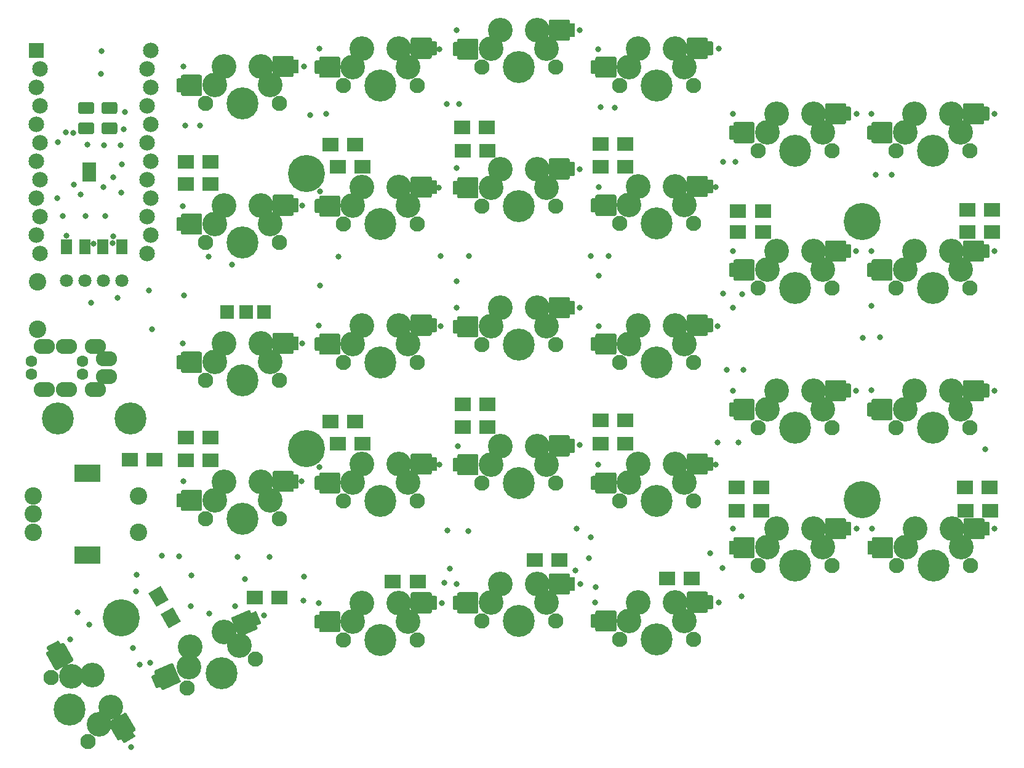
<source format=gbs>
G04 #@! TF.GenerationSoftware,KiCad,Pcbnew,(5.1.5-0-10_14)*
G04 #@! TF.CreationDate,2021-02-04T13:06:06+01:00*
G04 #@! TF.ProjectId,SofleKeyboard,536f666c-654b-4657-9962-6f6172642e6b,rev?*
G04 #@! TF.SameCoordinates,Original*
G04 #@! TF.FileFunction,Soldermask,Bot*
G04 #@! TF.FilePolarity,Negative*
%FSLAX46Y46*%
G04 Gerber Fmt 4.6, Leading zero omitted, Abs format (unit mm)*
G04 Created by KiCad (PCBNEW (5.1.5-0-10_14)) date 2021-02-04 13:06:06*
%MOMM*%
%LPD*%
G04 APERTURE LIST*
%ADD10C,2.400000*%
%ADD11C,1.600000*%
%ADD12O,2.900000X2.100000*%
%ADD13C,2.152600*%
%ADD14R,2.152600X2.152600*%
%ADD15C,0.100000*%
%ADD16C,3.400000*%
%ADD17C,2.100000*%
%ADD18C,4.400000*%
%ADD19R,2.200000X1.900000*%
%ADD20R,1.900000X1.400000*%
%ADD21C,1.797000*%
%ADD22R,1.543000X1.035000*%
%ADD23C,5.100000*%
%ADD24R,3.600000X2.400000*%
%ADD25R,1.924000X1.924000*%
%ADD26C,0.800000*%
G04 APERTURE END LIST*
D10*
X92280000Y-74552000D03*
X92280000Y-81052000D03*
D11*
X98480000Y-87252000D03*
X91480000Y-87252000D03*
D12*
X100280000Y-89352000D03*
X101780000Y-85152000D03*
X93280000Y-89352000D03*
X96280000Y-89352000D03*
D11*
X91480000Y-85502000D03*
X98480000Y-85502000D03*
D12*
X93280000Y-83402000D03*
X96280000Y-83402000D03*
X100280000Y-83402000D03*
X101780000Y-87602000D03*
D13*
X107848600Y-42740000D03*
X92608600Y-70680000D03*
X107391400Y-45280000D03*
X107848600Y-47820000D03*
X107391400Y-50360000D03*
X107848600Y-52900000D03*
X107391400Y-55440000D03*
X107848600Y-57980000D03*
X107391400Y-60520000D03*
X107848600Y-63060000D03*
X107391400Y-65600000D03*
X107848600Y-68140000D03*
X107391400Y-70680000D03*
X92151400Y-68140000D03*
X92608600Y-65600000D03*
X92151400Y-63060000D03*
X92608600Y-60520000D03*
X92151400Y-57980000D03*
X92608600Y-55440000D03*
X92151400Y-52900000D03*
X92608600Y-50360000D03*
X92151400Y-47820000D03*
X92608600Y-45280000D03*
D14*
X92151400Y-42740000D03*
D15*
G36*
X105781437Y-136041435D02*
G01*
X105785482Y-136050364D01*
X105798082Y-136087484D01*
X105800308Y-136097029D01*
X105805426Y-136135905D01*
X105805746Y-136145703D01*
X105803181Y-136184831D01*
X105801584Y-136194501D01*
X105791440Y-136232356D01*
X105787988Y-136241529D01*
X105770646Y-136276698D01*
X105765470Y-136285022D01*
X105741600Y-136316131D01*
X105734900Y-136323285D01*
X105705428Y-136349131D01*
X105697460Y-136354841D01*
X105680960Y-136365479D01*
X105464454Y-136490479D01*
X105714454Y-136923492D01*
X105730635Y-136959204D01*
X105739538Y-136997387D01*
X105740821Y-137036572D01*
X105734434Y-137075256D01*
X105720624Y-137111950D01*
X105699920Y-137145244D01*
X105673118Y-137173860D01*
X105641249Y-137196697D01*
X104342211Y-137946697D01*
X104306499Y-137962878D01*
X104268316Y-137971781D01*
X104229130Y-137973064D01*
X104190447Y-137966677D01*
X104153753Y-137952866D01*
X104120459Y-137932163D01*
X104091843Y-137905361D01*
X104069006Y-137873492D01*
X103819006Y-137440479D01*
X103602500Y-137565479D01*
X103585037Y-137574449D01*
X103576108Y-137578494D01*
X103538988Y-137591095D01*
X103529443Y-137593320D01*
X103490567Y-137598438D01*
X103480770Y-137598759D01*
X103441642Y-137596193D01*
X103431972Y-137594596D01*
X103394116Y-137584453D01*
X103384943Y-137581001D01*
X103349775Y-137563659D01*
X103341450Y-137558482D01*
X103310341Y-137534612D01*
X103303188Y-137527912D01*
X103277341Y-137498440D01*
X103271631Y-137490472D01*
X103260993Y-137473973D01*
X102310993Y-135828525D01*
X102302023Y-135811062D01*
X102297978Y-135802133D01*
X102285378Y-135765013D01*
X102283152Y-135755468D01*
X102277937Y-135708024D01*
X102278080Y-135693969D01*
X102280350Y-135665882D01*
X102376760Y-135032870D01*
X102380661Y-135013648D01*
X102383078Y-135004150D01*
X102396443Y-134967252D01*
X102400669Y-134958408D01*
X102420942Y-134924883D01*
X102426811Y-134917033D01*
X102453256Y-134888082D01*
X102460544Y-134881528D01*
X102484850Y-134862830D01*
X102489479Y-134859804D01*
X102498910Y-134854006D01*
X104230960Y-133854006D01*
X104248423Y-133845036D01*
X104257352Y-133840990D01*
X104294472Y-133828390D01*
X104304017Y-133826164D01*
X104342893Y-133821047D01*
X104352690Y-133820726D01*
X104391818Y-133823292D01*
X104401488Y-133824889D01*
X104439344Y-133835032D01*
X104448517Y-133838484D01*
X104483685Y-133855826D01*
X104492010Y-133861002D01*
X104523119Y-133884873D01*
X104530272Y-133891573D01*
X104556119Y-133921045D01*
X104561829Y-133929012D01*
X104572467Y-133945512D01*
X105772467Y-136023973D01*
X105781437Y-136041435D01*
G37*
G36*
X97229771Y-126429515D02*
G01*
X97233816Y-126438444D01*
X97246416Y-126475564D01*
X97248642Y-126485109D01*
X97253760Y-126523985D01*
X97254080Y-126533783D01*
X97251515Y-126572911D01*
X97249918Y-126582581D01*
X97239774Y-126620436D01*
X97236322Y-126629609D01*
X97218980Y-126664778D01*
X97213804Y-126673102D01*
X97189934Y-126704211D01*
X97183234Y-126711364D01*
X97153762Y-126737211D01*
X97145794Y-126742921D01*
X97129294Y-126753559D01*
X95050834Y-127953559D01*
X95033371Y-127962529D01*
X95024442Y-127966574D01*
X94987322Y-127979174D01*
X94977777Y-127981400D01*
X94938901Y-127986518D01*
X94929104Y-127986839D01*
X94889976Y-127984273D01*
X94880306Y-127982676D01*
X94842450Y-127972533D01*
X94833277Y-127969081D01*
X94798109Y-127951739D01*
X94789784Y-127946562D01*
X94758675Y-127922692D01*
X94751522Y-127915992D01*
X94725675Y-127886520D01*
X94719965Y-127878552D01*
X94709327Y-127862053D01*
X93509327Y-125783592D01*
X93500357Y-125766129D01*
X93496312Y-125757201D01*
X93483712Y-125720080D01*
X93481486Y-125710535D01*
X93476368Y-125671659D01*
X93476048Y-125661862D01*
X93478613Y-125622734D01*
X93480210Y-125613064D01*
X93490354Y-125575208D01*
X93493806Y-125566035D01*
X93511148Y-125530867D01*
X93516324Y-125522542D01*
X93540194Y-125491433D01*
X93546894Y-125484280D01*
X93576366Y-125458433D01*
X93584334Y-125452723D01*
X93600834Y-125442085D01*
X93817340Y-125317085D01*
X93617340Y-124970675D01*
X93601159Y-124934963D01*
X93592256Y-124896780D01*
X93590973Y-124857595D01*
X93597360Y-124818911D01*
X93611170Y-124782217D01*
X93631874Y-124748923D01*
X93658676Y-124720307D01*
X93690545Y-124697470D01*
X94989583Y-123947470D01*
X95025295Y-123931289D01*
X95063478Y-123922386D01*
X95102664Y-123921103D01*
X95141347Y-123927490D01*
X95178041Y-123941301D01*
X95211335Y-123962004D01*
X95239951Y-123988806D01*
X95262788Y-124020675D01*
X95462788Y-124367085D01*
X95679294Y-124242085D01*
X95696757Y-124233115D01*
X95705686Y-124229070D01*
X95742806Y-124216470D01*
X95752351Y-124214244D01*
X95791227Y-124209126D01*
X95801024Y-124208806D01*
X95840152Y-124211371D01*
X95849822Y-124212968D01*
X95887678Y-124223112D01*
X95896851Y-124226564D01*
X95932019Y-124243906D01*
X95940344Y-124249082D01*
X95971453Y-124272952D01*
X95978606Y-124279652D01*
X96004453Y-124309125D01*
X96010163Y-124317092D01*
X96020801Y-124333592D01*
X97220801Y-126412053D01*
X97229771Y-126429515D01*
G37*
D16*
X96994705Y-128840443D03*
D17*
X94160000Y-129010591D03*
X99240000Y-137809409D03*
D18*
X96700000Y-133410000D03*
D16*
X102369409Y-133069705D03*
X99829409Y-128670295D03*
X100804705Y-135439557D03*
D15*
G36*
X184319608Y-117150963D02*
G01*
X184329363Y-117151924D01*
X184367810Y-117159572D01*
X184377189Y-117162417D01*
X184413416Y-117177423D01*
X184422061Y-117182044D01*
X184454664Y-117203830D01*
X184462240Y-117210048D01*
X184489952Y-117237760D01*
X184496170Y-117245336D01*
X184517956Y-117277939D01*
X184522577Y-117286584D01*
X184537583Y-117322811D01*
X184540428Y-117332190D01*
X184548076Y-117370637D01*
X184549037Y-117380392D01*
X184550000Y-117400000D01*
X184550000Y-117650000D01*
X185050000Y-117650000D01*
X185089018Y-117653843D01*
X185126537Y-117665224D01*
X185161114Y-117683706D01*
X185191421Y-117708579D01*
X185216294Y-117738886D01*
X185234776Y-117773463D01*
X185246157Y-117810982D01*
X185250000Y-117850000D01*
X185250000Y-119350000D01*
X185246157Y-119389018D01*
X185234776Y-119426537D01*
X185216294Y-119461114D01*
X185191421Y-119491421D01*
X185161114Y-119516294D01*
X185126537Y-119534776D01*
X185089018Y-119546157D01*
X185050000Y-119550000D01*
X184550000Y-119550000D01*
X184550000Y-119800000D01*
X184549037Y-119819608D01*
X184548076Y-119829363D01*
X184540428Y-119867810D01*
X184537583Y-119877189D01*
X184522577Y-119913416D01*
X184517956Y-119922061D01*
X184496170Y-119954664D01*
X184489952Y-119962240D01*
X184462240Y-119989952D01*
X184454664Y-119996170D01*
X184422061Y-120017956D01*
X184413416Y-120022577D01*
X184377189Y-120037583D01*
X184367810Y-120040428D01*
X184329363Y-120048076D01*
X184319608Y-120049037D01*
X184300000Y-120050000D01*
X182400000Y-120050000D01*
X182380392Y-120049037D01*
X182370637Y-120048076D01*
X182332190Y-120040428D01*
X182322811Y-120037583D01*
X182279116Y-120018377D01*
X182267015Y-120011226D01*
X182243826Y-119995217D01*
X181743826Y-119595217D01*
X181729130Y-119582228D01*
X181722113Y-119575385D01*
X181696841Y-119545362D01*
X181691295Y-119537280D01*
X181672398Y-119502961D01*
X181668534Y-119493953D01*
X181656684Y-119456575D01*
X181654652Y-119446987D01*
X181650612Y-119416588D01*
X181650306Y-119411066D01*
X181650000Y-119400000D01*
X181650000Y-117400000D01*
X181650963Y-117380392D01*
X181651924Y-117370637D01*
X181659572Y-117332190D01*
X181662417Y-117322811D01*
X181677423Y-117286584D01*
X181682044Y-117277939D01*
X181703830Y-117245336D01*
X181710048Y-117237760D01*
X181737760Y-117210048D01*
X181745336Y-117203830D01*
X181777939Y-117182044D01*
X181786584Y-117177423D01*
X181822811Y-117162417D01*
X181832190Y-117159572D01*
X181870637Y-117151924D01*
X181880392Y-117150963D01*
X181900000Y-117150000D01*
X184300000Y-117150000D01*
X184319608Y-117150963D01*
G37*
G36*
X171719608Y-119750963D02*
G01*
X171729363Y-119751924D01*
X171767810Y-119759572D01*
X171777189Y-119762417D01*
X171813416Y-119777423D01*
X171822061Y-119782044D01*
X171854664Y-119803830D01*
X171862240Y-119810048D01*
X171889952Y-119837760D01*
X171896170Y-119845336D01*
X171917956Y-119877939D01*
X171922577Y-119886584D01*
X171937583Y-119922811D01*
X171940428Y-119932190D01*
X171948076Y-119970637D01*
X171949037Y-119980392D01*
X171950000Y-120000000D01*
X171950000Y-122400000D01*
X171949037Y-122419608D01*
X171948076Y-122429363D01*
X171940428Y-122467810D01*
X171937583Y-122477189D01*
X171922577Y-122513416D01*
X171917956Y-122522061D01*
X171896170Y-122554664D01*
X171889952Y-122562240D01*
X171862240Y-122589952D01*
X171854664Y-122596170D01*
X171822061Y-122617956D01*
X171813416Y-122622577D01*
X171777189Y-122637583D01*
X171767810Y-122640428D01*
X171729363Y-122648076D01*
X171719608Y-122649037D01*
X171700000Y-122650000D01*
X169300000Y-122650000D01*
X169280392Y-122649037D01*
X169270637Y-122648076D01*
X169232190Y-122640428D01*
X169222811Y-122637583D01*
X169186584Y-122622577D01*
X169177939Y-122617956D01*
X169145336Y-122596170D01*
X169137760Y-122589952D01*
X169110048Y-122562240D01*
X169103830Y-122554664D01*
X169082044Y-122522061D01*
X169077423Y-122513416D01*
X169062417Y-122477189D01*
X169059572Y-122467810D01*
X169051924Y-122429363D01*
X169050963Y-122419608D01*
X169050000Y-122400000D01*
X169050000Y-122150000D01*
X168650000Y-122150000D01*
X168610982Y-122146157D01*
X168573463Y-122134776D01*
X168538886Y-122116294D01*
X168508579Y-122091421D01*
X168483706Y-122061114D01*
X168465224Y-122026537D01*
X168453843Y-121989018D01*
X168450000Y-121950000D01*
X168450000Y-120450000D01*
X168453843Y-120410982D01*
X168465224Y-120373463D01*
X168483706Y-120338886D01*
X168508579Y-120308579D01*
X168538886Y-120283706D01*
X168573463Y-120265224D01*
X168610982Y-120253843D01*
X168650000Y-120250000D01*
X169050000Y-120250000D01*
X169050000Y-120000000D01*
X169050963Y-119980392D01*
X169051924Y-119970637D01*
X169059572Y-119932190D01*
X169062417Y-119922811D01*
X169077423Y-119886584D01*
X169082044Y-119877939D01*
X169103830Y-119845336D01*
X169110048Y-119837760D01*
X169137760Y-119810048D01*
X169145336Y-119803830D01*
X169177939Y-119782044D01*
X169186584Y-119777423D01*
X169222811Y-119762417D01*
X169232190Y-119759572D01*
X169270637Y-119751924D01*
X169280392Y-119750963D01*
X169300000Y-119750000D01*
X171700000Y-119750000D01*
X171719608Y-119750963D01*
G37*
D16*
X173690000Y-121159999D03*
D17*
X172420000Y-123700000D03*
X182580000Y-123700000D03*
D18*
X177500000Y-123700000D03*
D16*
X180040000Y-118620000D03*
X174960000Y-118620000D03*
X181310000Y-121160000D03*
D15*
G36*
X165319608Y-114650963D02*
G01*
X165329363Y-114651924D01*
X165367810Y-114659572D01*
X165377189Y-114662417D01*
X165413416Y-114677423D01*
X165422061Y-114682044D01*
X165454664Y-114703830D01*
X165462240Y-114710048D01*
X165489952Y-114737760D01*
X165496170Y-114745336D01*
X165517956Y-114777939D01*
X165522577Y-114786584D01*
X165537583Y-114822811D01*
X165540428Y-114832190D01*
X165548076Y-114870637D01*
X165549037Y-114880392D01*
X165550000Y-114900000D01*
X165550000Y-115150000D01*
X166050000Y-115150000D01*
X166089018Y-115153843D01*
X166126537Y-115165224D01*
X166161114Y-115183706D01*
X166191421Y-115208579D01*
X166216294Y-115238886D01*
X166234776Y-115273463D01*
X166246157Y-115310982D01*
X166250000Y-115350000D01*
X166250000Y-116850000D01*
X166246157Y-116889018D01*
X166234776Y-116926537D01*
X166216294Y-116961114D01*
X166191421Y-116991421D01*
X166161114Y-117016294D01*
X166126537Y-117034776D01*
X166089018Y-117046157D01*
X166050000Y-117050000D01*
X165550000Y-117050000D01*
X165550000Y-117300000D01*
X165549037Y-117319608D01*
X165548076Y-117329363D01*
X165540428Y-117367810D01*
X165537583Y-117377189D01*
X165522577Y-117413416D01*
X165517956Y-117422061D01*
X165496170Y-117454664D01*
X165489952Y-117462240D01*
X165462240Y-117489952D01*
X165454664Y-117496170D01*
X165422061Y-117517956D01*
X165413416Y-117522577D01*
X165377189Y-117537583D01*
X165367810Y-117540428D01*
X165329363Y-117548076D01*
X165319608Y-117549037D01*
X165300000Y-117550000D01*
X163400000Y-117550000D01*
X163380392Y-117549037D01*
X163370637Y-117548076D01*
X163332190Y-117540428D01*
X163322811Y-117537583D01*
X163279116Y-117518377D01*
X163267015Y-117511226D01*
X163243826Y-117495217D01*
X162743826Y-117095217D01*
X162729130Y-117082228D01*
X162722113Y-117075385D01*
X162696841Y-117045362D01*
X162691295Y-117037280D01*
X162672398Y-117002961D01*
X162668534Y-116993953D01*
X162656684Y-116956575D01*
X162654652Y-116946987D01*
X162650612Y-116916588D01*
X162650306Y-116911066D01*
X162650000Y-116900000D01*
X162650000Y-114900000D01*
X162650963Y-114880392D01*
X162651924Y-114870637D01*
X162659572Y-114832190D01*
X162662417Y-114822811D01*
X162677423Y-114786584D01*
X162682044Y-114777939D01*
X162703830Y-114745336D01*
X162710048Y-114737760D01*
X162737760Y-114710048D01*
X162745336Y-114703830D01*
X162777939Y-114682044D01*
X162786584Y-114677423D01*
X162822811Y-114662417D01*
X162832190Y-114659572D01*
X162870637Y-114651924D01*
X162880392Y-114650963D01*
X162900000Y-114650000D01*
X165300000Y-114650000D01*
X165319608Y-114650963D01*
G37*
G36*
X152719608Y-117250963D02*
G01*
X152729363Y-117251924D01*
X152767810Y-117259572D01*
X152777189Y-117262417D01*
X152813416Y-117277423D01*
X152822061Y-117282044D01*
X152854664Y-117303830D01*
X152862240Y-117310048D01*
X152889952Y-117337760D01*
X152896170Y-117345336D01*
X152917956Y-117377939D01*
X152922577Y-117386584D01*
X152937583Y-117422811D01*
X152940428Y-117432190D01*
X152948076Y-117470637D01*
X152949037Y-117480392D01*
X152950000Y-117500000D01*
X152950000Y-119900000D01*
X152949037Y-119919608D01*
X152948076Y-119929363D01*
X152940428Y-119967810D01*
X152937583Y-119977189D01*
X152922577Y-120013416D01*
X152917956Y-120022061D01*
X152896170Y-120054664D01*
X152889952Y-120062240D01*
X152862240Y-120089952D01*
X152854664Y-120096170D01*
X152822061Y-120117956D01*
X152813416Y-120122577D01*
X152777189Y-120137583D01*
X152767810Y-120140428D01*
X152729363Y-120148076D01*
X152719608Y-120149037D01*
X152700000Y-120150000D01*
X150300000Y-120150000D01*
X150280392Y-120149037D01*
X150270637Y-120148076D01*
X150232190Y-120140428D01*
X150222811Y-120137583D01*
X150186584Y-120122577D01*
X150177939Y-120117956D01*
X150145336Y-120096170D01*
X150137760Y-120089952D01*
X150110048Y-120062240D01*
X150103830Y-120054664D01*
X150082044Y-120022061D01*
X150077423Y-120013416D01*
X150062417Y-119977189D01*
X150059572Y-119967810D01*
X150051924Y-119929363D01*
X150050963Y-119919608D01*
X150050000Y-119900000D01*
X150050000Y-119650000D01*
X149650000Y-119650000D01*
X149610982Y-119646157D01*
X149573463Y-119634776D01*
X149538886Y-119616294D01*
X149508579Y-119591421D01*
X149483706Y-119561114D01*
X149465224Y-119526537D01*
X149453843Y-119489018D01*
X149450000Y-119450000D01*
X149450000Y-117950000D01*
X149453843Y-117910982D01*
X149465224Y-117873463D01*
X149483706Y-117838886D01*
X149508579Y-117808579D01*
X149538886Y-117783706D01*
X149573463Y-117765224D01*
X149610982Y-117753843D01*
X149650000Y-117750000D01*
X150050000Y-117750000D01*
X150050000Y-117500000D01*
X150050963Y-117480392D01*
X150051924Y-117470637D01*
X150059572Y-117432190D01*
X150062417Y-117422811D01*
X150077423Y-117386584D01*
X150082044Y-117377939D01*
X150103830Y-117345336D01*
X150110048Y-117337760D01*
X150137760Y-117310048D01*
X150145336Y-117303830D01*
X150177939Y-117282044D01*
X150186584Y-117277423D01*
X150222811Y-117262417D01*
X150232190Y-117259572D01*
X150270637Y-117251924D01*
X150280392Y-117250963D01*
X150300000Y-117250000D01*
X152700000Y-117250000D01*
X152719608Y-117250963D01*
G37*
D16*
X154690000Y-118659999D03*
D17*
X153420000Y-121200000D03*
X163580000Y-121200000D03*
D18*
X158500000Y-121200000D03*
D16*
X161040000Y-116120000D03*
X155960000Y-116120000D03*
X162310000Y-118660000D03*
D15*
G36*
X146319608Y-117250963D02*
G01*
X146329363Y-117251924D01*
X146367810Y-117259572D01*
X146377189Y-117262417D01*
X146413416Y-117277423D01*
X146422061Y-117282044D01*
X146454664Y-117303830D01*
X146462240Y-117310048D01*
X146489952Y-117337760D01*
X146496170Y-117345336D01*
X146517956Y-117377939D01*
X146522577Y-117386584D01*
X146537583Y-117422811D01*
X146540428Y-117432190D01*
X146548076Y-117470637D01*
X146549037Y-117480392D01*
X146550000Y-117500000D01*
X146550000Y-117750000D01*
X147050000Y-117750000D01*
X147089018Y-117753843D01*
X147126537Y-117765224D01*
X147161114Y-117783706D01*
X147191421Y-117808579D01*
X147216294Y-117838886D01*
X147234776Y-117873463D01*
X147246157Y-117910982D01*
X147250000Y-117950000D01*
X147250000Y-119450000D01*
X147246157Y-119489018D01*
X147234776Y-119526537D01*
X147216294Y-119561114D01*
X147191421Y-119591421D01*
X147161114Y-119616294D01*
X147126537Y-119634776D01*
X147089018Y-119646157D01*
X147050000Y-119650000D01*
X146550000Y-119650000D01*
X146550000Y-119900000D01*
X146549037Y-119919608D01*
X146548076Y-119929363D01*
X146540428Y-119967810D01*
X146537583Y-119977189D01*
X146522577Y-120013416D01*
X146517956Y-120022061D01*
X146496170Y-120054664D01*
X146489952Y-120062240D01*
X146462240Y-120089952D01*
X146454664Y-120096170D01*
X146422061Y-120117956D01*
X146413416Y-120122577D01*
X146377189Y-120137583D01*
X146367810Y-120140428D01*
X146329363Y-120148076D01*
X146319608Y-120149037D01*
X146300000Y-120150000D01*
X144400000Y-120150000D01*
X144380392Y-120149037D01*
X144370637Y-120148076D01*
X144332190Y-120140428D01*
X144322811Y-120137583D01*
X144279116Y-120118377D01*
X144267015Y-120111226D01*
X144243826Y-120095217D01*
X143743826Y-119695217D01*
X143729130Y-119682228D01*
X143722113Y-119675385D01*
X143696841Y-119645362D01*
X143691295Y-119637280D01*
X143672398Y-119602961D01*
X143668534Y-119593953D01*
X143656684Y-119556575D01*
X143654652Y-119546987D01*
X143650612Y-119516588D01*
X143650306Y-119511066D01*
X143650000Y-119500000D01*
X143650000Y-117500000D01*
X143650963Y-117480392D01*
X143651924Y-117470637D01*
X143659572Y-117432190D01*
X143662417Y-117422811D01*
X143677423Y-117386584D01*
X143682044Y-117377939D01*
X143703830Y-117345336D01*
X143710048Y-117337760D01*
X143737760Y-117310048D01*
X143745336Y-117303830D01*
X143777939Y-117282044D01*
X143786584Y-117277423D01*
X143822811Y-117262417D01*
X143832190Y-117259572D01*
X143870637Y-117251924D01*
X143880392Y-117250963D01*
X143900000Y-117250000D01*
X146300000Y-117250000D01*
X146319608Y-117250963D01*
G37*
G36*
X133719608Y-119850963D02*
G01*
X133729363Y-119851924D01*
X133767810Y-119859572D01*
X133777189Y-119862417D01*
X133813416Y-119877423D01*
X133822061Y-119882044D01*
X133854664Y-119903830D01*
X133862240Y-119910048D01*
X133889952Y-119937760D01*
X133896170Y-119945336D01*
X133917956Y-119977939D01*
X133922577Y-119986584D01*
X133937583Y-120022811D01*
X133940428Y-120032190D01*
X133948076Y-120070637D01*
X133949037Y-120080392D01*
X133950000Y-120100000D01*
X133950000Y-122500000D01*
X133949037Y-122519608D01*
X133948076Y-122529363D01*
X133940428Y-122567810D01*
X133937583Y-122577189D01*
X133922577Y-122613416D01*
X133917956Y-122622061D01*
X133896170Y-122654664D01*
X133889952Y-122662240D01*
X133862240Y-122689952D01*
X133854664Y-122696170D01*
X133822061Y-122717956D01*
X133813416Y-122722577D01*
X133777189Y-122737583D01*
X133767810Y-122740428D01*
X133729363Y-122748076D01*
X133719608Y-122749037D01*
X133700000Y-122750000D01*
X131300000Y-122750000D01*
X131280392Y-122749037D01*
X131270637Y-122748076D01*
X131232190Y-122740428D01*
X131222811Y-122737583D01*
X131186584Y-122722577D01*
X131177939Y-122717956D01*
X131145336Y-122696170D01*
X131137760Y-122689952D01*
X131110048Y-122662240D01*
X131103830Y-122654664D01*
X131082044Y-122622061D01*
X131077423Y-122613416D01*
X131062417Y-122577189D01*
X131059572Y-122567810D01*
X131051924Y-122529363D01*
X131050963Y-122519608D01*
X131050000Y-122500000D01*
X131050000Y-122250000D01*
X130650000Y-122250000D01*
X130610982Y-122246157D01*
X130573463Y-122234776D01*
X130538886Y-122216294D01*
X130508579Y-122191421D01*
X130483706Y-122161114D01*
X130465224Y-122126537D01*
X130453843Y-122089018D01*
X130450000Y-122050000D01*
X130450000Y-120550000D01*
X130453843Y-120510982D01*
X130465224Y-120473463D01*
X130483706Y-120438886D01*
X130508579Y-120408579D01*
X130538886Y-120383706D01*
X130573463Y-120365224D01*
X130610982Y-120353843D01*
X130650000Y-120350000D01*
X131050000Y-120350000D01*
X131050000Y-120100000D01*
X131050963Y-120080392D01*
X131051924Y-120070637D01*
X131059572Y-120032190D01*
X131062417Y-120022811D01*
X131077423Y-119986584D01*
X131082044Y-119977939D01*
X131103830Y-119945336D01*
X131110048Y-119937760D01*
X131137760Y-119910048D01*
X131145336Y-119903830D01*
X131177939Y-119882044D01*
X131186584Y-119877423D01*
X131222811Y-119862417D01*
X131232190Y-119859572D01*
X131270637Y-119851924D01*
X131280392Y-119850963D01*
X131300000Y-119850000D01*
X133700000Y-119850000D01*
X133719608Y-119850963D01*
G37*
D16*
X135690000Y-121259999D03*
D17*
X134420000Y-123800000D03*
X144580000Y-123800000D03*
D18*
X139500000Y-123800000D03*
D16*
X142040000Y-118720000D03*
X136960000Y-118720000D03*
X143310000Y-121260000D03*
D15*
G36*
X121318569Y-119706946D02*
G01*
X121327924Y-119704019D01*
X121366303Y-119696037D01*
X121376048Y-119694991D01*
X121415259Y-119694649D01*
X121425022Y-119695525D01*
X121463546Y-119702840D01*
X121472949Y-119705604D01*
X121509286Y-119720285D01*
X121517970Y-119724829D01*
X121550763Y-119746328D01*
X121558395Y-119752480D01*
X121586363Y-119779964D01*
X121592646Y-119787485D01*
X121614709Y-119819888D01*
X121619405Y-119828492D01*
X121627953Y-119846165D01*
X121725636Y-120076291D01*
X122185888Y-119880925D01*
X122223306Y-119869217D01*
X122262289Y-119865034D01*
X122301339Y-119868536D01*
X122338955Y-119879590D01*
X122373693Y-119897769D01*
X122404216Y-119922376D01*
X122429352Y-119952466D01*
X122448135Y-119986880D01*
X123034232Y-121367638D01*
X123045940Y-121405055D01*
X123050124Y-121444039D01*
X123046621Y-121483088D01*
X123035567Y-121520705D01*
X123017388Y-121555442D01*
X122992781Y-121585966D01*
X122962692Y-121611102D01*
X122928277Y-121629885D01*
X122468025Y-121825250D01*
X122565708Y-122055376D01*
X122572483Y-122073802D01*
X122575410Y-122083157D01*
X122583392Y-122121536D01*
X122584438Y-122131281D01*
X122584780Y-122170491D01*
X122583904Y-122180255D01*
X122576589Y-122218779D01*
X122573825Y-122228182D01*
X122559144Y-122264519D01*
X122554600Y-122273203D01*
X122533101Y-122305996D01*
X122526949Y-122313627D01*
X122499465Y-122341595D01*
X122491944Y-122347879D01*
X122459541Y-122369941D01*
X122450937Y-122374638D01*
X122433264Y-122383185D01*
X120684305Y-123125575D01*
X120665879Y-123132350D01*
X120656524Y-123135277D01*
X120618145Y-123143259D01*
X120608400Y-123144305D01*
X120560675Y-123143699D01*
X120546741Y-123141844D01*
X120519141Y-123136169D01*
X119902596Y-122963332D01*
X119883993Y-122957118D01*
X119874860Y-122953561D01*
X119839866Y-122935799D01*
X119831603Y-122930526D01*
X119800799Y-122906319D01*
X119793722Y-122899537D01*
X119768209Y-122869761D01*
X119762593Y-122861729D01*
X119746996Y-122835325D01*
X119744557Y-122830362D01*
X119739951Y-122820295D01*
X118958489Y-120979285D01*
X118951714Y-120960860D01*
X118948787Y-120951505D01*
X118940804Y-120913126D01*
X118939759Y-120903381D01*
X118939417Y-120864170D01*
X118940292Y-120854407D01*
X118947608Y-120815883D01*
X118950371Y-120806480D01*
X118965052Y-120770143D01*
X118969596Y-120761459D01*
X118991095Y-120728666D01*
X118997247Y-120721034D01*
X119024731Y-120693066D01*
X119032253Y-120686783D01*
X119064655Y-120664720D01*
X119073259Y-120660024D01*
X119090932Y-120651476D01*
X121300144Y-119713721D01*
X121318569Y-119706946D01*
G37*
G36*
X110736110Y-127023471D02*
G01*
X110745465Y-127020544D01*
X110783843Y-127012562D01*
X110793589Y-127011516D01*
X110832799Y-127011174D01*
X110842562Y-127012050D01*
X110881086Y-127019365D01*
X110890489Y-127022128D01*
X110926826Y-127036809D01*
X110935510Y-127041353D01*
X110968303Y-127062852D01*
X110975935Y-127069004D01*
X111003903Y-127096488D01*
X111010186Y-127104010D01*
X111032249Y-127136412D01*
X111036945Y-127145016D01*
X111045493Y-127162689D01*
X111983248Y-129371901D01*
X111990023Y-129390327D01*
X111992950Y-129399682D01*
X112000932Y-129438061D01*
X112001978Y-129447806D01*
X112002320Y-129487016D01*
X112001444Y-129496779D01*
X111994129Y-129535303D01*
X111991365Y-129544706D01*
X111976684Y-129581043D01*
X111972140Y-129589727D01*
X111950641Y-129622520D01*
X111944489Y-129630152D01*
X111917005Y-129658120D01*
X111909484Y-129664403D01*
X111877081Y-129686466D01*
X111868477Y-129691162D01*
X111850804Y-129699710D01*
X109641593Y-130637465D01*
X109623167Y-130644240D01*
X109613812Y-130647167D01*
X109575433Y-130655149D01*
X109565688Y-130656195D01*
X109526478Y-130656537D01*
X109516714Y-130655661D01*
X109478191Y-130648346D01*
X109468787Y-130645582D01*
X109432450Y-130630901D01*
X109423766Y-130626357D01*
X109390973Y-130604858D01*
X109383342Y-130598706D01*
X109355374Y-130571222D01*
X109349090Y-130563701D01*
X109327028Y-130531298D01*
X109322331Y-130522694D01*
X109313784Y-130505021D01*
X109216101Y-130274895D01*
X108847899Y-130431188D01*
X108810481Y-130442896D01*
X108771498Y-130447079D01*
X108732448Y-130443577D01*
X108694832Y-130432523D01*
X108660094Y-130414344D01*
X108629571Y-130389737D01*
X108604435Y-130359647D01*
X108585652Y-130325233D01*
X107999555Y-128944475D01*
X107987847Y-128907058D01*
X107983663Y-128868074D01*
X107987166Y-128829025D01*
X107998220Y-128791408D01*
X108016399Y-128756671D01*
X108041006Y-128726147D01*
X108071095Y-128701011D01*
X108105510Y-128682228D01*
X108473712Y-128525936D01*
X108376029Y-128295810D01*
X108369254Y-128277384D01*
X108366327Y-128268029D01*
X108358344Y-128229650D01*
X108357299Y-128219905D01*
X108356957Y-128180695D01*
X108357833Y-128170931D01*
X108365148Y-128132408D01*
X108367911Y-128123004D01*
X108382592Y-128086667D01*
X108387136Y-128077983D01*
X108408635Y-128045190D01*
X108414787Y-128037559D01*
X108442271Y-128009591D01*
X108449793Y-128003307D01*
X108482195Y-127981245D01*
X108490799Y-127976549D01*
X108508472Y-127968001D01*
X110717684Y-127030246D01*
X110736110Y-127023471D01*
G37*
D16*
X113100419Y-127550602D03*
D17*
X112923835Y-130384914D03*
X122276165Y-126415086D03*
D18*
X117600000Y-128400000D03*
D16*
X117953168Y-122731378D03*
X113277004Y-124716292D03*
X120114666Y-124573232D03*
D15*
G36*
X222369608Y-107050963D02*
G01*
X222379363Y-107051924D01*
X222417810Y-107059572D01*
X222427189Y-107062417D01*
X222463416Y-107077423D01*
X222472061Y-107082044D01*
X222504664Y-107103830D01*
X222512240Y-107110048D01*
X222539952Y-107137760D01*
X222546170Y-107145336D01*
X222567956Y-107177939D01*
X222572577Y-107186584D01*
X222587583Y-107222811D01*
X222590428Y-107232190D01*
X222598076Y-107270637D01*
X222599037Y-107280392D01*
X222600000Y-107300000D01*
X222600000Y-107550000D01*
X223100000Y-107550000D01*
X223139018Y-107553843D01*
X223176537Y-107565224D01*
X223211114Y-107583706D01*
X223241421Y-107608579D01*
X223266294Y-107638886D01*
X223284776Y-107673463D01*
X223296157Y-107710982D01*
X223300000Y-107750000D01*
X223300000Y-109250000D01*
X223296157Y-109289018D01*
X223284776Y-109326537D01*
X223266294Y-109361114D01*
X223241421Y-109391421D01*
X223211114Y-109416294D01*
X223176537Y-109434776D01*
X223139018Y-109446157D01*
X223100000Y-109450000D01*
X222600000Y-109450000D01*
X222600000Y-109700000D01*
X222599037Y-109719608D01*
X222598076Y-109729363D01*
X222590428Y-109767810D01*
X222587583Y-109777189D01*
X222572577Y-109813416D01*
X222567956Y-109822061D01*
X222546170Y-109854664D01*
X222539952Y-109862240D01*
X222512240Y-109889952D01*
X222504664Y-109896170D01*
X222472061Y-109917956D01*
X222463416Y-109922577D01*
X222427189Y-109937583D01*
X222417810Y-109940428D01*
X222379363Y-109948076D01*
X222369608Y-109949037D01*
X222350000Y-109950000D01*
X220450000Y-109950000D01*
X220430392Y-109949037D01*
X220420637Y-109948076D01*
X220382190Y-109940428D01*
X220372811Y-109937583D01*
X220329116Y-109918377D01*
X220317015Y-109911226D01*
X220293826Y-109895217D01*
X219793826Y-109495217D01*
X219779130Y-109482228D01*
X219772113Y-109475385D01*
X219746841Y-109445362D01*
X219741295Y-109437280D01*
X219722398Y-109402961D01*
X219718534Y-109393953D01*
X219706684Y-109356575D01*
X219704652Y-109346987D01*
X219700612Y-109316588D01*
X219700306Y-109311066D01*
X219700000Y-109300000D01*
X219700000Y-107300000D01*
X219700963Y-107280392D01*
X219701924Y-107270637D01*
X219709572Y-107232190D01*
X219712417Y-107222811D01*
X219727423Y-107186584D01*
X219732044Y-107177939D01*
X219753830Y-107145336D01*
X219760048Y-107137760D01*
X219787760Y-107110048D01*
X219795336Y-107103830D01*
X219827939Y-107082044D01*
X219836584Y-107077423D01*
X219872811Y-107062417D01*
X219882190Y-107059572D01*
X219920637Y-107051924D01*
X219930392Y-107050963D01*
X219950000Y-107050000D01*
X222350000Y-107050000D01*
X222369608Y-107050963D01*
G37*
G36*
X209769608Y-109650963D02*
G01*
X209779363Y-109651924D01*
X209817810Y-109659572D01*
X209827189Y-109662417D01*
X209863416Y-109677423D01*
X209872061Y-109682044D01*
X209904664Y-109703830D01*
X209912240Y-109710048D01*
X209939952Y-109737760D01*
X209946170Y-109745336D01*
X209967956Y-109777939D01*
X209972577Y-109786584D01*
X209987583Y-109822811D01*
X209990428Y-109832190D01*
X209998076Y-109870637D01*
X209999037Y-109880392D01*
X210000000Y-109900000D01*
X210000000Y-112300000D01*
X209999037Y-112319608D01*
X209998076Y-112329363D01*
X209990428Y-112367810D01*
X209987583Y-112377189D01*
X209972577Y-112413416D01*
X209967956Y-112422061D01*
X209946170Y-112454664D01*
X209939952Y-112462240D01*
X209912240Y-112489952D01*
X209904664Y-112496170D01*
X209872061Y-112517956D01*
X209863416Y-112522577D01*
X209827189Y-112537583D01*
X209817810Y-112540428D01*
X209779363Y-112548076D01*
X209769608Y-112549037D01*
X209750000Y-112550000D01*
X207350000Y-112550000D01*
X207330392Y-112549037D01*
X207320637Y-112548076D01*
X207282190Y-112540428D01*
X207272811Y-112537583D01*
X207236584Y-112522577D01*
X207227939Y-112517956D01*
X207195336Y-112496170D01*
X207187760Y-112489952D01*
X207160048Y-112462240D01*
X207153830Y-112454664D01*
X207132044Y-112422061D01*
X207127423Y-112413416D01*
X207112417Y-112377189D01*
X207109572Y-112367810D01*
X207101924Y-112329363D01*
X207100963Y-112319608D01*
X207100000Y-112300000D01*
X207100000Y-112050000D01*
X206700000Y-112050000D01*
X206660982Y-112046157D01*
X206623463Y-112034776D01*
X206588886Y-112016294D01*
X206558579Y-111991421D01*
X206533706Y-111961114D01*
X206515224Y-111926537D01*
X206503843Y-111889018D01*
X206500000Y-111850000D01*
X206500000Y-110350000D01*
X206503843Y-110310982D01*
X206515224Y-110273463D01*
X206533706Y-110238886D01*
X206558579Y-110208579D01*
X206588886Y-110183706D01*
X206623463Y-110165224D01*
X206660982Y-110153843D01*
X206700000Y-110150000D01*
X207100000Y-110150000D01*
X207100000Y-109900000D01*
X207100963Y-109880392D01*
X207101924Y-109870637D01*
X207109572Y-109832190D01*
X207112417Y-109822811D01*
X207127423Y-109786584D01*
X207132044Y-109777939D01*
X207153830Y-109745336D01*
X207160048Y-109737760D01*
X207187760Y-109710048D01*
X207195336Y-109703830D01*
X207227939Y-109682044D01*
X207236584Y-109677423D01*
X207272811Y-109662417D01*
X207282190Y-109659572D01*
X207320637Y-109651924D01*
X207330392Y-109650963D01*
X207350000Y-109650000D01*
X209750000Y-109650000D01*
X209769608Y-109650963D01*
G37*
D16*
X211740000Y-111059999D03*
D17*
X210470000Y-113600000D03*
X220630000Y-113600000D03*
D18*
X215550000Y-113600000D03*
D16*
X218090000Y-108520000D03*
X213010000Y-108520000D03*
X219360000Y-111060000D03*
D15*
G36*
X203319608Y-107050963D02*
G01*
X203329363Y-107051924D01*
X203367810Y-107059572D01*
X203377189Y-107062417D01*
X203413416Y-107077423D01*
X203422061Y-107082044D01*
X203454664Y-107103830D01*
X203462240Y-107110048D01*
X203489952Y-107137760D01*
X203496170Y-107145336D01*
X203517956Y-107177939D01*
X203522577Y-107186584D01*
X203537583Y-107222811D01*
X203540428Y-107232190D01*
X203548076Y-107270637D01*
X203549037Y-107280392D01*
X203550000Y-107300000D01*
X203550000Y-107550000D01*
X204050000Y-107550000D01*
X204089018Y-107553843D01*
X204126537Y-107565224D01*
X204161114Y-107583706D01*
X204191421Y-107608579D01*
X204216294Y-107638886D01*
X204234776Y-107673463D01*
X204246157Y-107710982D01*
X204250000Y-107750000D01*
X204250000Y-109250000D01*
X204246157Y-109289018D01*
X204234776Y-109326537D01*
X204216294Y-109361114D01*
X204191421Y-109391421D01*
X204161114Y-109416294D01*
X204126537Y-109434776D01*
X204089018Y-109446157D01*
X204050000Y-109450000D01*
X203550000Y-109450000D01*
X203550000Y-109700000D01*
X203549037Y-109719608D01*
X203548076Y-109729363D01*
X203540428Y-109767810D01*
X203537583Y-109777189D01*
X203522577Y-109813416D01*
X203517956Y-109822061D01*
X203496170Y-109854664D01*
X203489952Y-109862240D01*
X203462240Y-109889952D01*
X203454664Y-109896170D01*
X203422061Y-109917956D01*
X203413416Y-109922577D01*
X203377189Y-109937583D01*
X203367810Y-109940428D01*
X203329363Y-109948076D01*
X203319608Y-109949037D01*
X203300000Y-109950000D01*
X201400000Y-109950000D01*
X201380392Y-109949037D01*
X201370637Y-109948076D01*
X201332190Y-109940428D01*
X201322811Y-109937583D01*
X201279116Y-109918377D01*
X201267015Y-109911226D01*
X201243826Y-109895217D01*
X200743826Y-109495217D01*
X200729130Y-109482228D01*
X200722113Y-109475385D01*
X200696841Y-109445362D01*
X200691295Y-109437280D01*
X200672398Y-109402961D01*
X200668534Y-109393953D01*
X200656684Y-109356575D01*
X200654652Y-109346987D01*
X200650612Y-109316588D01*
X200650306Y-109311066D01*
X200650000Y-109300000D01*
X200650000Y-107300000D01*
X200650963Y-107280392D01*
X200651924Y-107270637D01*
X200659572Y-107232190D01*
X200662417Y-107222811D01*
X200677423Y-107186584D01*
X200682044Y-107177939D01*
X200703830Y-107145336D01*
X200710048Y-107137760D01*
X200737760Y-107110048D01*
X200745336Y-107103830D01*
X200777939Y-107082044D01*
X200786584Y-107077423D01*
X200822811Y-107062417D01*
X200832190Y-107059572D01*
X200870637Y-107051924D01*
X200880392Y-107050963D01*
X200900000Y-107050000D01*
X203300000Y-107050000D01*
X203319608Y-107050963D01*
G37*
G36*
X190719608Y-109650963D02*
G01*
X190729363Y-109651924D01*
X190767810Y-109659572D01*
X190777189Y-109662417D01*
X190813416Y-109677423D01*
X190822061Y-109682044D01*
X190854664Y-109703830D01*
X190862240Y-109710048D01*
X190889952Y-109737760D01*
X190896170Y-109745336D01*
X190917956Y-109777939D01*
X190922577Y-109786584D01*
X190937583Y-109822811D01*
X190940428Y-109832190D01*
X190948076Y-109870637D01*
X190949037Y-109880392D01*
X190950000Y-109900000D01*
X190950000Y-112300000D01*
X190949037Y-112319608D01*
X190948076Y-112329363D01*
X190940428Y-112367810D01*
X190937583Y-112377189D01*
X190922577Y-112413416D01*
X190917956Y-112422061D01*
X190896170Y-112454664D01*
X190889952Y-112462240D01*
X190862240Y-112489952D01*
X190854664Y-112496170D01*
X190822061Y-112517956D01*
X190813416Y-112522577D01*
X190777189Y-112537583D01*
X190767810Y-112540428D01*
X190729363Y-112548076D01*
X190719608Y-112549037D01*
X190700000Y-112550000D01*
X188300000Y-112550000D01*
X188280392Y-112549037D01*
X188270637Y-112548076D01*
X188232190Y-112540428D01*
X188222811Y-112537583D01*
X188186584Y-112522577D01*
X188177939Y-112517956D01*
X188145336Y-112496170D01*
X188137760Y-112489952D01*
X188110048Y-112462240D01*
X188103830Y-112454664D01*
X188082044Y-112422061D01*
X188077423Y-112413416D01*
X188062417Y-112377189D01*
X188059572Y-112367810D01*
X188051924Y-112329363D01*
X188050963Y-112319608D01*
X188050000Y-112300000D01*
X188050000Y-112050000D01*
X187650000Y-112050000D01*
X187610982Y-112046157D01*
X187573463Y-112034776D01*
X187538886Y-112016294D01*
X187508579Y-111991421D01*
X187483706Y-111961114D01*
X187465224Y-111926537D01*
X187453843Y-111889018D01*
X187450000Y-111850000D01*
X187450000Y-110350000D01*
X187453843Y-110310982D01*
X187465224Y-110273463D01*
X187483706Y-110238886D01*
X187508579Y-110208579D01*
X187538886Y-110183706D01*
X187573463Y-110165224D01*
X187610982Y-110153843D01*
X187650000Y-110150000D01*
X188050000Y-110150000D01*
X188050000Y-109900000D01*
X188050963Y-109880392D01*
X188051924Y-109870637D01*
X188059572Y-109832190D01*
X188062417Y-109822811D01*
X188077423Y-109786584D01*
X188082044Y-109777939D01*
X188103830Y-109745336D01*
X188110048Y-109737760D01*
X188137760Y-109710048D01*
X188145336Y-109703830D01*
X188177939Y-109682044D01*
X188186584Y-109677423D01*
X188222811Y-109662417D01*
X188232190Y-109659572D01*
X188270637Y-109651924D01*
X188280392Y-109650963D01*
X188300000Y-109650000D01*
X190700000Y-109650000D01*
X190719608Y-109650963D01*
G37*
D16*
X192690000Y-111059999D03*
D17*
X191420000Y-113600000D03*
X201580000Y-113600000D03*
D18*
X196500000Y-113600000D03*
D16*
X199040000Y-108520000D03*
X193960000Y-108520000D03*
X200310000Y-111060000D03*
D15*
G36*
X184319608Y-98150963D02*
G01*
X184329363Y-98151924D01*
X184367810Y-98159572D01*
X184377189Y-98162417D01*
X184413416Y-98177423D01*
X184422061Y-98182044D01*
X184454664Y-98203830D01*
X184462240Y-98210048D01*
X184489952Y-98237760D01*
X184496170Y-98245336D01*
X184517956Y-98277939D01*
X184522577Y-98286584D01*
X184537583Y-98322811D01*
X184540428Y-98332190D01*
X184548076Y-98370637D01*
X184549037Y-98380392D01*
X184550000Y-98400000D01*
X184550000Y-98650000D01*
X185050000Y-98650000D01*
X185089018Y-98653843D01*
X185126537Y-98665224D01*
X185161114Y-98683706D01*
X185191421Y-98708579D01*
X185216294Y-98738886D01*
X185234776Y-98773463D01*
X185246157Y-98810982D01*
X185250000Y-98850000D01*
X185250000Y-100350000D01*
X185246157Y-100389018D01*
X185234776Y-100426537D01*
X185216294Y-100461114D01*
X185191421Y-100491421D01*
X185161114Y-100516294D01*
X185126537Y-100534776D01*
X185089018Y-100546157D01*
X185050000Y-100550000D01*
X184550000Y-100550000D01*
X184550000Y-100800000D01*
X184549037Y-100819608D01*
X184548076Y-100829363D01*
X184540428Y-100867810D01*
X184537583Y-100877189D01*
X184522577Y-100913416D01*
X184517956Y-100922061D01*
X184496170Y-100954664D01*
X184489952Y-100962240D01*
X184462240Y-100989952D01*
X184454664Y-100996170D01*
X184422061Y-101017956D01*
X184413416Y-101022577D01*
X184377189Y-101037583D01*
X184367810Y-101040428D01*
X184329363Y-101048076D01*
X184319608Y-101049037D01*
X184300000Y-101050000D01*
X182400000Y-101050000D01*
X182380392Y-101049037D01*
X182370637Y-101048076D01*
X182332190Y-101040428D01*
X182322811Y-101037583D01*
X182279116Y-101018377D01*
X182267015Y-101011226D01*
X182243826Y-100995217D01*
X181743826Y-100595217D01*
X181729130Y-100582228D01*
X181722113Y-100575385D01*
X181696841Y-100545362D01*
X181691295Y-100537280D01*
X181672398Y-100502961D01*
X181668534Y-100493953D01*
X181656684Y-100456575D01*
X181654652Y-100446987D01*
X181650612Y-100416588D01*
X181650306Y-100411066D01*
X181650000Y-100400000D01*
X181650000Y-98400000D01*
X181650963Y-98380392D01*
X181651924Y-98370637D01*
X181659572Y-98332190D01*
X181662417Y-98322811D01*
X181677423Y-98286584D01*
X181682044Y-98277939D01*
X181703830Y-98245336D01*
X181710048Y-98237760D01*
X181737760Y-98210048D01*
X181745336Y-98203830D01*
X181777939Y-98182044D01*
X181786584Y-98177423D01*
X181822811Y-98162417D01*
X181832190Y-98159572D01*
X181870637Y-98151924D01*
X181880392Y-98150963D01*
X181900000Y-98150000D01*
X184300000Y-98150000D01*
X184319608Y-98150963D01*
G37*
G36*
X171719608Y-100750963D02*
G01*
X171729363Y-100751924D01*
X171767810Y-100759572D01*
X171777189Y-100762417D01*
X171813416Y-100777423D01*
X171822061Y-100782044D01*
X171854664Y-100803830D01*
X171862240Y-100810048D01*
X171889952Y-100837760D01*
X171896170Y-100845336D01*
X171917956Y-100877939D01*
X171922577Y-100886584D01*
X171937583Y-100922811D01*
X171940428Y-100932190D01*
X171948076Y-100970637D01*
X171949037Y-100980392D01*
X171950000Y-101000000D01*
X171950000Y-103400000D01*
X171949037Y-103419608D01*
X171948076Y-103429363D01*
X171940428Y-103467810D01*
X171937583Y-103477189D01*
X171922577Y-103513416D01*
X171917956Y-103522061D01*
X171896170Y-103554664D01*
X171889952Y-103562240D01*
X171862240Y-103589952D01*
X171854664Y-103596170D01*
X171822061Y-103617956D01*
X171813416Y-103622577D01*
X171777189Y-103637583D01*
X171767810Y-103640428D01*
X171729363Y-103648076D01*
X171719608Y-103649037D01*
X171700000Y-103650000D01*
X169300000Y-103650000D01*
X169280392Y-103649037D01*
X169270637Y-103648076D01*
X169232190Y-103640428D01*
X169222811Y-103637583D01*
X169186584Y-103622577D01*
X169177939Y-103617956D01*
X169145336Y-103596170D01*
X169137760Y-103589952D01*
X169110048Y-103562240D01*
X169103830Y-103554664D01*
X169082044Y-103522061D01*
X169077423Y-103513416D01*
X169062417Y-103477189D01*
X169059572Y-103467810D01*
X169051924Y-103429363D01*
X169050963Y-103419608D01*
X169050000Y-103400000D01*
X169050000Y-103150000D01*
X168650000Y-103150000D01*
X168610982Y-103146157D01*
X168573463Y-103134776D01*
X168538886Y-103116294D01*
X168508579Y-103091421D01*
X168483706Y-103061114D01*
X168465224Y-103026537D01*
X168453843Y-102989018D01*
X168450000Y-102950000D01*
X168450000Y-101450000D01*
X168453843Y-101410982D01*
X168465224Y-101373463D01*
X168483706Y-101338886D01*
X168508579Y-101308579D01*
X168538886Y-101283706D01*
X168573463Y-101265224D01*
X168610982Y-101253843D01*
X168650000Y-101250000D01*
X169050000Y-101250000D01*
X169050000Y-101000000D01*
X169050963Y-100980392D01*
X169051924Y-100970637D01*
X169059572Y-100932190D01*
X169062417Y-100922811D01*
X169077423Y-100886584D01*
X169082044Y-100877939D01*
X169103830Y-100845336D01*
X169110048Y-100837760D01*
X169137760Y-100810048D01*
X169145336Y-100803830D01*
X169177939Y-100782044D01*
X169186584Y-100777423D01*
X169222811Y-100762417D01*
X169232190Y-100759572D01*
X169270637Y-100751924D01*
X169280392Y-100750963D01*
X169300000Y-100750000D01*
X171700000Y-100750000D01*
X171719608Y-100750963D01*
G37*
D16*
X173690000Y-102159999D03*
D17*
X172420000Y-104700000D03*
X182580000Y-104700000D03*
D18*
X177500000Y-104700000D03*
D16*
X180040000Y-99620000D03*
X174960000Y-99620000D03*
X181310000Y-102160000D03*
D15*
G36*
X165319608Y-95650963D02*
G01*
X165329363Y-95651924D01*
X165367810Y-95659572D01*
X165377189Y-95662417D01*
X165413416Y-95677423D01*
X165422061Y-95682044D01*
X165454664Y-95703830D01*
X165462240Y-95710048D01*
X165489952Y-95737760D01*
X165496170Y-95745336D01*
X165517956Y-95777939D01*
X165522577Y-95786584D01*
X165537583Y-95822811D01*
X165540428Y-95832190D01*
X165548076Y-95870637D01*
X165549037Y-95880392D01*
X165550000Y-95900000D01*
X165550000Y-96150000D01*
X166050000Y-96150000D01*
X166089018Y-96153843D01*
X166126537Y-96165224D01*
X166161114Y-96183706D01*
X166191421Y-96208579D01*
X166216294Y-96238886D01*
X166234776Y-96273463D01*
X166246157Y-96310982D01*
X166250000Y-96350000D01*
X166250000Y-97850000D01*
X166246157Y-97889018D01*
X166234776Y-97926537D01*
X166216294Y-97961114D01*
X166191421Y-97991421D01*
X166161114Y-98016294D01*
X166126537Y-98034776D01*
X166089018Y-98046157D01*
X166050000Y-98050000D01*
X165550000Y-98050000D01*
X165550000Y-98300000D01*
X165549037Y-98319608D01*
X165548076Y-98329363D01*
X165540428Y-98367810D01*
X165537583Y-98377189D01*
X165522577Y-98413416D01*
X165517956Y-98422061D01*
X165496170Y-98454664D01*
X165489952Y-98462240D01*
X165462240Y-98489952D01*
X165454664Y-98496170D01*
X165422061Y-98517956D01*
X165413416Y-98522577D01*
X165377189Y-98537583D01*
X165367810Y-98540428D01*
X165329363Y-98548076D01*
X165319608Y-98549037D01*
X165300000Y-98550000D01*
X163400000Y-98550000D01*
X163380392Y-98549037D01*
X163370637Y-98548076D01*
X163332190Y-98540428D01*
X163322811Y-98537583D01*
X163279116Y-98518377D01*
X163267015Y-98511226D01*
X163243826Y-98495217D01*
X162743826Y-98095217D01*
X162729130Y-98082228D01*
X162722113Y-98075385D01*
X162696841Y-98045362D01*
X162691295Y-98037280D01*
X162672398Y-98002961D01*
X162668534Y-97993953D01*
X162656684Y-97956575D01*
X162654652Y-97946987D01*
X162650612Y-97916588D01*
X162650306Y-97911066D01*
X162650000Y-97900000D01*
X162650000Y-95900000D01*
X162650963Y-95880392D01*
X162651924Y-95870637D01*
X162659572Y-95832190D01*
X162662417Y-95822811D01*
X162677423Y-95786584D01*
X162682044Y-95777939D01*
X162703830Y-95745336D01*
X162710048Y-95737760D01*
X162737760Y-95710048D01*
X162745336Y-95703830D01*
X162777939Y-95682044D01*
X162786584Y-95677423D01*
X162822811Y-95662417D01*
X162832190Y-95659572D01*
X162870637Y-95651924D01*
X162880392Y-95650963D01*
X162900000Y-95650000D01*
X165300000Y-95650000D01*
X165319608Y-95650963D01*
G37*
G36*
X152719608Y-98250963D02*
G01*
X152729363Y-98251924D01*
X152767810Y-98259572D01*
X152777189Y-98262417D01*
X152813416Y-98277423D01*
X152822061Y-98282044D01*
X152854664Y-98303830D01*
X152862240Y-98310048D01*
X152889952Y-98337760D01*
X152896170Y-98345336D01*
X152917956Y-98377939D01*
X152922577Y-98386584D01*
X152937583Y-98422811D01*
X152940428Y-98432190D01*
X152948076Y-98470637D01*
X152949037Y-98480392D01*
X152950000Y-98500000D01*
X152950000Y-100900000D01*
X152949037Y-100919608D01*
X152948076Y-100929363D01*
X152940428Y-100967810D01*
X152937583Y-100977189D01*
X152922577Y-101013416D01*
X152917956Y-101022061D01*
X152896170Y-101054664D01*
X152889952Y-101062240D01*
X152862240Y-101089952D01*
X152854664Y-101096170D01*
X152822061Y-101117956D01*
X152813416Y-101122577D01*
X152777189Y-101137583D01*
X152767810Y-101140428D01*
X152729363Y-101148076D01*
X152719608Y-101149037D01*
X152700000Y-101150000D01*
X150300000Y-101150000D01*
X150280392Y-101149037D01*
X150270637Y-101148076D01*
X150232190Y-101140428D01*
X150222811Y-101137583D01*
X150186584Y-101122577D01*
X150177939Y-101117956D01*
X150145336Y-101096170D01*
X150137760Y-101089952D01*
X150110048Y-101062240D01*
X150103830Y-101054664D01*
X150082044Y-101022061D01*
X150077423Y-101013416D01*
X150062417Y-100977189D01*
X150059572Y-100967810D01*
X150051924Y-100929363D01*
X150050963Y-100919608D01*
X150050000Y-100900000D01*
X150050000Y-100650000D01*
X149650000Y-100650000D01*
X149610982Y-100646157D01*
X149573463Y-100634776D01*
X149538886Y-100616294D01*
X149508579Y-100591421D01*
X149483706Y-100561114D01*
X149465224Y-100526537D01*
X149453843Y-100489018D01*
X149450000Y-100450000D01*
X149450000Y-98950000D01*
X149453843Y-98910982D01*
X149465224Y-98873463D01*
X149483706Y-98838886D01*
X149508579Y-98808579D01*
X149538886Y-98783706D01*
X149573463Y-98765224D01*
X149610982Y-98753843D01*
X149650000Y-98750000D01*
X150050000Y-98750000D01*
X150050000Y-98500000D01*
X150050963Y-98480392D01*
X150051924Y-98470637D01*
X150059572Y-98432190D01*
X150062417Y-98422811D01*
X150077423Y-98386584D01*
X150082044Y-98377939D01*
X150103830Y-98345336D01*
X150110048Y-98337760D01*
X150137760Y-98310048D01*
X150145336Y-98303830D01*
X150177939Y-98282044D01*
X150186584Y-98277423D01*
X150222811Y-98262417D01*
X150232190Y-98259572D01*
X150270637Y-98251924D01*
X150280392Y-98250963D01*
X150300000Y-98250000D01*
X152700000Y-98250000D01*
X152719608Y-98250963D01*
G37*
D16*
X154690000Y-99659999D03*
D17*
X153420000Y-102200000D03*
X163580000Y-102200000D03*
D18*
X158500000Y-102200000D03*
D16*
X161040000Y-97120000D03*
X155960000Y-97120000D03*
X162310000Y-99660000D03*
D15*
G36*
X146319608Y-98150963D02*
G01*
X146329363Y-98151924D01*
X146367810Y-98159572D01*
X146377189Y-98162417D01*
X146413416Y-98177423D01*
X146422061Y-98182044D01*
X146454664Y-98203830D01*
X146462240Y-98210048D01*
X146489952Y-98237760D01*
X146496170Y-98245336D01*
X146517956Y-98277939D01*
X146522577Y-98286584D01*
X146537583Y-98322811D01*
X146540428Y-98332190D01*
X146548076Y-98370637D01*
X146549037Y-98380392D01*
X146550000Y-98400000D01*
X146550000Y-98650000D01*
X147050000Y-98650000D01*
X147089018Y-98653843D01*
X147126537Y-98665224D01*
X147161114Y-98683706D01*
X147191421Y-98708579D01*
X147216294Y-98738886D01*
X147234776Y-98773463D01*
X147246157Y-98810982D01*
X147250000Y-98850000D01*
X147250000Y-100350000D01*
X147246157Y-100389018D01*
X147234776Y-100426537D01*
X147216294Y-100461114D01*
X147191421Y-100491421D01*
X147161114Y-100516294D01*
X147126537Y-100534776D01*
X147089018Y-100546157D01*
X147050000Y-100550000D01*
X146550000Y-100550000D01*
X146550000Y-100800000D01*
X146549037Y-100819608D01*
X146548076Y-100829363D01*
X146540428Y-100867810D01*
X146537583Y-100877189D01*
X146522577Y-100913416D01*
X146517956Y-100922061D01*
X146496170Y-100954664D01*
X146489952Y-100962240D01*
X146462240Y-100989952D01*
X146454664Y-100996170D01*
X146422061Y-101017956D01*
X146413416Y-101022577D01*
X146377189Y-101037583D01*
X146367810Y-101040428D01*
X146329363Y-101048076D01*
X146319608Y-101049037D01*
X146300000Y-101050000D01*
X144400000Y-101050000D01*
X144380392Y-101049037D01*
X144370637Y-101048076D01*
X144332190Y-101040428D01*
X144322811Y-101037583D01*
X144279116Y-101018377D01*
X144267015Y-101011226D01*
X144243826Y-100995217D01*
X143743826Y-100595217D01*
X143729130Y-100582228D01*
X143722113Y-100575385D01*
X143696841Y-100545362D01*
X143691295Y-100537280D01*
X143672398Y-100502961D01*
X143668534Y-100493953D01*
X143656684Y-100456575D01*
X143654652Y-100446987D01*
X143650612Y-100416588D01*
X143650306Y-100411066D01*
X143650000Y-100400000D01*
X143650000Y-98400000D01*
X143650963Y-98380392D01*
X143651924Y-98370637D01*
X143659572Y-98332190D01*
X143662417Y-98322811D01*
X143677423Y-98286584D01*
X143682044Y-98277939D01*
X143703830Y-98245336D01*
X143710048Y-98237760D01*
X143737760Y-98210048D01*
X143745336Y-98203830D01*
X143777939Y-98182044D01*
X143786584Y-98177423D01*
X143822811Y-98162417D01*
X143832190Y-98159572D01*
X143870637Y-98151924D01*
X143880392Y-98150963D01*
X143900000Y-98150000D01*
X146300000Y-98150000D01*
X146319608Y-98150963D01*
G37*
G36*
X133719608Y-100750963D02*
G01*
X133729363Y-100751924D01*
X133767810Y-100759572D01*
X133777189Y-100762417D01*
X133813416Y-100777423D01*
X133822061Y-100782044D01*
X133854664Y-100803830D01*
X133862240Y-100810048D01*
X133889952Y-100837760D01*
X133896170Y-100845336D01*
X133917956Y-100877939D01*
X133922577Y-100886584D01*
X133937583Y-100922811D01*
X133940428Y-100932190D01*
X133948076Y-100970637D01*
X133949037Y-100980392D01*
X133950000Y-101000000D01*
X133950000Y-103400000D01*
X133949037Y-103419608D01*
X133948076Y-103429363D01*
X133940428Y-103467810D01*
X133937583Y-103477189D01*
X133922577Y-103513416D01*
X133917956Y-103522061D01*
X133896170Y-103554664D01*
X133889952Y-103562240D01*
X133862240Y-103589952D01*
X133854664Y-103596170D01*
X133822061Y-103617956D01*
X133813416Y-103622577D01*
X133777189Y-103637583D01*
X133767810Y-103640428D01*
X133729363Y-103648076D01*
X133719608Y-103649037D01*
X133700000Y-103650000D01*
X131300000Y-103650000D01*
X131280392Y-103649037D01*
X131270637Y-103648076D01*
X131232190Y-103640428D01*
X131222811Y-103637583D01*
X131186584Y-103622577D01*
X131177939Y-103617956D01*
X131145336Y-103596170D01*
X131137760Y-103589952D01*
X131110048Y-103562240D01*
X131103830Y-103554664D01*
X131082044Y-103522061D01*
X131077423Y-103513416D01*
X131062417Y-103477189D01*
X131059572Y-103467810D01*
X131051924Y-103429363D01*
X131050963Y-103419608D01*
X131050000Y-103400000D01*
X131050000Y-103150000D01*
X130650000Y-103150000D01*
X130610982Y-103146157D01*
X130573463Y-103134776D01*
X130538886Y-103116294D01*
X130508579Y-103091421D01*
X130483706Y-103061114D01*
X130465224Y-103026537D01*
X130453843Y-102989018D01*
X130450000Y-102950000D01*
X130450000Y-101450000D01*
X130453843Y-101410982D01*
X130465224Y-101373463D01*
X130483706Y-101338886D01*
X130508579Y-101308579D01*
X130538886Y-101283706D01*
X130573463Y-101265224D01*
X130610982Y-101253843D01*
X130650000Y-101250000D01*
X131050000Y-101250000D01*
X131050000Y-101000000D01*
X131050963Y-100980392D01*
X131051924Y-100970637D01*
X131059572Y-100932190D01*
X131062417Y-100922811D01*
X131077423Y-100886584D01*
X131082044Y-100877939D01*
X131103830Y-100845336D01*
X131110048Y-100837760D01*
X131137760Y-100810048D01*
X131145336Y-100803830D01*
X131177939Y-100782044D01*
X131186584Y-100777423D01*
X131222811Y-100762417D01*
X131232190Y-100759572D01*
X131270637Y-100751924D01*
X131280392Y-100750963D01*
X131300000Y-100750000D01*
X133700000Y-100750000D01*
X133719608Y-100750963D01*
G37*
D16*
X135690000Y-102159999D03*
D17*
X134420000Y-104700000D03*
X144580000Y-104700000D03*
D18*
X139500000Y-104700000D03*
D16*
X142040000Y-99620000D03*
X136960000Y-99620000D03*
X143310000Y-102160000D03*
D15*
G36*
X127319608Y-100550963D02*
G01*
X127329363Y-100551924D01*
X127367810Y-100559572D01*
X127377189Y-100562417D01*
X127413416Y-100577423D01*
X127422061Y-100582044D01*
X127454664Y-100603830D01*
X127462240Y-100610048D01*
X127489952Y-100637760D01*
X127496170Y-100645336D01*
X127517956Y-100677939D01*
X127522577Y-100686584D01*
X127537583Y-100722811D01*
X127540428Y-100732190D01*
X127548076Y-100770637D01*
X127549037Y-100780392D01*
X127550000Y-100800000D01*
X127550000Y-101050000D01*
X128050000Y-101050000D01*
X128089018Y-101053843D01*
X128126537Y-101065224D01*
X128161114Y-101083706D01*
X128191421Y-101108579D01*
X128216294Y-101138886D01*
X128234776Y-101173463D01*
X128246157Y-101210982D01*
X128250000Y-101250000D01*
X128250000Y-102750000D01*
X128246157Y-102789018D01*
X128234776Y-102826537D01*
X128216294Y-102861114D01*
X128191421Y-102891421D01*
X128161114Y-102916294D01*
X128126537Y-102934776D01*
X128089018Y-102946157D01*
X128050000Y-102950000D01*
X127550000Y-102950000D01*
X127550000Y-103200000D01*
X127549037Y-103219608D01*
X127548076Y-103229363D01*
X127540428Y-103267810D01*
X127537583Y-103277189D01*
X127522577Y-103313416D01*
X127517956Y-103322061D01*
X127496170Y-103354664D01*
X127489952Y-103362240D01*
X127462240Y-103389952D01*
X127454664Y-103396170D01*
X127422061Y-103417956D01*
X127413416Y-103422577D01*
X127377189Y-103437583D01*
X127367810Y-103440428D01*
X127329363Y-103448076D01*
X127319608Y-103449037D01*
X127300000Y-103450000D01*
X125400000Y-103450000D01*
X125380392Y-103449037D01*
X125370637Y-103448076D01*
X125332190Y-103440428D01*
X125322811Y-103437583D01*
X125279116Y-103418377D01*
X125267015Y-103411226D01*
X125243826Y-103395217D01*
X124743826Y-102995217D01*
X124729130Y-102982228D01*
X124722113Y-102975385D01*
X124696841Y-102945362D01*
X124691295Y-102937280D01*
X124672398Y-102902961D01*
X124668534Y-102893953D01*
X124656684Y-102856575D01*
X124654652Y-102846987D01*
X124650612Y-102816588D01*
X124650306Y-102811066D01*
X124650000Y-102800000D01*
X124650000Y-100800000D01*
X124650963Y-100780392D01*
X124651924Y-100770637D01*
X124659572Y-100732190D01*
X124662417Y-100722811D01*
X124677423Y-100686584D01*
X124682044Y-100677939D01*
X124703830Y-100645336D01*
X124710048Y-100637760D01*
X124737760Y-100610048D01*
X124745336Y-100603830D01*
X124777939Y-100582044D01*
X124786584Y-100577423D01*
X124822811Y-100562417D01*
X124832190Y-100559572D01*
X124870637Y-100551924D01*
X124880392Y-100550963D01*
X124900000Y-100550000D01*
X127300000Y-100550000D01*
X127319608Y-100550963D01*
G37*
G36*
X114719608Y-103150963D02*
G01*
X114729363Y-103151924D01*
X114767810Y-103159572D01*
X114777189Y-103162417D01*
X114813416Y-103177423D01*
X114822061Y-103182044D01*
X114854664Y-103203830D01*
X114862240Y-103210048D01*
X114889952Y-103237760D01*
X114896170Y-103245336D01*
X114917956Y-103277939D01*
X114922577Y-103286584D01*
X114937583Y-103322811D01*
X114940428Y-103332190D01*
X114948076Y-103370637D01*
X114949037Y-103380392D01*
X114950000Y-103400000D01*
X114950000Y-105800000D01*
X114949037Y-105819608D01*
X114948076Y-105829363D01*
X114940428Y-105867810D01*
X114937583Y-105877189D01*
X114922577Y-105913416D01*
X114917956Y-105922061D01*
X114896170Y-105954664D01*
X114889952Y-105962240D01*
X114862240Y-105989952D01*
X114854664Y-105996170D01*
X114822061Y-106017956D01*
X114813416Y-106022577D01*
X114777189Y-106037583D01*
X114767810Y-106040428D01*
X114729363Y-106048076D01*
X114719608Y-106049037D01*
X114700000Y-106050000D01*
X112300000Y-106050000D01*
X112280392Y-106049037D01*
X112270637Y-106048076D01*
X112232190Y-106040428D01*
X112222811Y-106037583D01*
X112186584Y-106022577D01*
X112177939Y-106017956D01*
X112145336Y-105996170D01*
X112137760Y-105989952D01*
X112110048Y-105962240D01*
X112103830Y-105954664D01*
X112082044Y-105922061D01*
X112077423Y-105913416D01*
X112062417Y-105877189D01*
X112059572Y-105867810D01*
X112051924Y-105829363D01*
X112050963Y-105819608D01*
X112050000Y-105800000D01*
X112050000Y-105550000D01*
X111650000Y-105550000D01*
X111610982Y-105546157D01*
X111573463Y-105534776D01*
X111538886Y-105516294D01*
X111508579Y-105491421D01*
X111483706Y-105461114D01*
X111465224Y-105426537D01*
X111453843Y-105389018D01*
X111450000Y-105350000D01*
X111450000Y-103850000D01*
X111453843Y-103810982D01*
X111465224Y-103773463D01*
X111483706Y-103738886D01*
X111508579Y-103708579D01*
X111538886Y-103683706D01*
X111573463Y-103665224D01*
X111610982Y-103653843D01*
X111650000Y-103650000D01*
X112050000Y-103650000D01*
X112050000Y-103400000D01*
X112050963Y-103380392D01*
X112051924Y-103370637D01*
X112059572Y-103332190D01*
X112062417Y-103322811D01*
X112077423Y-103286584D01*
X112082044Y-103277939D01*
X112103830Y-103245336D01*
X112110048Y-103237760D01*
X112137760Y-103210048D01*
X112145336Y-103203830D01*
X112177939Y-103182044D01*
X112186584Y-103177423D01*
X112222811Y-103162417D01*
X112232190Y-103159572D01*
X112270637Y-103151924D01*
X112280392Y-103150963D01*
X112300000Y-103150000D01*
X114700000Y-103150000D01*
X114719608Y-103150963D01*
G37*
D16*
X116690000Y-104559999D03*
D17*
X115420000Y-107100000D03*
X125580000Y-107100000D03*
D18*
X120500000Y-107100000D03*
D16*
X123040000Y-102020000D03*
X117960000Y-102020000D03*
X124310000Y-104560000D03*
D15*
G36*
X222319608Y-88050963D02*
G01*
X222329363Y-88051924D01*
X222367810Y-88059572D01*
X222377189Y-88062417D01*
X222413416Y-88077423D01*
X222422061Y-88082044D01*
X222454664Y-88103830D01*
X222462240Y-88110048D01*
X222489952Y-88137760D01*
X222496170Y-88145336D01*
X222517956Y-88177939D01*
X222522577Y-88186584D01*
X222537583Y-88222811D01*
X222540428Y-88232190D01*
X222548076Y-88270637D01*
X222549037Y-88280392D01*
X222550000Y-88300000D01*
X222550000Y-88550000D01*
X223050000Y-88550000D01*
X223089018Y-88553843D01*
X223126537Y-88565224D01*
X223161114Y-88583706D01*
X223191421Y-88608579D01*
X223216294Y-88638886D01*
X223234776Y-88673463D01*
X223246157Y-88710982D01*
X223250000Y-88750000D01*
X223250000Y-90250000D01*
X223246157Y-90289018D01*
X223234776Y-90326537D01*
X223216294Y-90361114D01*
X223191421Y-90391421D01*
X223161114Y-90416294D01*
X223126537Y-90434776D01*
X223089018Y-90446157D01*
X223050000Y-90450000D01*
X222550000Y-90450000D01*
X222550000Y-90700000D01*
X222549037Y-90719608D01*
X222548076Y-90729363D01*
X222540428Y-90767810D01*
X222537583Y-90777189D01*
X222522577Y-90813416D01*
X222517956Y-90822061D01*
X222496170Y-90854664D01*
X222489952Y-90862240D01*
X222462240Y-90889952D01*
X222454664Y-90896170D01*
X222422061Y-90917956D01*
X222413416Y-90922577D01*
X222377189Y-90937583D01*
X222367810Y-90940428D01*
X222329363Y-90948076D01*
X222319608Y-90949037D01*
X222300000Y-90950000D01*
X220400000Y-90950000D01*
X220380392Y-90949037D01*
X220370637Y-90948076D01*
X220332190Y-90940428D01*
X220322811Y-90937583D01*
X220279116Y-90918377D01*
X220267015Y-90911226D01*
X220243826Y-90895217D01*
X219743826Y-90495217D01*
X219729130Y-90482228D01*
X219722113Y-90475385D01*
X219696841Y-90445362D01*
X219691295Y-90437280D01*
X219672398Y-90402961D01*
X219668534Y-90393953D01*
X219656684Y-90356575D01*
X219654652Y-90346987D01*
X219650612Y-90316588D01*
X219650306Y-90311066D01*
X219650000Y-90300000D01*
X219650000Y-88300000D01*
X219650963Y-88280392D01*
X219651924Y-88270637D01*
X219659572Y-88232190D01*
X219662417Y-88222811D01*
X219677423Y-88186584D01*
X219682044Y-88177939D01*
X219703830Y-88145336D01*
X219710048Y-88137760D01*
X219737760Y-88110048D01*
X219745336Y-88103830D01*
X219777939Y-88082044D01*
X219786584Y-88077423D01*
X219822811Y-88062417D01*
X219832190Y-88059572D01*
X219870637Y-88051924D01*
X219880392Y-88050963D01*
X219900000Y-88050000D01*
X222300000Y-88050000D01*
X222319608Y-88050963D01*
G37*
G36*
X209719608Y-90650963D02*
G01*
X209729363Y-90651924D01*
X209767810Y-90659572D01*
X209777189Y-90662417D01*
X209813416Y-90677423D01*
X209822061Y-90682044D01*
X209854664Y-90703830D01*
X209862240Y-90710048D01*
X209889952Y-90737760D01*
X209896170Y-90745336D01*
X209917956Y-90777939D01*
X209922577Y-90786584D01*
X209937583Y-90822811D01*
X209940428Y-90832190D01*
X209948076Y-90870637D01*
X209949037Y-90880392D01*
X209950000Y-90900000D01*
X209950000Y-93300000D01*
X209949037Y-93319608D01*
X209948076Y-93329363D01*
X209940428Y-93367810D01*
X209937583Y-93377189D01*
X209922577Y-93413416D01*
X209917956Y-93422061D01*
X209896170Y-93454664D01*
X209889952Y-93462240D01*
X209862240Y-93489952D01*
X209854664Y-93496170D01*
X209822061Y-93517956D01*
X209813416Y-93522577D01*
X209777189Y-93537583D01*
X209767810Y-93540428D01*
X209729363Y-93548076D01*
X209719608Y-93549037D01*
X209700000Y-93550000D01*
X207300000Y-93550000D01*
X207280392Y-93549037D01*
X207270637Y-93548076D01*
X207232190Y-93540428D01*
X207222811Y-93537583D01*
X207186584Y-93522577D01*
X207177939Y-93517956D01*
X207145336Y-93496170D01*
X207137760Y-93489952D01*
X207110048Y-93462240D01*
X207103830Y-93454664D01*
X207082044Y-93422061D01*
X207077423Y-93413416D01*
X207062417Y-93377189D01*
X207059572Y-93367810D01*
X207051924Y-93329363D01*
X207050963Y-93319608D01*
X207050000Y-93300000D01*
X207050000Y-93050000D01*
X206650000Y-93050000D01*
X206610982Y-93046157D01*
X206573463Y-93034776D01*
X206538886Y-93016294D01*
X206508579Y-92991421D01*
X206483706Y-92961114D01*
X206465224Y-92926537D01*
X206453843Y-92889018D01*
X206450000Y-92850000D01*
X206450000Y-91350000D01*
X206453843Y-91310982D01*
X206465224Y-91273463D01*
X206483706Y-91238886D01*
X206508579Y-91208579D01*
X206538886Y-91183706D01*
X206573463Y-91165224D01*
X206610982Y-91153843D01*
X206650000Y-91150000D01*
X207050000Y-91150000D01*
X207050000Y-90900000D01*
X207050963Y-90880392D01*
X207051924Y-90870637D01*
X207059572Y-90832190D01*
X207062417Y-90822811D01*
X207077423Y-90786584D01*
X207082044Y-90777939D01*
X207103830Y-90745336D01*
X207110048Y-90737760D01*
X207137760Y-90710048D01*
X207145336Y-90703830D01*
X207177939Y-90682044D01*
X207186584Y-90677423D01*
X207222811Y-90662417D01*
X207232190Y-90659572D01*
X207270637Y-90651924D01*
X207280392Y-90650963D01*
X207300000Y-90650000D01*
X209700000Y-90650000D01*
X209719608Y-90650963D01*
G37*
D16*
X211690000Y-92059999D03*
D17*
X210420000Y-94600000D03*
X220580000Y-94600000D03*
D18*
X215500000Y-94600000D03*
D16*
X218040000Y-89520000D03*
X212960000Y-89520000D03*
X219310000Y-92060000D03*
D15*
G36*
X203319608Y-88050963D02*
G01*
X203329363Y-88051924D01*
X203367810Y-88059572D01*
X203377189Y-88062417D01*
X203413416Y-88077423D01*
X203422061Y-88082044D01*
X203454664Y-88103830D01*
X203462240Y-88110048D01*
X203489952Y-88137760D01*
X203496170Y-88145336D01*
X203517956Y-88177939D01*
X203522577Y-88186584D01*
X203537583Y-88222811D01*
X203540428Y-88232190D01*
X203548076Y-88270637D01*
X203549037Y-88280392D01*
X203550000Y-88300000D01*
X203550000Y-88550000D01*
X204050000Y-88550000D01*
X204089018Y-88553843D01*
X204126537Y-88565224D01*
X204161114Y-88583706D01*
X204191421Y-88608579D01*
X204216294Y-88638886D01*
X204234776Y-88673463D01*
X204246157Y-88710982D01*
X204250000Y-88750000D01*
X204250000Y-90250000D01*
X204246157Y-90289018D01*
X204234776Y-90326537D01*
X204216294Y-90361114D01*
X204191421Y-90391421D01*
X204161114Y-90416294D01*
X204126537Y-90434776D01*
X204089018Y-90446157D01*
X204050000Y-90450000D01*
X203550000Y-90450000D01*
X203550000Y-90700000D01*
X203549037Y-90719608D01*
X203548076Y-90729363D01*
X203540428Y-90767810D01*
X203537583Y-90777189D01*
X203522577Y-90813416D01*
X203517956Y-90822061D01*
X203496170Y-90854664D01*
X203489952Y-90862240D01*
X203462240Y-90889952D01*
X203454664Y-90896170D01*
X203422061Y-90917956D01*
X203413416Y-90922577D01*
X203377189Y-90937583D01*
X203367810Y-90940428D01*
X203329363Y-90948076D01*
X203319608Y-90949037D01*
X203300000Y-90950000D01*
X201400000Y-90950000D01*
X201380392Y-90949037D01*
X201370637Y-90948076D01*
X201332190Y-90940428D01*
X201322811Y-90937583D01*
X201279116Y-90918377D01*
X201267015Y-90911226D01*
X201243826Y-90895217D01*
X200743826Y-90495217D01*
X200729130Y-90482228D01*
X200722113Y-90475385D01*
X200696841Y-90445362D01*
X200691295Y-90437280D01*
X200672398Y-90402961D01*
X200668534Y-90393953D01*
X200656684Y-90356575D01*
X200654652Y-90346987D01*
X200650612Y-90316588D01*
X200650306Y-90311066D01*
X200650000Y-90300000D01*
X200650000Y-88300000D01*
X200650963Y-88280392D01*
X200651924Y-88270637D01*
X200659572Y-88232190D01*
X200662417Y-88222811D01*
X200677423Y-88186584D01*
X200682044Y-88177939D01*
X200703830Y-88145336D01*
X200710048Y-88137760D01*
X200737760Y-88110048D01*
X200745336Y-88103830D01*
X200777939Y-88082044D01*
X200786584Y-88077423D01*
X200822811Y-88062417D01*
X200832190Y-88059572D01*
X200870637Y-88051924D01*
X200880392Y-88050963D01*
X200900000Y-88050000D01*
X203300000Y-88050000D01*
X203319608Y-88050963D01*
G37*
G36*
X190719608Y-90650963D02*
G01*
X190729363Y-90651924D01*
X190767810Y-90659572D01*
X190777189Y-90662417D01*
X190813416Y-90677423D01*
X190822061Y-90682044D01*
X190854664Y-90703830D01*
X190862240Y-90710048D01*
X190889952Y-90737760D01*
X190896170Y-90745336D01*
X190917956Y-90777939D01*
X190922577Y-90786584D01*
X190937583Y-90822811D01*
X190940428Y-90832190D01*
X190948076Y-90870637D01*
X190949037Y-90880392D01*
X190950000Y-90900000D01*
X190950000Y-93300000D01*
X190949037Y-93319608D01*
X190948076Y-93329363D01*
X190940428Y-93367810D01*
X190937583Y-93377189D01*
X190922577Y-93413416D01*
X190917956Y-93422061D01*
X190896170Y-93454664D01*
X190889952Y-93462240D01*
X190862240Y-93489952D01*
X190854664Y-93496170D01*
X190822061Y-93517956D01*
X190813416Y-93522577D01*
X190777189Y-93537583D01*
X190767810Y-93540428D01*
X190729363Y-93548076D01*
X190719608Y-93549037D01*
X190700000Y-93550000D01*
X188300000Y-93550000D01*
X188280392Y-93549037D01*
X188270637Y-93548076D01*
X188232190Y-93540428D01*
X188222811Y-93537583D01*
X188186584Y-93522577D01*
X188177939Y-93517956D01*
X188145336Y-93496170D01*
X188137760Y-93489952D01*
X188110048Y-93462240D01*
X188103830Y-93454664D01*
X188082044Y-93422061D01*
X188077423Y-93413416D01*
X188062417Y-93377189D01*
X188059572Y-93367810D01*
X188051924Y-93329363D01*
X188050963Y-93319608D01*
X188050000Y-93300000D01*
X188050000Y-93050000D01*
X187650000Y-93050000D01*
X187610982Y-93046157D01*
X187573463Y-93034776D01*
X187538886Y-93016294D01*
X187508579Y-92991421D01*
X187483706Y-92961114D01*
X187465224Y-92926537D01*
X187453843Y-92889018D01*
X187450000Y-92850000D01*
X187450000Y-91350000D01*
X187453843Y-91310982D01*
X187465224Y-91273463D01*
X187483706Y-91238886D01*
X187508579Y-91208579D01*
X187538886Y-91183706D01*
X187573463Y-91165224D01*
X187610982Y-91153843D01*
X187650000Y-91150000D01*
X188050000Y-91150000D01*
X188050000Y-90900000D01*
X188050963Y-90880392D01*
X188051924Y-90870637D01*
X188059572Y-90832190D01*
X188062417Y-90822811D01*
X188077423Y-90786584D01*
X188082044Y-90777939D01*
X188103830Y-90745336D01*
X188110048Y-90737760D01*
X188137760Y-90710048D01*
X188145336Y-90703830D01*
X188177939Y-90682044D01*
X188186584Y-90677423D01*
X188222811Y-90662417D01*
X188232190Y-90659572D01*
X188270637Y-90651924D01*
X188280392Y-90650963D01*
X188300000Y-90650000D01*
X190700000Y-90650000D01*
X190719608Y-90650963D01*
G37*
D16*
X192690000Y-92059999D03*
D17*
X191420000Y-94600000D03*
X201580000Y-94600000D03*
D18*
X196500000Y-94600000D03*
D16*
X199040000Y-89520000D03*
X193960000Y-89520000D03*
X200310000Y-92060000D03*
D15*
G36*
X184319608Y-79050963D02*
G01*
X184329363Y-79051924D01*
X184367810Y-79059572D01*
X184377189Y-79062417D01*
X184413416Y-79077423D01*
X184422061Y-79082044D01*
X184454664Y-79103830D01*
X184462240Y-79110048D01*
X184489952Y-79137760D01*
X184496170Y-79145336D01*
X184517956Y-79177939D01*
X184522577Y-79186584D01*
X184537583Y-79222811D01*
X184540428Y-79232190D01*
X184548076Y-79270637D01*
X184549037Y-79280392D01*
X184550000Y-79300000D01*
X184550000Y-79550000D01*
X185050000Y-79550000D01*
X185089018Y-79553843D01*
X185126537Y-79565224D01*
X185161114Y-79583706D01*
X185191421Y-79608579D01*
X185216294Y-79638886D01*
X185234776Y-79673463D01*
X185246157Y-79710982D01*
X185250000Y-79750000D01*
X185250000Y-81250000D01*
X185246157Y-81289018D01*
X185234776Y-81326537D01*
X185216294Y-81361114D01*
X185191421Y-81391421D01*
X185161114Y-81416294D01*
X185126537Y-81434776D01*
X185089018Y-81446157D01*
X185050000Y-81450000D01*
X184550000Y-81450000D01*
X184550000Y-81700000D01*
X184549037Y-81719608D01*
X184548076Y-81729363D01*
X184540428Y-81767810D01*
X184537583Y-81777189D01*
X184522577Y-81813416D01*
X184517956Y-81822061D01*
X184496170Y-81854664D01*
X184489952Y-81862240D01*
X184462240Y-81889952D01*
X184454664Y-81896170D01*
X184422061Y-81917956D01*
X184413416Y-81922577D01*
X184377189Y-81937583D01*
X184367810Y-81940428D01*
X184329363Y-81948076D01*
X184319608Y-81949037D01*
X184300000Y-81950000D01*
X182400000Y-81950000D01*
X182380392Y-81949037D01*
X182370637Y-81948076D01*
X182332190Y-81940428D01*
X182322811Y-81937583D01*
X182279116Y-81918377D01*
X182267015Y-81911226D01*
X182243826Y-81895217D01*
X181743826Y-81495217D01*
X181729130Y-81482228D01*
X181722113Y-81475385D01*
X181696841Y-81445362D01*
X181691295Y-81437280D01*
X181672398Y-81402961D01*
X181668534Y-81393953D01*
X181656684Y-81356575D01*
X181654652Y-81346987D01*
X181650612Y-81316588D01*
X181650306Y-81311066D01*
X181650000Y-81300000D01*
X181650000Y-79300000D01*
X181650963Y-79280392D01*
X181651924Y-79270637D01*
X181659572Y-79232190D01*
X181662417Y-79222811D01*
X181677423Y-79186584D01*
X181682044Y-79177939D01*
X181703830Y-79145336D01*
X181710048Y-79137760D01*
X181737760Y-79110048D01*
X181745336Y-79103830D01*
X181777939Y-79082044D01*
X181786584Y-79077423D01*
X181822811Y-79062417D01*
X181832190Y-79059572D01*
X181870637Y-79051924D01*
X181880392Y-79050963D01*
X181900000Y-79050000D01*
X184300000Y-79050000D01*
X184319608Y-79050963D01*
G37*
G36*
X171719608Y-81650963D02*
G01*
X171729363Y-81651924D01*
X171767810Y-81659572D01*
X171777189Y-81662417D01*
X171813416Y-81677423D01*
X171822061Y-81682044D01*
X171854664Y-81703830D01*
X171862240Y-81710048D01*
X171889952Y-81737760D01*
X171896170Y-81745336D01*
X171917956Y-81777939D01*
X171922577Y-81786584D01*
X171937583Y-81822811D01*
X171940428Y-81832190D01*
X171948076Y-81870637D01*
X171949037Y-81880392D01*
X171950000Y-81900000D01*
X171950000Y-84300000D01*
X171949037Y-84319608D01*
X171948076Y-84329363D01*
X171940428Y-84367810D01*
X171937583Y-84377189D01*
X171922577Y-84413416D01*
X171917956Y-84422061D01*
X171896170Y-84454664D01*
X171889952Y-84462240D01*
X171862240Y-84489952D01*
X171854664Y-84496170D01*
X171822061Y-84517956D01*
X171813416Y-84522577D01*
X171777189Y-84537583D01*
X171767810Y-84540428D01*
X171729363Y-84548076D01*
X171719608Y-84549037D01*
X171700000Y-84550000D01*
X169300000Y-84550000D01*
X169280392Y-84549037D01*
X169270637Y-84548076D01*
X169232190Y-84540428D01*
X169222811Y-84537583D01*
X169186584Y-84522577D01*
X169177939Y-84517956D01*
X169145336Y-84496170D01*
X169137760Y-84489952D01*
X169110048Y-84462240D01*
X169103830Y-84454664D01*
X169082044Y-84422061D01*
X169077423Y-84413416D01*
X169062417Y-84377189D01*
X169059572Y-84367810D01*
X169051924Y-84329363D01*
X169050963Y-84319608D01*
X169050000Y-84300000D01*
X169050000Y-84050000D01*
X168650000Y-84050000D01*
X168610982Y-84046157D01*
X168573463Y-84034776D01*
X168538886Y-84016294D01*
X168508579Y-83991421D01*
X168483706Y-83961114D01*
X168465224Y-83926537D01*
X168453843Y-83889018D01*
X168450000Y-83850000D01*
X168450000Y-82350000D01*
X168453843Y-82310982D01*
X168465224Y-82273463D01*
X168483706Y-82238886D01*
X168508579Y-82208579D01*
X168538886Y-82183706D01*
X168573463Y-82165224D01*
X168610982Y-82153843D01*
X168650000Y-82150000D01*
X169050000Y-82150000D01*
X169050000Y-81900000D01*
X169050963Y-81880392D01*
X169051924Y-81870637D01*
X169059572Y-81832190D01*
X169062417Y-81822811D01*
X169077423Y-81786584D01*
X169082044Y-81777939D01*
X169103830Y-81745336D01*
X169110048Y-81737760D01*
X169137760Y-81710048D01*
X169145336Y-81703830D01*
X169177939Y-81682044D01*
X169186584Y-81677423D01*
X169222811Y-81662417D01*
X169232190Y-81659572D01*
X169270637Y-81651924D01*
X169280392Y-81650963D01*
X169300000Y-81650000D01*
X171700000Y-81650000D01*
X171719608Y-81650963D01*
G37*
D16*
X173690000Y-83059999D03*
D17*
X172420000Y-85600000D03*
X182580000Y-85600000D03*
D18*
X177500000Y-85600000D03*
D16*
X180040000Y-80520000D03*
X174960000Y-80520000D03*
X181310000Y-83060000D03*
D15*
G36*
X165319608Y-76650963D02*
G01*
X165329363Y-76651924D01*
X165367810Y-76659572D01*
X165377189Y-76662417D01*
X165413416Y-76677423D01*
X165422061Y-76682044D01*
X165454664Y-76703830D01*
X165462240Y-76710048D01*
X165489952Y-76737760D01*
X165496170Y-76745336D01*
X165517956Y-76777939D01*
X165522577Y-76786584D01*
X165537583Y-76822811D01*
X165540428Y-76832190D01*
X165548076Y-76870637D01*
X165549037Y-76880392D01*
X165550000Y-76900000D01*
X165550000Y-77150000D01*
X166050000Y-77150000D01*
X166089018Y-77153843D01*
X166126537Y-77165224D01*
X166161114Y-77183706D01*
X166191421Y-77208579D01*
X166216294Y-77238886D01*
X166234776Y-77273463D01*
X166246157Y-77310982D01*
X166250000Y-77350000D01*
X166250000Y-78850000D01*
X166246157Y-78889018D01*
X166234776Y-78926537D01*
X166216294Y-78961114D01*
X166191421Y-78991421D01*
X166161114Y-79016294D01*
X166126537Y-79034776D01*
X166089018Y-79046157D01*
X166050000Y-79050000D01*
X165550000Y-79050000D01*
X165550000Y-79300000D01*
X165549037Y-79319608D01*
X165548076Y-79329363D01*
X165540428Y-79367810D01*
X165537583Y-79377189D01*
X165522577Y-79413416D01*
X165517956Y-79422061D01*
X165496170Y-79454664D01*
X165489952Y-79462240D01*
X165462240Y-79489952D01*
X165454664Y-79496170D01*
X165422061Y-79517956D01*
X165413416Y-79522577D01*
X165377189Y-79537583D01*
X165367810Y-79540428D01*
X165329363Y-79548076D01*
X165319608Y-79549037D01*
X165300000Y-79550000D01*
X163400000Y-79550000D01*
X163380392Y-79549037D01*
X163370637Y-79548076D01*
X163332190Y-79540428D01*
X163322811Y-79537583D01*
X163279116Y-79518377D01*
X163267015Y-79511226D01*
X163243826Y-79495217D01*
X162743826Y-79095217D01*
X162729130Y-79082228D01*
X162722113Y-79075385D01*
X162696841Y-79045362D01*
X162691295Y-79037280D01*
X162672398Y-79002961D01*
X162668534Y-78993953D01*
X162656684Y-78956575D01*
X162654652Y-78946987D01*
X162650612Y-78916588D01*
X162650306Y-78911066D01*
X162650000Y-78900000D01*
X162650000Y-76900000D01*
X162650963Y-76880392D01*
X162651924Y-76870637D01*
X162659572Y-76832190D01*
X162662417Y-76822811D01*
X162677423Y-76786584D01*
X162682044Y-76777939D01*
X162703830Y-76745336D01*
X162710048Y-76737760D01*
X162737760Y-76710048D01*
X162745336Y-76703830D01*
X162777939Y-76682044D01*
X162786584Y-76677423D01*
X162822811Y-76662417D01*
X162832190Y-76659572D01*
X162870637Y-76651924D01*
X162880392Y-76650963D01*
X162900000Y-76650000D01*
X165300000Y-76650000D01*
X165319608Y-76650963D01*
G37*
G36*
X152719608Y-79250963D02*
G01*
X152729363Y-79251924D01*
X152767810Y-79259572D01*
X152777189Y-79262417D01*
X152813416Y-79277423D01*
X152822061Y-79282044D01*
X152854664Y-79303830D01*
X152862240Y-79310048D01*
X152889952Y-79337760D01*
X152896170Y-79345336D01*
X152917956Y-79377939D01*
X152922577Y-79386584D01*
X152937583Y-79422811D01*
X152940428Y-79432190D01*
X152948076Y-79470637D01*
X152949037Y-79480392D01*
X152950000Y-79500000D01*
X152950000Y-81900000D01*
X152949037Y-81919608D01*
X152948076Y-81929363D01*
X152940428Y-81967810D01*
X152937583Y-81977189D01*
X152922577Y-82013416D01*
X152917956Y-82022061D01*
X152896170Y-82054664D01*
X152889952Y-82062240D01*
X152862240Y-82089952D01*
X152854664Y-82096170D01*
X152822061Y-82117956D01*
X152813416Y-82122577D01*
X152777189Y-82137583D01*
X152767810Y-82140428D01*
X152729363Y-82148076D01*
X152719608Y-82149037D01*
X152700000Y-82150000D01*
X150300000Y-82150000D01*
X150280392Y-82149037D01*
X150270637Y-82148076D01*
X150232190Y-82140428D01*
X150222811Y-82137583D01*
X150186584Y-82122577D01*
X150177939Y-82117956D01*
X150145336Y-82096170D01*
X150137760Y-82089952D01*
X150110048Y-82062240D01*
X150103830Y-82054664D01*
X150082044Y-82022061D01*
X150077423Y-82013416D01*
X150062417Y-81977189D01*
X150059572Y-81967810D01*
X150051924Y-81929363D01*
X150050963Y-81919608D01*
X150050000Y-81900000D01*
X150050000Y-81650000D01*
X149650000Y-81650000D01*
X149610982Y-81646157D01*
X149573463Y-81634776D01*
X149538886Y-81616294D01*
X149508579Y-81591421D01*
X149483706Y-81561114D01*
X149465224Y-81526537D01*
X149453843Y-81489018D01*
X149450000Y-81450000D01*
X149450000Y-79950000D01*
X149453843Y-79910982D01*
X149465224Y-79873463D01*
X149483706Y-79838886D01*
X149508579Y-79808579D01*
X149538886Y-79783706D01*
X149573463Y-79765224D01*
X149610982Y-79753843D01*
X149650000Y-79750000D01*
X150050000Y-79750000D01*
X150050000Y-79500000D01*
X150050963Y-79480392D01*
X150051924Y-79470637D01*
X150059572Y-79432190D01*
X150062417Y-79422811D01*
X150077423Y-79386584D01*
X150082044Y-79377939D01*
X150103830Y-79345336D01*
X150110048Y-79337760D01*
X150137760Y-79310048D01*
X150145336Y-79303830D01*
X150177939Y-79282044D01*
X150186584Y-79277423D01*
X150222811Y-79262417D01*
X150232190Y-79259572D01*
X150270637Y-79251924D01*
X150280392Y-79250963D01*
X150300000Y-79250000D01*
X152700000Y-79250000D01*
X152719608Y-79250963D01*
G37*
D16*
X154690000Y-80659999D03*
D17*
X153420000Y-83200000D03*
X163580000Y-83200000D03*
D18*
X158500000Y-83200000D03*
D16*
X161040000Y-78120000D03*
X155960000Y-78120000D03*
X162310000Y-80660000D03*
D15*
G36*
X146319608Y-79050963D02*
G01*
X146329363Y-79051924D01*
X146367810Y-79059572D01*
X146377189Y-79062417D01*
X146413416Y-79077423D01*
X146422061Y-79082044D01*
X146454664Y-79103830D01*
X146462240Y-79110048D01*
X146489952Y-79137760D01*
X146496170Y-79145336D01*
X146517956Y-79177939D01*
X146522577Y-79186584D01*
X146537583Y-79222811D01*
X146540428Y-79232190D01*
X146548076Y-79270637D01*
X146549037Y-79280392D01*
X146550000Y-79300000D01*
X146550000Y-79550000D01*
X147050000Y-79550000D01*
X147089018Y-79553843D01*
X147126537Y-79565224D01*
X147161114Y-79583706D01*
X147191421Y-79608579D01*
X147216294Y-79638886D01*
X147234776Y-79673463D01*
X147246157Y-79710982D01*
X147250000Y-79750000D01*
X147250000Y-81250000D01*
X147246157Y-81289018D01*
X147234776Y-81326537D01*
X147216294Y-81361114D01*
X147191421Y-81391421D01*
X147161114Y-81416294D01*
X147126537Y-81434776D01*
X147089018Y-81446157D01*
X147050000Y-81450000D01*
X146550000Y-81450000D01*
X146550000Y-81700000D01*
X146549037Y-81719608D01*
X146548076Y-81729363D01*
X146540428Y-81767810D01*
X146537583Y-81777189D01*
X146522577Y-81813416D01*
X146517956Y-81822061D01*
X146496170Y-81854664D01*
X146489952Y-81862240D01*
X146462240Y-81889952D01*
X146454664Y-81896170D01*
X146422061Y-81917956D01*
X146413416Y-81922577D01*
X146377189Y-81937583D01*
X146367810Y-81940428D01*
X146329363Y-81948076D01*
X146319608Y-81949037D01*
X146300000Y-81950000D01*
X144400000Y-81950000D01*
X144380392Y-81949037D01*
X144370637Y-81948076D01*
X144332190Y-81940428D01*
X144322811Y-81937583D01*
X144279116Y-81918377D01*
X144267015Y-81911226D01*
X144243826Y-81895217D01*
X143743826Y-81495217D01*
X143729130Y-81482228D01*
X143722113Y-81475385D01*
X143696841Y-81445362D01*
X143691295Y-81437280D01*
X143672398Y-81402961D01*
X143668534Y-81393953D01*
X143656684Y-81356575D01*
X143654652Y-81346987D01*
X143650612Y-81316588D01*
X143650306Y-81311066D01*
X143650000Y-81300000D01*
X143650000Y-79300000D01*
X143650963Y-79280392D01*
X143651924Y-79270637D01*
X143659572Y-79232190D01*
X143662417Y-79222811D01*
X143677423Y-79186584D01*
X143682044Y-79177939D01*
X143703830Y-79145336D01*
X143710048Y-79137760D01*
X143737760Y-79110048D01*
X143745336Y-79103830D01*
X143777939Y-79082044D01*
X143786584Y-79077423D01*
X143822811Y-79062417D01*
X143832190Y-79059572D01*
X143870637Y-79051924D01*
X143880392Y-79050963D01*
X143900000Y-79050000D01*
X146300000Y-79050000D01*
X146319608Y-79050963D01*
G37*
G36*
X133719608Y-81650963D02*
G01*
X133729363Y-81651924D01*
X133767810Y-81659572D01*
X133777189Y-81662417D01*
X133813416Y-81677423D01*
X133822061Y-81682044D01*
X133854664Y-81703830D01*
X133862240Y-81710048D01*
X133889952Y-81737760D01*
X133896170Y-81745336D01*
X133917956Y-81777939D01*
X133922577Y-81786584D01*
X133937583Y-81822811D01*
X133940428Y-81832190D01*
X133948076Y-81870637D01*
X133949037Y-81880392D01*
X133950000Y-81900000D01*
X133950000Y-84300000D01*
X133949037Y-84319608D01*
X133948076Y-84329363D01*
X133940428Y-84367810D01*
X133937583Y-84377189D01*
X133922577Y-84413416D01*
X133917956Y-84422061D01*
X133896170Y-84454664D01*
X133889952Y-84462240D01*
X133862240Y-84489952D01*
X133854664Y-84496170D01*
X133822061Y-84517956D01*
X133813416Y-84522577D01*
X133777189Y-84537583D01*
X133767810Y-84540428D01*
X133729363Y-84548076D01*
X133719608Y-84549037D01*
X133700000Y-84550000D01*
X131300000Y-84550000D01*
X131280392Y-84549037D01*
X131270637Y-84548076D01*
X131232190Y-84540428D01*
X131222811Y-84537583D01*
X131186584Y-84522577D01*
X131177939Y-84517956D01*
X131145336Y-84496170D01*
X131137760Y-84489952D01*
X131110048Y-84462240D01*
X131103830Y-84454664D01*
X131082044Y-84422061D01*
X131077423Y-84413416D01*
X131062417Y-84377189D01*
X131059572Y-84367810D01*
X131051924Y-84329363D01*
X131050963Y-84319608D01*
X131050000Y-84300000D01*
X131050000Y-84050000D01*
X130650000Y-84050000D01*
X130610982Y-84046157D01*
X130573463Y-84034776D01*
X130538886Y-84016294D01*
X130508579Y-83991421D01*
X130483706Y-83961114D01*
X130465224Y-83926537D01*
X130453843Y-83889018D01*
X130450000Y-83850000D01*
X130450000Y-82350000D01*
X130453843Y-82310982D01*
X130465224Y-82273463D01*
X130483706Y-82238886D01*
X130508579Y-82208579D01*
X130538886Y-82183706D01*
X130573463Y-82165224D01*
X130610982Y-82153843D01*
X130650000Y-82150000D01*
X131050000Y-82150000D01*
X131050000Y-81900000D01*
X131050963Y-81880392D01*
X131051924Y-81870637D01*
X131059572Y-81832190D01*
X131062417Y-81822811D01*
X131077423Y-81786584D01*
X131082044Y-81777939D01*
X131103830Y-81745336D01*
X131110048Y-81737760D01*
X131137760Y-81710048D01*
X131145336Y-81703830D01*
X131177939Y-81682044D01*
X131186584Y-81677423D01*
X131222811Y-81662417D01*
X131232190Y-81659572D01*
X131270637Y-81651924D01*
X131280392Y-81650963D01*
X131300000Y-81650000D01*
X133700000Y-81650000D01*
X133719608Y-81650963D01*
G37*
D16*
X135690000Y-83059999D03*
D17*
X134420000Y-85600000D03*
X144580000Y-85600000D03*
D18*
X139500000Y-85600000D03*
D16*
X142040000Y-80520000D03*
X136960000Y-80520000D03*
X143310000Y-83060000D03*
D15*
G36*
X127319608Y-81550963D02*
G01*
X127329363Y-81551924D01*
X127367810Y-81559572D01*
X127377189Y-81562417D01*
X127413416Y-81577423D01*
X127422061Y-81582044D01*
X127454664Y-81603830D01*
X127462240Y-81610048D01*
X127489952Y-81637760D01*
X127496170Y-81645336D01*
X127517956Y-81677939D01*
X127522577Y-81686584D01*
X127537583Y-81722811D01*
X127540428Y-81732190D01*
X127548076Y-81770637D01*
X127549037Y-81780392D01*
X127550000Y-81800000D01*
X127550000Y-82050000D01*
X128050000Y-82050000D01*
X128089018Y-82053843D01*
X128126537Y-82065224D01*
X128161114Y-82083706D01*
X128191421Y-82108579D01*
X128216294Y-82138886D01*
X128234776Y-82173463D01*
X128246157Y-82210982D01*
X128250000Y-82250000D01*
X128250000Y-83750000D01*
X128246157Y-83789018D01*
X128234776Y-83826537D01*
X128216294Y-83861114D01*
X128191421Y-83891421D01*
X128161114Y-83916294D01*
X128126537Y-83934776D01*
X128089018Y-83946157D01*
X128050000Y-83950000D01*
X127550000Y-83950000D01*
X127550000Y-84200000D01*
X127549037Y-84219608D01*
X127548076Y-84229363D01*
X127540428Y-84267810D01*
X127537583Y-84277189D01*
X127522577Y-84313416D01*
X127517956Y-84322061D01*
X127496170Y-84354664D01*
X127489952Y-84362240D01*
X127462240Y-84389952D01*
X127454664Y-84396170D01*
X127422061Y-84417956D01*
X127413416Y-84422577D01*
X127377189Y-84437583D01*
X127367810Y-84440428D01*
X127329363Y-84448076D01*
X127319608Y-84449037D01*
X127300000Y-84450000D01*
X125400000Y-84450000D01*
X125380392Y-84449037D01*
X125370637Y-84448076D01*
X125332190Y-84440428D01*
X125322811Y-84437583D01*
X125279116Y-84418377D01*
X125267015Y-84411226D01*
X125243826Y-84395217D01*
X124743826Y-83995217D01*
X124729130Y-83982228D01*
X124722113Y-83975385D01*
X124696841Y-83945362D01*
X124691295Y-83937280D01*
X124672398Y-83902961D01*
X124668534Y-83893953D01*
X124656684Y-83856575D01*
X124654652Y-83846987D01*
X124650612Y-83816588D01*
X124650306Y-83811066D01*
X124650000Y-83800000D01*
X124650000Y-81800000D01*
X124650963Y-81780392D01*
X124651924Y-81770637D01*
X124659572Y-81732190D01*
X124662417Y-81722811D01*
X124677423Y-81686584D01*
X124682044Y-81677939D01*
X124703830Y-81645336D01*
X124710048Y-81637760D01*
X124737760Y-81610048D01*
X124745336Y-81603830D01*
X124777939Y-81582044D01*
X124786584Y-81577423D01*
X124822811Y-81562417D01*
X124832190Y-81559572D01*
X124870637Y-81551924D01*
X124880392Y-81550963D01*
X124900000Y-81550000D01*
X127300000Y-81550000D01*
X127319608Y-81550963D01*
G37*
G36*
X114719608Y-84150963D02*
G01*
X114729363Y-84151924D01*
X114767810Y-84159572D01*
X114777189Y-84162417D01*
X114813416Y-84177423D01*
X114822061Y-84182044D01*
X114854664Y-84203830D01*
X114862240Y-84210048D01*
X114889952Y-84237760D01*
X114896170Y-84245336D01*
X114917956Y-84277939D01*
X114922577Y-84286584D01*
X114937583Y-84322811D01*
X114940428Y-84332190D01*
X114948076Y-84370637D01*
X114949037Y-84380392D01*
X114950000Y-84400000D01*
X114950000Y-86800000D01*
X114949037Y-86819608D01*
X114948076Y-86829363D01*
X114940428Y-86867810D01*
X114937583Y-86877189D01*
X114922577Y-86913416D01*
X114917956Y-86922061D01*
X114896170Y-86954664D01*
X114889952Y-86962240D01*
X114862240Y-86989952D01*
X114854664Y-86996170D01*
X114822061Y-87017956D01*
X114813416Y-87022577D01*
X114777189Y-87037583D01*
X114767810Y-87040428D01*
X114729363Y-87048076D01*
X114719608Y-87049037D01*
X114700000Y-87050000D01*
X112300000Y-87050000D01*
X112280392Y-87049037D01*
X112270637Y-87048076D01*
X112232190Y-87040428D01*
X112222811Y-87037583D01*
X112186584Y-87022577D01*
X112177939Y-87017956D01*
X112145336Y-86996170D01*
X112137760Y-86989952D01*
X112110048Y-86962240D01*
X112103830Y-86954664D01*
X112082044Y-86922061D01*
X112077423Y-86913416D01*
X112062417Y-86877189D01*
X112059572Y-86867810D01*
X112051924Y-86829363D01*
X112050963Y-86819608D01*
X112050000Y-86800000D01*
X112050000Y-86550000D01*
X111650000Y-86550000D01*
X111610982Y-86546157D01*
X111573463Y-86534776D01*
X111538886Y-86516294D01*
X111508579Y-86491421D01*
X111483706Y-86461114D01*
X111465224Y-86426537D01*
X111453843Y-86389018D01*
X111450000Y-86350000D01*
X111450000Y-84850000D01*
X111453843Y-84810982D01*
X111465224Y-84773463D01*
X111483706Y-84738886D01*
X111508579Y-84708579D01*
X111538886Y-84683706D01*
X111573463Y-84665224D01*
X111610982Y-84653843D01*
X111650000Y-84650000D01*
X112050000Y-84650000D01*
X112050000Y-84400000D01*
X112050963Y-84380392D01*
X112051924Y-84370637D01*
X112059572Y-84332190D01*
X112062417Y-84322811D01*
X112077423Y-84286584D01*
X112082044Y-84277939D01*
X112103830Y-84245336D01*
X112110048Y-84237760D01*
X112137760Y-84210048D01*
X112145336Y-84203830D01*
X112177939Y-84182044D01*
X112186584Y-84177423D01*
X112222811Y-84162417D01*
X112232190Y-84159572D01*
X112270637Y-84151924D01*
X112280392Y-84150963D01*
X112300000Y-84150000D01*
X114700000Y-84150000D01*
X114719608Y-84150963D01*
G37*
D16*
X116690000Y-85559999D03*
D17*
X115420000Y-88100000D03*
X125580000Y-88100000D03*
D18*
X120500000Y-88100000D03*
D16*
X123040000Y-83020000D03*
X117960000Y-83020000D03*
X124310000Y-85560000D03*
D15*
G36*
X222319608Y-68850963D02*
G01*
X222329363Y-68851924D01*
X222367810Y-68859572D01*
X222377189Y-68862417D01*
X222413416Y-68877423D01*
X222422061Y-68882044D01*
X222454664Y-68903830D01*
X222462240Y-68910048D01*
X222489952Y-68937760D01*
X222496170Y-68945336D01*
X222517956Y-68977939D01*
X222522577Y-68986584D01*
X222537583Y-69022811D01*
X222540428Y-69032190D01*
X222548076Y-69070637D01*
X222549037Y-69080392D01*
X222550000Y-69100000D01*
X222550000Y-69350000D01*
X223050000Y-69350000D01*
X223089018Y-69353843D01*
X223126537Y-69365224D01*
X223161114Y-69383706D01*
X223191421Y-69408579D01*
X223216294Y-69438886D01*
X223234776Y-69473463D01*
X223246157Y-69510982D01*
X223250000Y-69550000D01*
X223250000Y-71050000D01*
X223246157Y-71089018D01*
X223234776Y-71126537D01*
X223216294Y-71161114D01*
X223191421Y-71191421D01*
X223161114Y-71216294D01*
X223126537Y-71234776D01*
X223089018Y-71246157D01*
X223050000Y-71250000D01*
X222550000Y-71250000D01*
X222550000Y-71500000D01*
X222549037Y-71519608D01*
X222548076Y-71529363D01*
X222540428Y-71567810D01*
X222537583Y-71577189D01*
X222522577Y-71613416D01*
X222517956Y-71622061D01*
X222496170Y-71654664D01*
X222489952Y-71662240D01*
X222462240Y-71689952D01*
X222454664Y-71696170D01*
X222422061Y-71717956D01*
X222413416Y-71722577D01*
X222377189Y-71737583D01*
X222367810Y-71740428D01*
X222329363Y-71748076D01*
X222319608Y-71749037D01*
X222300000Y-71750000D01*
X220400000Y-71750000D01*
X220380392Y-71749037D01*
X220370637Y-71748076D01*
X220332190Y-71740428D01*
X220322811Y-71737583D01*
X220279116Y-71718377D01*
X220267015Y-71711226D01*
X220243826Y-71695217D01*
X219743826Y-71295217D01*
X219729130Y-71282228D01*
X219722113Y-71275385D01*
X219696841Y-71245362D01*
X219691295Y-71237280D01*
X219672398Y-71202961D01*
X219668534Y-71193953D01*
X219656684Y-71156575D01*
X219654652Y-71146987D01*
X219650612Y-71116588D01*
X219650306Y-71111066D01*
X219650000Y-71100000D01*
X219650000Y-69100000D01*
X219650963Y-69080392D01*
X219651924Y-69070637D01*
X219659572Y-69032190D01*
X219662417Y-69022811D01*
X219677423Y-68986584D01*
X219682044Y-68977939D01*
X219703830Y-68945336D01*
X219710048Y-68937760D01*
X219737760Y-68910048D01*
X219745336Y-68903830D01*
X219777939Y-68882044D01*
X219786584Y-68877423D01*
X219822811Y-68862417D01*
X219832190Y-68859572D01*
X219870637Y-68851924D01*
X219880392Y-68850963D01*
X219900000Y-68850000D01*
X222300000Y-68850000D01*
X222319608Y-68850963D01*
G37*
G36*
X209719608Y-71450963D02*
G01*
X209729363Y-71451924D01*
X209767810Y-71459572D01*
X209777189Y-71462417D01*
X209813416Y-71477423D01*
X209822061Y-71482044D01*
X209854664Y-71503830D01*
X209862240Y-71510048D01*
X209889952Y-71537760D01*
X209896170Y-71545336D01*
X209917956Y-71577939D01*
X209922577Y-71586584D01*
X209937583Y-71622811D01*
X209940428Y-71632190D01*
X209948076Y-71670637D01*
X209949037Y-71680392D01*
X209950000Y-71700000D01*
X209950000Y-74100000D01*
X209949037Y-74119608D01*
X209948076Y-74129363D01*
X209940428Y-74167810D01*
X209937583Y-74177189D01*
X209922577Y-74213416D01*
X209917956Y-74222061D01*
X209896170Y-74254664D01*
X209889952Y-74262240D01*
X209862240Y-74289952D01*
X209854664Y-74296170D01*
X209822061Y-74317956D01*
X209813416Y-74322577D01*
X209777189Y-74337583D01*
X209767810Y-74340428D01*
X209729363Y-74348076D01*
X209719608Y-74349037D01*
X209700000Y-74350000D01*
X207300000Y-74350000D01*
X207280392Y-74349037D01*
X207270637Y-74348076D01*
X207232190Y-74340428D01*
X207222811Y-74337583D01*
X207186584Y-74322577D01*
X207177939Y-74317956D01*
X207145336Y-74296170D01*
X207137760Y-74289952D01*
X207110048Y-74262240D01*
X207103830Y-74254664D01*
X207082044Y-74222061D01*
X207077423Y-74213416D01*
X207062417Y-74177189D01*
X207059572Y-74167810D01*
X207051924Y-74129363D01*
X207050963Y-74119608D01*
X207050000Y-74100000D01*
X207050000Y-73850000D01*
X206650000Y-73850000D01*
X206610982Y-73846157D01*
X206573463Y-73834776D01*
X206538886Y-73816294D01*
X206508579Y-73791421D01*
X206483706Y-73761114D01*
X206465224Y-73726537D01*
X206453843Y-73689018D01*
X206450000Y-73650000D01*
X206450000Y-72150000D01*
X206453843Y-72110982D01*
X206465224Y-72073463D01*
X206483706Y-72038886D01*
X206508579Y-72008579D01*
X206538886Y-71983706D01*
X206573463Y-71965224D01*
X206610982Y-71953843D01*
X206650000Y-71950000D01*
X207050000Y-71950000D01*
X207050000Y-71700000D01*
X207050963Y-71680392D01*
X207051924Y-71670637D01*
X207059572Y-71632190D01*
X207062417Y-71622811D01*
X207077423Y-71586584D01*
X207082044Y-71577939D01*
X207103830Y-71545336D01*
X207110048Y-71537760D01*
X207137760Y-71510048D01*
X207145336Y-71503830D01*
X207177939Y-71482044D01*
X207186584Y-71477423D01*
X207222811Y-71462417D01*
X207232190Y-71459572D01*
X207270637Y-71451924D01*
X207280392Y-71450963D01*
X207300000Y-71450000D01*
X209700000Y-71450000D01*
X209719608Y-71450963D01*
G37*
D16*
X211690000Y-72859999D03*
D17*
X210420000Y-75400000D03*
X220580000Y-75400000D03*
D18*
X215500000Y-75400000D03*
D16*
X218040000Y-70320000D03*
X212960000Y-70320000D03*
X219310000Y-72860000D03*
D15*
G36*
X203319608Y-68850963D02*
G01*
X203329363Y-68851924D01*
X203367810Y-68859572D01*
X203377189Y-68862417D01*
X203413416Y-68877423D01*
X203422061Y-68882044D01*
X203454664Y-68903830D01*
X203462240Y-68910048D01*
X203489952Y-68937760D01*
X203496170Y-68945336D01*
X203517956Y-68977939D01*
X203522577Y-68986584D01*
X203537583Y-69022811D01*
X203540428Y-69032190D01*
X203548076Y-69070637D01*
X203549037Y-69080392D01*
X203550000Y-69100000D01*
X203550000Y-69350000D01*
X204050000Y-69350000D01*
X204089018Y-69353843D01*
X204126537Y-69365224D01*
X204161114Y-69383706D01*
X204191421Y-69408579D01*
X204216294Y-69438886D01*
X204234776Y-69473463D01*
X204246157Y-69510982D01*
X204250000Y-69550000D01*
X204250000Y-71050000D01*
X204246157Y-71089018D01*
X204234776Y-71126537D01*
X204216294Y-71161114D01*
X204191421Y-71191421D01*
X204161114Y-71216294D01*
X204126537Y-71234776D01*
X204089018Y-71246157D01*
X204050000Y-71250000D01*
X203550000Y-71250000D01*
X203550000Y-71500000D01*
X203549037Y-71519608D01*
X203548076Y-71529363D01*
X203540428Y-71567810D01*
X203537583Y-71577189D01*
X203522577Y-71613416D01*
X203517956Y-71622061D01*
X203496170Y-71654664D01*
X203489952Y-71662240D01*
X203462240Y-71689952D01*
X203454664Y-71696170D01*
X203422061Y-71717956D01*
X203413416Y-71722577D01*
X203377189Y-71737583D01*
X203367810Y-71740428D01*
X203329363Y-71748076D01*
X203319608Y-71749037D01*
X203300000Y-71750000D01*
X201400000Y-71750000D01*
X201380392Y-71749037D01*
X201370637Y-71748076D01*
X201332190Y-71740428D01*
X201322811Y-71737583D01*
X201279116Y-71718377D01*
X201267015Y-71711226D01*
X201243826Y-71695217D01*
X200743826Y-71295217D01*
X200729130Y-71282228D01*
X200722113Y-71275385D01*
X200696841Y-71245362D01*
X200691295Y-71237280D01*
X200672398Y-71202961D01*
X200668534Y-71193953D01*
X200656684Y-71156575D01*
X200654652Y-71146987D01*
X200650612Y-71116588D01*
X200650306Y-71111066D01*
X200650000Y-71100000D01*
X200650000Y-69100000D01*
X200650963Y-69080392D01*
X200651924Y-69070637D01*
X200659572Y-69032190D01*
X200662417Y-69022811D01*
X200677423Y-68986584D01*
X200682044Y-68977939D01*
X200703830Y-68945336D01*
X200710048Y-68937760D01*
X200737760Y-68910048D01*
X200745336Y-68903830D01*
X200777939Y-68882044D01*
X200786584Y-68877423D01*
X200822811Y-68862417D01*
X200832190Y-68859572D01*
X200870637Y-68851924D01*
X200880392Y-68850963D01*
X200900000Y-68850000D01*
X203300000Y-68850000D01*
X203319608Y-68850963D01*
G37*
G36*
X190719608Y-71450963D02*
G01*
X190729363Y-71451924D01*
X190767810Y-71459572D01*
X190777189Y-71462417D01*
X190813416Y-71477423D01*
X190822061Y-71482044D01*
X190854664Y-71503830D01*
X190862240Y-71510048D01*
X190889952Y-71537760D01*
X190896170Y-71545336D01*
X190917956Y-71577939D01*
X190922577Y-71586584D01*
X190937583Y-71622811D01*
X190940428Y-71632190D01*
X190948076Y-71670637D01*
X190949037Y-71680392D01*
X190950000Y-71700000D01*
X190950000Y-74100000D01*
X190949037Y-74119608D01*
X190948076Y-74129363D01*
X190940428Y-74167810D01*
X190937583Y-74177189D01*
X190922577Y-74213416D01*
X190917956Y-74222061D01*
X190896170Y-74254664D01*
X190889952Y-74262240D01*
X190862240Y-74289952D01*
X190854664Y-74296170D01*
X190822061Y-74317956D01*
X190813416Y-74322577D01*
X190777189Y-74337583D01*
X190767810Y-74340428D01*
X190729363Y-74348076D01*
X190719608Y-74349037D01*
X190700000Y-74350000D01*
X188300000Y-74350000D01*
X188280392Y-74349037D01*
X188270637Y-74348076D01*
X188232190Y-74340428D01*
X188222811Y-74337583D01*
X188186584Y-74322577D01*
X188177939Y-74317956D01*
X188145336Y-74296170D01*
X188137760Y-74289952D01*
X188110048Y-74262240D01*
X188103830Y-74254664D01*
X188082044Y-74222061D01*
X188077423Y-74213416D01*
X188062417Y-74177189D01*
X188059572Y-74167810D01*
X188051924Y-74129363D01*
X188050963Y-74119608D01*
X188050000Y-74100000D01*
X188050000Y-73850000D01*
X187650000Y-73850000D01*
X187610982Y-73846157D01*
X187573463Y-73834776D01*
X187538886Y-73816294D01*
X187508579Y-73791421D01*
X187483706Y-73761114D01*
X187465224Y-73726537D01*
X187453843Y-73689018D01*
X187450000Y-73650000D01*
X187450000Y-72150000D01*
X187453843Y-72110982D01*
X187465224Y-72073463D01*
X187483706Y-72038886D01*
X187508579Y-72008579D01*
X187538886Y-71983706D01*
X187573463Y-71965224D01*
X187610982Y-71953843D01*
X187650000Y-71950000D01*
X188050000Y-71950000D01*
X188050000Y-71700000D01*
X188050963Y-71680392D01*
X188051924Y-71670637D01*
X188059572Y-71632190D01*
X188062417Y-71622811D01*
X188077423Y-71586584D01*
X188082044Y-71577939D01*
X188103830Y-71545336D01*
X188110048Y-71537760D01*
X188137760Y-71510048D01*
X188145336Y-71503830D01*
X188177939Y-71482044D01*
X188186584Y-71477423D01*
X188222811Y-71462417D01*
X188232190Y-71459572D01*
X188270637Y-71451924D01*
X188280392Y-71450963D01*
X188300000Y-71450000D01*
X190700000Y-71450000D01*
X190719608Y-71450963D01*
G37*
D16*
X192690000Y-72859999D03*
D17*
X191420000Y-75400000D03*
X201580000Y-75400000D03*
D18*
X196500000Y-75400000D03*
D16*
X199040000Y-70320000D03*
X193960000Y-70320000D03*
X200310000Y-72860000D03*
D15*
G36*
X184319608Y-59950963D02*
G01*
X184329363Y-59951924D01*
X184367810Y-59959572D01*
X184377189Y-59962417D01*
X184413416Y-59977423D01*
X184422061Y-59982044D01*
X184454664Y-60003830D01*
X184462240Y-60010048D01*
X184489952Y-60037760D01*
X184496170Y-60045336D01*
X184517956Y-60077939D01*
X184522577Y-60086584D01*
X184537583Y-60122811D01*
X184540428Y-60132190D01*
X184548076Y-60170637D01*
X184549037Y-60180392D01*
X184550000Y-60200000D01*
X184550000Y-60450000D01*
X185050000Y-60450000D01*
X185089018Y-60453843D01*
X185126537Y-60465224D01*
X185161114Y-60483706D01*
X185191421Y-60508579D01*
X185216294Y-60538886D01*
X185234776Y-60573463D01*
X185246157Y-60610982D01*
X185250000Y-60650000D01*
X185250000Y-62150000D01*
X185246157Y-62189018D01*
X185234776Y-62226537D01*
X185216294Y-62261114D01*
X185191421Y-62291421D01*
X185161114Y-62316294D01*
X185126537Y-62334776D01*
X185089018Y-62346157D01*
X185050000Y-62350000D01*
X184550000Y-62350000D01*
X184550000Y-62600000D01*
X184549037Y-62619608D01*
X184548076Y-62629363D01*
X184540428Y-62667810D01*
X184537583Y-62677189D01*
X184522577Y-62713416D01*
X184517956Y-62722061D01*
X184496170Y-62754664D01*
X184489952Y-62762240D01*
X184462240Y-62789952D01*
X184454664Y-62796170D01*
X184422061Y-62817956D01*
X184413416Y-62822577D01*
X184377189Y-62837583D01*
X184367810Y-62840428D01*
X184329363Y-62848076D01*
X184319608Y-62849037D01*
X184300000Y-62850000D01*
X182400000Y-62850000D01*
X182380392Y-62849037D01*
X182370637Y-62848076D01*
X182332190Y-62840428D01*
X182322811Y-62837583D01*
X182279116Y-62818377D01*
X182267015Y-62811226D01*
X182243826Y-62795217D01*
X181743826Y-62395217D01*
X181729130Y-62382228D01*
X181722113Y-62375385D01*
X181696841Y-62345362D01*
X181691295Y-62337280D01*
X181672398Y-62302961D01*
X181668534Y-62293953D01*
X181656684Y-62256575D01*
X181654652Y-62246987D01*
X181650612Y-62216588D01*
X181650306Y-62211066D01*
X181650000Y-62200000D01*
X181650000Y-60200000D01*
X181650963Y-60180392D01*
X181651924Y-60170637D01*
X181659572Y-60132190D01*
X181662417Y-60122811D01*
X181677423Y-60086584D01*
X181682044Y-60077939D01*
X181703830Y-60045336D01*
X181710048Y-60037760D01*
X181737760Y-60010048D01*
X181745336Y-60003830D01*
X181777939Y-59982044D01*
X181786584Y-59977423D01*
X181822811Y-59962417D01*
X181832190Y-59959572D01*
X181870637Y-59951924D01*
X181880392Y-59950963D01*
X181900000Y-59950000D01*
X184300000Y-59950000D01*
X184319608Y-59950963D01*
G37*
G36*
X171719608Y-62550963D02*
G01*
X171729363Y-62551924D01*
X171767810Y-62559572D01*
X171777189Y-62562417D01*
X171813416Y-62577423D01*
X171822061Y-62582044D01*
X171854664Y-62603830D01*
X171862240Y-62610048D01*
X171889952Y-62637760D01*
X171896170Y-62645336D01*
X171917956Y-62677939D01*
X171922577Y-62686584D01*
X171937583Y-62722811D01*
X171940428Y-62732190D01*
X171948076Y-62770637D01*
X171949037Y-62780392D01*
X171950000Y-62800000D01*
X171950000Y-65200000D01*
X171949037Y-65219608D01*
X171948076Y-65229363D01*
X171940428Y-65267810D01*
X171937583Y-65277189D01*
X171922577Y-65313416D01*
X171917956Y-65322061D01*
X171896170Y-65354664D01*
X171889952Y-65362240D01*
X171862240Y-65389952D01*
X171854664Y-65396170D01*
X171822061Y-65417956D01*
X171813416Y-65422577D01*
X171777189Y-65437583D01*
X171767810Y-65440428D01*
X171729363Y-65448076D01*
X171719608Y-65449037D01*
X171700000Y-65450000D01*
X169300000Y-65450000D01*
X169280392Y-65449037D01*
X169270637Y-65448076D01*
X169232190Y-65440428D01*
X169222811Y-65437583D01*
X169186584Y-65422577D01*
X169177939Y-65417956D01*
X169145336Y-65396170D01*
X169137760Y-65389952D01*
X169110048Y-65362240D01*
X169103830Y-65354664D01*
X169082044Y-65322061D01*
X169077423Y-65313416D01*
X169062417Y-65277189D01*
X169059572Y-65267810D01*
X169051924Y-65229363D01*
X169050963Y-65219608D01*
X169050000Y-65200000D01*
X169050000Y-64950000D01*
X168650000Y-64950000D01*
X168610982Y-64946157D01*
X168573463Y-64934776D01*
X168538886Y-64916294D01*
X168508579Y-64891421D01*
X168483706Y-64861114D01*
X168465224Y-64826537D01*
X168453843Y-64789018D01*
X168450000Y-64750000D01*
X168450000Y-63250000D01*
X168453843Y-63210982D01*
X168465224Y-63173463D01*
X168483706Y-63138886D01*
X168508579Y-63108579D01*
X168538886Y-63083706D01*
X168573463Y-63065224D01*
X168610982Y-63053843D01*
X168650000Y-63050000D01*
X169050000Y-63050000D01*
X169050000Y-62800000D01*
X169050963Y-62780392D01*
X169051924Y-62770637D01*
X169059572Y-62732190D01*
X169062417Y-62722811D01*
X169077423Y-62686584D01*
X169082044Y-62677939D01*
X169103830Y-62645336D01*
X169110048Y-62637760D01*
X169137760Y-62610048D01*
X169145336Y-62603830D01*
X169177939Y-62582044D01*
X169186584Y-62577423D01*
X169222811Y-62562417D01*
X169232190Y-62559572D01*
X169270637Y-62551924D01*
X169280392Y-62550963D01*
X169300000Y-62550000D01*
X171700000Y-62550000D01*
X171719608Y-62550963D01*
G37*
D16*
X173690000Y-63959999D03*
D17*
X172420000Y-66500000D03*
X182580000Y-66500000D03*
D18*
X177500000Y-66500000D03*
D16*
X180040000Y-61420000D03*
X174960000Y-61420000D03*
X181310000Y-63960000D03*
D15*
G36*
X165319608Y-57550963D02*
G01*
X165329363Y-57551924D01*
X165367810Y-57559572D01*
X165377189Y-57562417D01*
X165413416Y-57577423D01*
X165422061Y-57582044D01*
X165454664Y-57603830D01*
X165462240Y-57610048D01*
X165489952Y-57637760D01*
X165496170Y-57645336D01*
X165517956Y-57677939D01*
X165522577Y-57686584D01*
X165537583Y-57722811D01*
X165540428Y-57732190D01*
X165548076Y-57770637D01*
X165549037Y-57780392D01*
X165550000Y-57800000D01*
X165550000Y-58050000D01*
X166050000Y-58050000D01*
X166089018Y-58053843D01*
X166126537Y-58065224D01*
X166161114Y-58083706D01*
X166191421Y-58108579D01*
X166216294Y-58138886D01*
X166234776Y-58173463D01*
X166246157Y-58210982D01*
X166250000Y-58250000D01*
X166250000Y-59750000D01*
X166246157Y-59789018D01*
X166234776Y-59826537D01*
X166216294Y-59861114D01*
X166191421Y-59891421D01*
X166161114Y-59916294D01*
X166126537Y-59934776D01*
X166089018Y-59946157D01*
X166050000Y-59950000D01*
X165550000Y-59950000D01*
X165550000Y-60200000D01*
X165549037Y-60219608D01*
X165548076Y-60229363D01*
X165540428Y-60267810D01*
X165537583Y-60277189D01*
X165522577Y-60313416D01*
X165517956Y-60322061D01*
X165496170Y-60354664D01*
X165489952Y-60362240D01*
X165462240Y-60389952D01*
X165454664Y-60396170D01*
X165422061Y-60417956D01*
X165413416Y-60422577D01*
X165377189Y-60437583D01*
X165367810Y-60440428D01*
X165329363Y-60448076D01*
X165319608Y-60449037D01*
X165300000Y-60450000D01*
X163400000Y-60450000D01*
X163380392Y-60449037D01*
X163370637Y-60448076D01*
X163332190Y-60440428D01*
X163322811Y-60437583D01*
X163279116Y-60418377D01*
X163267015Y-60411226D01*
X163243826Y-60395217D01*
X162743826Y-59995217D01*
X162729130Y-59982228D01*
X162722113Y-59975385D01*
X162696841Y-59945362D01*
X162691295Y-59937280D01*
X162672398Y-59902961D01*
X162668534Y-59893953D01*
X162656684Y-59856575D01*
X162654652Y-59846987D01*
X162650612Y-59816588D01*
X162650306Y-59811066D01*
X162650000Y-59800000D01*
X162650000Y-57800000D01*
X162650963Y-57780392D01*
X162651924Y-57770637D01*
X162659572Y-57732190D01*
X162662417Y-57722811D01*
X162677423Y-57686584D01*
X162682044Y-57677939D01*
X162703830Y-57645336D01*
X162710048Y-57637760D01*
X162737760Y-57610048D01*
X162745336Y-57603830D01*
X162777939Y-57582044D01*
X162786584Y-57577423D01*
X162822811Y-57562417D01*
X162832190Y-57559572D01*
X162870637Y-57551924D01*
X162880392Y-57550963D01*
X162900000Y-57550000D01*
X165300000Y-57550000D01*
X165319608Y-57550963D01*
G37*
G36*
X152719608Y-60150963D02*
G01*
X152729363Y-60151924D01*
X152767810Y-60159572D01*
X152777189Y-60162417D01*
X152813416Y-60177423D01*
X152822061Y-60182044D01*
X152854664Y-60203830D01*
X152862240Y-60210048D01*
X152889952Y-60237760D01*
X152896170Y-60245336D01*
X152917956Y-60277939D01*
X152922577Y-60286584D01*
X152937583Y-60322811D01*
X152940428Y-60332190D01*
X152948076Y-60370637D01*
X152949037Y-60380392D01*
X152950000Y-60400000D01*
X152950000Y-62800000D01*
X152949037Y-62819608D01*
X152948076Y-62829363D01*
X152940428Y-62867810D01*
X152937583Y-62877189D01*
X152922577Y-62913416D01*
X152917956Y-62922061D01*
X152896170Y-62954664D01*
X152889952Y-62962240D01*
X152862240Y-62989952D01*
X152854664Y-62996170D01*
X152822061Y-63017956D01*
X152813416Y-63022577D01*
X152777189Y-63037583D01*
X152767810Y-63040428D01*
X152729363Y-63048076D01*
X152719608Y-63049037D01*
X152700000Y-63050000D01*
X150300000Y-63050000D01*
X150280392Y-63049037D01*
X150270637Y-63048076D01*
X150232190Y-63040428D01*
X150222811Y-63037583D01*
X150186584Y-63022577D01*
X150177939Y-63017956D01*
X150145336Y-62996170D01*
X150137760Y-62989952D01*
X150110048Y-62962240D01*
X150103830Y-62954664D01*
X150082044Y-62922061D01*
X150077423Y-62913416D01*
X150062417Y-62877189D01*
X150059572Y-62867810D01*
X150051924Y-62829363D01*
X150050963Y-62819608D01*
X150050000Y-62800000D01*
X150050000Y-62550000D01*
X149650000Y-62550000D01*
X149610982Y-62546157D01*
X149573463Y-62534776D01*
X149538886Y-62516294D01*
X149508579Y-62491421D01*
X149483706Y-62461114D01*
X149465224Y-62426537D01*
X149453843Y-62389018D01*
X149450000Y-62350000D01*
X149450000Y-60850000D01*
X149453843Y-60810982D01*
X149465224Y-60773463D01*
X149483706Y-60738886D01*
X149508579Y-60708579D01*
X149538886Y-60683706D01*
X149573463Y-60665224D01*
X149610982Y-60653843D01*
X149650000Y-60650000D01*
X150050000Y-60650000D01*
X150050000Y-60400000D01*
X150050963Y-60380392D01*
X150051924Y-60370637D01*
X150059572Y-60332190D01*
X150062417Y-60322811D01*
X150077423Y-60286584D01*
X150082044Y-60277939D01*
X150103830Y-60245336D01*
X150110048Y-60237760D01*
X150137760Y-60210048D01*
X150145336Y-60203830D01*
X150177939Y-60182044D01*
X150186584Y-60177423D01*
X150222811Y-60162417D01*
X150232190Y-60159572D01*
X150270637Y-60151924D01*
X150280392Y-60150963D01*
X150300000Y-60150000D01*
X152700000Y-60150000D01*
X152719608Y-60150963D01*
G37*
D16*
X154690000Y-61559999D03*
D17*
X153420000Y-64100000D03*
X163580000Y-64100000D03*
D18*
X158500000Y-64100000D03*
D16*
X161040000Y-59020000D03*
X155960000Y-59020000D03*
X162310000Y-61560000D03*
D15*
G36*
X146319608Y-60050963D02*
G01*
X146329363Y-60051924D01*
X146367810Y-60059572D01*
X146377189Y-60062417D01*
X146413416Y-60077423D01*
X146422061Y-60082044D01*
X146454664Y-60103830D01*
X146462240Y-60110048D01*
X146489952Y-60137760D01*
X146496170Y-60145336D01*
X146517956Y-60177939D01*
X146522577Y-60186584D01*
X146537583Y-60222811D01*
X146540428Y-60232190D01*
X146548076Y-60270637D01*
X146549037Y-60280392D01*
X146550000Y-60300000D01*
X146550000Y-60550000D01*
X147050000Y-60550000D01*
X147089018Y-60553843D01*
X147126537Y-60565224D01*
X147161114Y-60583706D01*
X147191421Y-60608579D01*
X147216294Y-60638886D01*
X147234776Y-60673463D01*
X147246157Y-60710982D01*
X147250000Y-60750000D01*
X147250000Y-62250000D01*
X147246157Y-62289018D01*
X147234776Y-62326537D01*
X147216294Y-62361114D01*
X147191421Y-62391421D01*
X147161114Y-62416294D01*
X147126537Y-62434776D01*
X147089018Y-62446157D01*
X147050000Y-62450000D01*
X146550000Y-62450000D01*
X146550000Y-62700000D01*
X146549037Y-62719608D01*
X146548076Y-62729363D01*
X146540428Y-62767810D01*
X146537583Y-62777189D01*
X146522577Y-62813416D01*
X146517956Y-62822061D01*
X146496170Y-62854664D01*
X146489952Y-62862240D01*
X146462240Y-62889952D01*
X146454664Y-62896170D01*
X146422061Y-62917956D01*
X146413416Y-62922577D01*
X146377189Y-62937583D01*
X146367810Y-62940428D01*
X146329363Y-62948076D01*
X146319608Y-62949037D01*
X146300000Y-62950000D01*
X144400000Y-62950000D01*
X144380392Y-62949037D01*
X144370637Y-62948076D01*
X144332190Y-62940428D01*
X144322811Y-62937583D01*
X144279116Y-62918377D01*
X144267015Y-62911226D01*
X144243826Y-62895217D01*
X143743826Y-62495217D01*
X143729130Y-62482228D01*
X143722113Y-62475385D01*
X143696841Y-62445362D01*
X143691295Y-62437280D01*
X143672398Y-62402961D01*
X143668534Y-62393953D01*
X143656684Y-62356575D01*
X143654652Y-62346987D01*
X143650612Y-62316588D01*
X143650306Y-62311066D01*
X143650000Y-62300000D01*
X143650000Y-60300000D01*
X143650963Y-60280392D01*
X143651924Y-60270637D01*
X143659572Y-60232190D01*
X143662417Y-60222811D01*
X143677423Y-60186584D01*
X143682044Y-60177939D01*
X143703830Y-60145336D01*
X143710048Y-60137760D01*
X143737760Y-60110048D01*
X143745336Y-60103830D01*
X143777939Y-60082044D01*
X143786584Y-60077423D01*
X143822811Y-60062417D01*
X143832190Y-60059572D01*
X143870637Y-60051924D01*
X143880392Y-60050963D01*
X143900000Y-60050000D01*
X146300000Y-60050000D01*
X146319608Y-60050963D01*
G37*
G36*
X133719608Y-62650963D02*
G01*
X133729363Y-62651924D01*
X133767810Y-62659572D01*
X133777189Y-62662417D01*
X133813416Y-62677423D01*
X133822061Y-62682044D01*
X133854664Y-62703830D01*
X133862240Y-62710048D01*
X133889952Y-62737760D01*
X133896170Y-62745336D01*
X133917956Y-62777939D01*
X133922577Y-62786584D01*
X133937583Y-62822811D01*
X133940428Y-62832190D01*
X133948076Y-62870637D01*
X133949037Y-62880392D01*
X133950000Y-62900000D01*
X133950000Y-65300000D01*
X133949037Y-65319608D01*
X133948076Y-65329363D01*
X133940428Y-65367810D01*
X133937583Y-65377189D01*
X133922577Y-65413416D01*
X133917956Y-65422061D01*
X133896170Y-65454664D01*
X133889952Y-65462240D01*
X133862240Y-65489952D01*
X133854664Y-65496170D01*
X133822061Y-65517956D01*
X133813416Y-65522577D01*
X133777189Y-65537583D01*
X133767810Y-65540428D01*
X133729363Y-65548076D01*
X133719608Y-65549037D01*
X133700000Y-65550000D01*
X131300000Y-65550000D01*
X131280392Y-65549037D01*
X131270637Y-65548076D01*
X131232190Y-65540428D01*
X131222811Y-65537583D01*
X131186584Y-65522577D01*
X131177939Y-65517956D01*
X131145336Y-65496170D01*
X131137760Y-65489952D01*
X131110048Y-65462240D01*
X131103830Y-65454664D01*
X131082044Y-65422061D01*
X131077423Y-65413416D01*
X131062417Y-65377189D01*
X131059572Y-65367810D01*
X131051924Y-65329363D01*
X131050963Y-65319608D01*
X131050000Y-65300000D01*
X131050000Y-65050000D01*
X130650000Y-65050000D01*
X130610982Y-65046157D01*
X130573463Y-65034776D01*
X130538886Y-65016294D01*
X130508579Y-64991421D01*
X130483706Y-64961114D01*
X130465224Y-64926537D01*
X130453843Y-64889018D01*
X130450000Y-64850000D01*
X130450000Y-63350000D01*
X130453843Y-63310982D01*
X130465224Y-63273463D01*
X130483706Y-63238886D01*
X130508579Y-63208579D01*
X130538886Y-63183706D01*
X130573463Y-63165224D01*
X130610982Y-63153843D01*
X130650000Y-63150000D01*
X131050000Y-63150000D01*
X131050000Y-62900000D01*
X131050963Y-62880392D01*
X131051924Y-62870637D01*
X131059572Y-62832190D01*
X131062417Y-62822811D01*
X131077423Y-62786584D01*
X131082044Y-62777939D01*
X131103830Y-62745336D01*
X131110048Y-62737760D01*
X131137760Y-62710048D01*
X131145336Y-62703830D01*
X131177939Y-62682044D01*
X131186584Y-62677423D01*
X131222811Y-62662417D01*
X131232190Y-62659572D01*
X131270637Y-62651924D01*
X131280392Y-62650963D01*
X131300000Y-62650000D01*
X133700000Y-62650000D01*
X133719608Y-62650963D01*
G37*
D16*
X135690000Y-64059999D03*
D17*
X134420000Y-66600000D03*
X144580000Y-66600000D03*
D18*
X139500000Y-66600000D03*
D16*
X142040000Y-61520000D03*
X136960000Y-61520000D03*
X143310000Y-64060000D03*
D15*
G36*
X127319608Y-62550963D02*
G01*
X127329363Y-62551924D01*
X127367810Y-62559572D01*
X127377189Y-62562417D01*
X127413416Y-62577423D01*
X127422061Y-62582044D01*
X127454664Y-62603830D01*
X127462240Y-62610048D01*
X127489952Y-62637760D01*
X127496170Y-62645336D01*
X127517956Y-62677939D01*
X127522577Y-62686584D01*
X127537583Y-62722811D01*
X127540428Y-62732190D01*
X127548076Y-62770637D01*
X127549037Y-62780392D01*
X127550000Y-62800000D01*
X127550000Y-63050000D01*
X128050000Y-63050000D01*
X128089018Y-63053843D01*
X128126537Y-63065224D01*
X128161114Y-63083706D01*
X128191421Y-63108579D01*
X128216294Y-63138886D01*
X128234776Y-63173463D01*
X128246157Y-63210982D01*
X128250000Y-63250000D01*
X128250000Y-64750000D01*
X128246157Y-64789018D01*
X128234776Y-64826537D01*
X128216294Y-64861114D01*
X128191421Y-64891421D01*
X128161114Y-64916294D01*
X128126537Y-64934776D01*
X128089018Y-64946157D01*
X128050000Y-64950000D01*
X127550000Y-64950000D01*
X127550000Y-65200000D01*
X127549037Y-65219608D01*
X127548076Y-65229363D01*
X127540428Y-65267810D01*
X127537583Y-65277189D01*
X127522577Y-65313416D01*
X127517956Y-65322061D01*
X127496170Y-65354664D01*
X127489952Y-65362240D01*
X127462240Y-65389952D01*
X127454664Y-65396170D01*
X127422061Y-65417956D01*
X127413416Y-65422577D01*
X127377189Y-65437583D01*
X127367810Y-65440428D01*
X127329363Y-65448076D01*
X127319608Y-65449037D01*
X127300000Y-65450000D01*
X125400000Y-65450000D01*
X125380392Y-65449037D01*
X125370637Y-65448076D01*
X125332190Y-65440428D01*
X125322811Y-65437583D01*
X125279116Y-65418377D01*
X125267015Y-65411226D01*
X125243826Y-65395217D01*
X124743826Y-64995217D01*
X124729130Y-64982228D01*
X124722113Y-64975385D01*
X124696841Y-64945362D01*
X124691295Y-64937280D01*
X124672398Y-64902961D01*
X124668534Y-64893953D01*
X124656684Y-64856575D01*
X124654652Y-64846987D01*
X124650612Y-64816588D01*
X124650306Y-64811066D01*
X124650000Y-64800000D01*
X124650000Y-62800000D01*
X124650963Y-62780392D01*
X124651924Y-62770637D01*
X124659572Y-62732190D01*
X124662417Y-62722811D01*
X124677423Y-62686584D01*
X124682044Y-62677939D01*
X124703830Y-62645336D01*
X124710048Y-62637760D01*
X124737760Y-62610048D01*
X124745336Y-62603830D01*
X124777939Y-62582044D01*
X124786584Y-62577423D01*
X124822811Y-62562417D01*
X124832190Y-62559572D01*
X124870637Y-62551924D01*
X124880392Y-62550963D01*
X124900000Y-62550000D01*
X127300000Y-62550000D01*
X127319608Y-62550963D01*
G37*
G36*
X114719608Y-65150963D02*
G01*
X114729363Y-65151924D01*
X114767810Y-65159572D01*
X114777189Y-65162417D01*
X114813416Y-65177423D01*
X114822061Y-65182044D01*
X114854664Y-65203830D01*
X114862240Y-65210048D01*
X114889952Y-65237760D01*
X114896170Y-65245336D01*
X114917956Y-65277939D01*
X114922577Y-65286584D01*
X114937583Y-65322811D01*
X114940428Y-65332190D01*
X114948076Y-65370637D01*
X114949037Y-65380392D01*
X114950000Y-65400000D01*
X114950000Y-67800000D01*
X114949037Y-67819608D01*
X114948076Y-67829363D01*
X114940428Y-67867810D01*
X114937583Y-67877189D01*
X114922577Y-67913416D01*
X114917956Y-67922061D01*
X114896170Y-67954664D01*
X114889952Y-67962240D01*
X114862240Y-67989952D01*
X114854664Y-67996170D01*
X114822061Y-68017956D01*
X114813416Y-68022577D01*
X114777189Y-68037583D01*
X114767810Y-68040428D01*
X114729363Y-68048076D01*
X114719608Y-68049037D01*
X114700000Y-68050000D01*
X112300000Y-68050000D01*
X112280392Y-68049037D01*
X112270637Y-68048076D01*
X112232190Y-68040428D01*
X112222811Y-68037583D01*
X112186584Y-68022577D01*
X112177939Y-68017956D01*
X112145336Y-67996170D01*
X112137760Y-67989952D01*
X112110048Y-67962240D01*
X112103830Y-67954664D01*
X112082044Y-67922061D01*
X112077423Y-67913416D01*
X112062417Y-67877189D01*
X112059572Y-67867810D01*
X112051924Y-67829363D01*
X112050963Y-67819608D01*
X112050000Y-67800000D01*
X112050000Y-67550000D01*
X111650000Y-67550000D01*
X111610982Y-67546157D01*
X111573463Y-67534776D01*
X111538886Y-67516294D01*
X111508579Y-67491421D01*
X111483706Y-67461114D01*
X111465224Y-67426537D01*
X111453843Y-67389018D01*
X111450000Y-67350000D01*
X111450000Y-65850000D01*
X111453843Y-65810982D01*
X111465224Y-65773463D01*
X111483706Y-65738886D01*
X111508579Y-65708579D01*
X111538886Y-65683706D01*
X111573463Y-65665224D01*
X111610982Y-65653843D01*
X111650000Y-65650000D01*
X112050000Y-65650000D01*
X112050000Y-65400000D01*
X112050963Y-65380392D01*
X112051924Y-65370637D01*
X112059572Y-65332190D01*
X112062417Y-65322811D01*
X112077423Y-65286584D01*
X112082044Y-65277939D01*
X112103830Y-65245336D01*
X112110048Y-65237760D01*
X112137760Y-65210048D01*
X112145336Y-65203830D01*
X112177939Y-65182044D01*
X112186584Y-65177423D01*
X112222811Y-65162417D01*
X112232190Y-65159572D01*
X112270637Y-65151924D01*
X112280392Y-65150963D01*
X112300000Y-65150000D01*
X114700000Y-65150000D01*
X114719608Y-65150963D01*
G37*
D16*
X116690000Y-66559999D03*
D17*
X115420000Y-69100000D03*
X125580000Y-69100000D03*
D18*
X120500000Y-69100000D03*
D16*
X123040000Y-64020000D03*
X117960000Y-64020000D03*
X124310000Y-66560000D03*
D15*
G36*
X222319608Y-49950963D02*
G01*
X222329363Y-49951924D01*
X222367810Y-49959572D01*
X222377189Y-49962417D01*
X222413416Y-49977423D01*
X222422061Y-49982044D01*
X222454664Y-50003830D01*
X222462240Y-50010048D01*
X222489952Y-50037760D01*
X222496170Y-50045336D01*
X222517956Y-50077939D01*
X222522577Y-50086584D01*
X222537583Y-50122811D01*
X222540428Y-50132190D01*
X222548076Y-50170637D01*
X222549037Y-50180392D01*
X222550000Y-50200000D01*
X222550000Y-50450000D01*
X223050000Y-50450000D01*
X223089018Y-50453843D01*
X223126537Y-50465224D01*
X223161114Y-50483706D01*
X223191421Y-50508579D01*
X223216294Y-50538886D01*
X223234776Y-50573463D01*
X223246157Y-50610982D01*
X223250000Y-50650000D01*
X223250000Y-52150000D01*
X223246157Y-52189018D01*
X223234776Y-52226537D01*
X223216294Y-52261114D01*
X223191421Y-52291421D01*
X223161114Y-52316294D01*
X223126537Y-52334776D01*
X223089018Y-52346157D01*
X223050000Y-52350000D01*
X222550000Y-52350000D01*
X222550000Y-52600000D01*
X222549037Y-52619608D01*
X222548076Y-52629363D01*
X222540428Y-52667810D01*
X222537583Y-52677189D01*
X222522577Y-52713416D01*
X222517956Y-52722061D01*
X222496170Y-52754664D01*
X222489952Y-52762240D01*
X222462240Y-52789952D01*
X222454664Y-52796170D01*
X222422061Y-52817956D01*
X222413416Y-52822577D01*
X222377189Y-52837583D01*
X222367810Y-52840428D01*
X222329363Y-52848076D01*
X222319608Y-52849037D01*
X222300000Y-52850000D01*
X220400000Y-52850000D01*
X220380392Y-52849037D01*
X220370637Y-52848076D01*
X220332190Y-52840428D01*
X220322811Y-52837583D01*
X220279116Y-52818377D01*
X220267015Y-52811226D01*
X220243826Y-52795217D01*
X219743826Y-52395217D01*
X219729130Y-52382228D01*
X219722113Y-52375385D01*
X219696841Y-52345362D01*
X219691295Y-52337280D01*
X219672398Y-52302961D01*
X219668534Y-52293953D01*
X219656684Y-52256575D01*
X219654652Y-52246987D01*
X219650612Y-52216588D01*
X219650306Y-52211066D01*
X219650000Y-52200000D01*
X219650000Y-50200000D01*
X219650963Y-50180392D01*
X219651924Y-50170637D01*
X219659572Y-50132190D01*
X219662417Y-50122811D01*
X219677423Y-50086584D01*
X219682044Y-50077939D01*
X219703830Y-50045336D01*
X219710048Y-50037760D01*
X219737760Y-50010048D01*
X219745336Y-50003830D01*
X219777939Y-49982044D01*
X219786584Y-49977423D01*
X219822811Y-49962417D01*
X219832190Y-49959572D01*
X219870637Y-49951924D01*
X219880392Y-49950963D01*
X219900000Y-49950000D01*
X222300000Y-49950000D01*
X222319608Y-49950963D01*
G37*
G36*
X209719608Y-52550963D02*
G01*
X209729363Y-52551924D01*
X209767810Y-52559572D01*
X209777189Y-52562417D01*
X209813416Y-52577423D01*
X209822061Y-52582044D01*
X209854664Y-52603830D01*
X209862240Y-52610048D01*
X209889952Y-52637760D01*
X209896170Y-52645336D01*
X209917956Y-52677939D01*
X209922577Y-52686584D01*
X209937583Y-52722811D01*
X209940428Y-52732190D01*
X209948076Y-52770637D01*
X209949037Y-52780392D01*
X209950000Y-52800000D01*
X209950000Y-55200000D01*
X209949037Y-55219608D01*
X209948076Y-55229363D01*
X209940428Y-55267810D01*
X209937583Y-55277189D01*
X209922577Y-55313416D01*
X209917956Y-55322061D01*
X209896170Y-55354664D01*
X209889952Y-55362240D01*
X209862240Y-55389952D01*
X209854664Y-55396170D01*
X209822061Y-55417956D01*
X209813416Y-55422577D01*
X209777189Y-55437583D01*
X209767810Y-55440428D01*
X209729363Y-55448076D01*
X209719608Y-55449037D01*
X209700000Y-55450000D01*
X207300000Y-55450000D01*
X207280392Y-55449037D01*
X207270637Y-55448076D01*
X207232190Y-55440428D01*
X207222811Y-55437583D01*
X207186584Y-55422577D01*
X207177939Y-55417956D01*
X207145336Y-55396170D01*
X207137760Y-55389952D01*
X207110048Y-55362240D01*
X207103830Y-55354664D01*
X207082044Y-55322061D01*
X207077423Y-55313416D01*
X207062417Y-55277189D01*
X207059572Y-55267810D01*
X207051924Y-55229363D01*
X207050963Y-55219608D01*
X207050000Y-55200000D01*
X207050000Y-54950000D01*
X206650000Y-54950000D01*
X206610982Y-54946157D01*
X206573463Y-54934776D01*
X206538886Y-54916294D01*
X206508579Y-54891421D01*
X206483706Y-54861114D01*
X206465224Y-54826537D01*
X206453843Y-54789018D01*
X206450000Y-54750000D01*
X206450000Y-53250000D01*
X206453843Y-53210982D01*
X206465224Y-53173463D01*
X206483706Y-53138886D01*
X206508579Y-53108579D01*
X206538886Y-53083706D01*
X206573463Y-53065224D01*
X206610982Y-53053843D01*
X206650000Y-53050000D01*
X207050000Y-53050000D01*
X207050000Y-52800000D01*
X207050963Y-52780392D01*
X207051924Y-52770637D01*
X207059572Y-52732190D01*
X207062417Y-52722811D01*
X207077423Y-52686584D01*
X207082044Y-52677939D01*
X207103830Y-52645336D01*
X207110048Y-52637760D01*
X207137760Y-52610048D01*
X207145336Y-52603830D01*
X207177939Y-52582044D01*
X207186584Y-52577423D01*
X207222811Y-52562417D01*
X207232190Y-52559572D01*
X207270637Y-52551924D01*
X207280392Y-52550963D01*
X207300000Y-52550000D01*
X209700000Y-52550000D01*
X209719608Y-52550963D01*
G37*
D16*
X211690000Y-53959999D03*
D17*
X210420000Y-56500000D03*
X220580000Y-56500000D03*
D18*
X215500000Y-56500000D03*
D16*
X218040000Y-51420000D03*
X212960000Y-51420000D03*
X219310000Y-53960000D03*
D15*
G36*
X203319608Y-49950963D02*
G01*
X203329363Y-49951924D01*
X203367810Y-49959572D01*
X203377189Y-49962417D01*
X203413416Y-49977423D01*
X203422061Y-49982044D01*
X203454664Y-50003830D01*
X203462240Y-50010048D01*
X203489952Y-50037760D01*
X203496170Y-50045336D01*
X203517956Y-50077939D01*
X203522577Y-50086584D01*
X203537583Y-50122811D01*
X203540428Y-50132190D01*
X203548076Y-50170637D01*
X203549037Y-50180392D01*
X203550000Y-50200000D01*
X203550000Y-50450000D01*
X204050000Y-50450000D01*
X204089018Y-50453843D01*
X204126537Y-50465224D01*
X204161114Y-50483706D01*
X204191421Y-50508579D01*
X204216294Y-50538886D01*
X204234776Y-50573463D01*
X204246157Y-50610982D01*
X204250000Y-50650000D01*
X204250000Y-52150000D01*
X204246157Y-52189018D01*
X204234776Y-52226537D01*
X204216294Y-52261114D01*
X204191421Y-52291421D01*
X204161114Y-52316294D01*
X204126537Y-52334776D01*
X204089018Y-52346157D01*
X204050000Y-52350000D01*
X203550000Y-52350000D01*
X203550000Y-52600000D01*
X203549037Y-52619608D01*
X203548076Y-52629363D01*
X203540428Y-52667810D01*
X203537583Y-52677189D01*
X203522577Y-52713416D01*
X203517956Y-52722061D01*
X203496170Y-52754664D01*
X203489952Y-52762240D01*
X203462240Y-52789952D01*
X203454664Y-52796170D01*
X203422061Y-52817956D01*
X203413416Y-52822577D01*
X203377189Y-52837583D01*
X203367810Y-52840428D01*
X203329363Y-52848076D01*
X203319608Y-52849037D01*
X203300000Y-52850000D01*
X201400000Y-52850000D01*
X201380392Y-52849037D01*
X201370637Y-52848076D01*
X201332190Y-52840428D01*
X201322811Y-52837583D01*
X201279116Y-52818377D01*
X201267015Y-52811226D01*
X201243826Y-52795217D01*
X200743826Y-52395217D01*
X200729130Y-52382228D01*
X200722113Y-52375385D01*
X200696841Y-52345362D01*
X200691295Y-52337280D01*
X200672398Y-52302961D01*
X200668534Y-52293953D01*
X200656684Y-52256575D01*
X200654652Y-52246987D01*
X200650612Y-52216588D01*
X200650306Y-52211066D01*
X200650000Y-52200000D01*
X200650000Y-50200000D01*
X200650963Y-50180392D01*
X200651924Y-50170637D01*
X200659572Y-50132190D01*
X200662417Y-50122811D01*
X200677423Y-50086584D01*
X200682044Y-50077939D01*
X200703830Y-50045336D01*
X200710048Y-50037760D01*
X200737760Y-50010048D01*
X200745336Y-50003830D01*
X200777939Y-49982044D01*
X200786584Y-49977423D01*
X200822811Y-49962417D01*
X200832190Y-49959572D01*
X200870637Y-49951924D01*
X200880392Y-49950963D01*
X200900000Y-49950000D01*
X203300000Y-49950000D01*
X203319608Y-49950963D01*
G37*
G36*
X190719608Y-52550963D02*
G01*
X190729363Y-52551924D01*
X190767810Y-52559572D01*
X190777189Y-52562417D01*
X190813416Y-52577423D01*
X190822061Y-52582044D01*
X190854664Y-52603830D01*
X190862240Y-52610048D01*
X190889952Y-52637760D01*
X190896170Y-52645336D01*
X190917956Y-52677939D01*
X190922577Y-52686584D01*
X190937583Y-52722811D01*
X190940428Y-52732190D01*
X190948076Y-52770637D01*
X190949037Y-52780392D01*
X190950000Y-52800000D01*
X190950000Y-55200000D01*
X190949037Y-55219608D01*
X190948076Y-55229363D01*
X190940428Y-55267810D01*
X190937583Y-55277189D01*
X190922577Y-55313416D01*
X190917956Y-55322061D01*
X190896170Y-55354664D01*
X190889952Y-55362240D01*
X190862240Y-55389952D01*
X190854664Y-55396170D01*
X190822061Y-55417956D01*
X190813416Y-55422577D01*
X190777189Y-55437583D01*
X190767810Y-55440428D01*
X190729363Y-55448076D01*
X190719608Y-55449037D01*
X190700000Y-55450000D01*
X188300000Y-55450000D01*
X188280392Y-55449037D01*
X188270637Y-55448076D01*
X188232190Y-55440428D01*
X188222811Y-55437583D01*
X188186584Y-55422577D01*
X188177939Y-55417956D01*
X188145336Y-55396170D01*
X188137760Y-55389952D01*
X188110048Y-55362240D01*
X188103830Y-55354664D01*
X188082044Y-55322061D01*
X188077423Y-55313416D01*
X188062417Y-55277189D01*
X188059572Y-55267810D01*
X188051924Y-55229363D01*
X188050963Y-55219608D01*
X188050000Y-55200000D01*
X188050000Y-54950000D01*
X187650000Y-54950000D01*
X187610982Y-54946157D01*
X187573463Y-54934776D01*
X187538886Y-54916294D01*
X187508579Y-54891421D01*
X187483706Y-54861114D01*
X187465224Y-54826537D01*
X187453843Y-54789018D01*
X187450000Y-54750000D01*
X187450000Y-53250000D01*
X187453843Y-53210982D01*
X187465224Y-53173463D01*
X187483706Y-53138886D01*
X187508579Y-53108579D01*
X187538886Y-53083706D01*
X187573463Y-53065224D01*
X187610982Y-53053843D01*
X187650000Y-53050000D01*
X188050000Y-53050000D01*
X188050000Y-52800000D01*
X188050963Y-52780392D01*
X188051924Y-52770637D01*
X188059572Y-52732190D01*
X188062417Y-52722811D01*
X188077423Y-52686584D01*
X188082044Y-52677939D01*
X188103830Y-52645336D01*
X188110048Y-52637760D01*
X188137760Y-52610048D01*
X188145336Y-52603830D01*
X188177939Y-52582044D01*
X188186584Y-52577423D01*
X188222811Y-52562417D01*
X188232190Y-52559572D01*
X188270637Y-52551924D01*
X188280392Y-52550963D01*
X188300000Y-52550000D01*
X190700000Y-52550000D01*
X190719608Y-52550963D01*
G37*
D16*
X192690000Y-53959999D03*
D17*
X191420000Y-56500000D03*
X201580000Y-56500000D03*
D18*
X196500000Y-56500000D03*
D16*
X199040000Y-51420000D03*
X193960000Y-51420000D03*
X200310000Y-53960000D03*
D15*
G36*
X184319608Y-40950963D02*
G01*
X184329363Y-40951924D01*
X184367810Y-40959572D01*
X184377189Y-40962417D01*
X184413416Y-40977423D01*
X184422061Y-40982044D01*
X184454664Y-41003830D01*
X184462240Y-41010048D01*
X184489952Y-41037760D01*
X184496170Y-41045336D01*
X184517956Y-41077939D01*
X184522577Y-41086584D01*
X184537583Y-41122811D01*
X184540428Y-41132190D01*
X184548076Y-41170637D01*
X184549037Y-41180392D01*
X184550000Y-41200000D01*
X184550000Y-41450000D01*
X185050000Y-41450000D01*
X185089018Y-41453843D01*
X185126537Y-41465224D01*
X185161114Y-41483706D01*
X185191421Y-41508579D01*
X185216294Y-41538886D01*
X185234776Y-41573463D01*
X185246157Y-41610982D01*
X185250000Y-41650000D01*
X185250000Y-43150000D01*
X185246157Y-43189018D01*
X185234776Y-43226537D01*
X185216294Y-43261114D01*
X185191421Y-43291421D01*
X185161114Y-43316294D01*
X185126537Y-43334776D01*
X185089018Y-43346157D01*
X185050000Y-43350000D01*
X184550000Y-43350000D01*
X184550000Y-43600000D01*
X184549037Y-43619608D01*
X184548076Y-43629363D01*
X184540428Y-43667810D01*
X184537583Y-43677189D01*
X184522577Y-43713416D01*
X184517956Y-43722061D01*
X184496170Y-43754664D01*
X184489952Y-43762240D01*
X184462240Y-43789952D01*
X184454664Y-43796170D01*
X184422061Y-43817956D01*
X184413416Y-43822577D01*
X184377189Y-43837583D01*
X184367810Y-43840428D01*
X184329363Y-43848076D01*
X184319608Y-43849037D01*
X184300000Y-43850000D01*
X182400000Y-43850000D01*
X182380392Y-43849037D01*
X182370637Y-43848076D01*
X182332190Y-43840428D01*
X182322811Y-43837583D01*
X182279116Y-43818377D01*
X182267015Y-43811226D01*
X182243826Y-43795217D01*
X181743826Y-43395217D01*
X181729130Y-43382228D01*
X181722113Y-43375385D01*
X181696841Y-43345362D01*
X181691295Y-43337280D01*
X181672398Y-43302961D01*
X181668534Y-43293953D01*
X181656684Y-43256575D01*
X181654652Y-43246987D01*
X181650612Y-43216588D01*
X181650306Y-43211066D01*
X181650000Y-43200000D01*
X181650000Y-41200000D01*
X181650963Y-41180392D01*
X181651924Y-41170637D01*
X181659572Y-41132190D01*
X181662417Y-41122811D01*
X181677423Y-41086584D01*
X181682044Y-41077939D01*
X181703830Y-41045336D01*
X181710048Y-41037760D01*
X181737760Y-41010048D01*
X181745336Y-41003830D01*
X181777939Y-40982044D01*
X181786584Y-40977423D01*
X181822811Y-40962417D01*
X181832190Y-40959572D01*
X181870637Y-40951924D01*
X181880392Y-40950963D01*
X181900000Y-40950000D01*
X184300000Y-40950000D01*
X184319608Y-40950963D01*
G37*
G36*
X171719608Y-43550963D02*
G01*
X171729363Y-43551924D01*
X171767810Y-43559572D01*
X171777189Y-43562417D01*
X171813416Y-43577423D01*
X171822061Y-43582044D01*
X171854664Y-43603830D01*
X171862240Y-43610048D01*
X171889952Y-43637760D01*
X171896170Y-43645336D01*
X171917956Y-43677939D01*
X171922577Y-43686584D01*
X171937583Y-43722811D01*
X171940428Y-43732190D01*
X171948076Y-43770637D01*
X171949037Y-43780392D01*
X171950000Y-43800000D01*
X171950000Y-46200000D01*
X171949037Y-46219608D01*
X171948076Y-46229363D01*
X171940428Y-46267810D01*
X171937583Y-46277189D01*
X171922577Y-46313416D01*
X171917956Y-46322061D01*
X171896170Y-46354664D01*
X171889952Y-46362240D01*
X171862240Y-46389952D01*
X171854664Y-46396170D01*
X171822061Y-46417956D01*
X171813416Y-46422577D01*
X171777189Y-46437583D01*
X171767810Y-46440428D01*
X171729363Y-46448076D01*
X171719608Y-46449037D01*
X171700000Y-46450000D01*
X169300000Y-46450000D01*
X169280392Y-46449037D01*
X169270637Y-46448076D01*
X169232190Y-46440428D01*
X169222811Y-46437583D01*
X169186584Y-46422577D01*
X169177939Y-46417956D01*
X169145336Y-46396170D01*
X169137760Y-46389952D01*
X169110048Y-46362240D01*
X169103830Y-46354664D01*
X169082044Y-46322061D01*
X169077423Y-46313416D01*
X169062417Y-46277189D01*
X169059572Y-46267810D01*
X169051924Y-46229363D01*
X169050963Y-46219608D01*
X169050000Y-46200000D01*
X169050000Y-45950000D01*
X168650000Y-45950000D01*
X168610982Y-45946157D01*
X168573463Y-45934776D01*
X168538886Y-45916294D01*
X168508579Y-45891421D01*
X168483706Y-45861114D01*
X168465224Y-45826537D01*
X168453843Y-45789018D01*
X168450000Y-45750000D01*
X168450000Y-44250000D01*
X168453843Y-44210982D01*
X168465224Y-44173463D01*
X168483706Y-44138886D01*
X168508579Y-44108579D01*
X168538886Y-44083706D01*
X168573463Y-44065224D01*
X168610982Y-44053843D01*
X168650000Y-44050000D01*
X169050000Y-44050000D01*
X169050000Y-43800000D01*
X169050963Y-43780392D01*
X169051924Y-43770637D01*
X169059572Y-43732190D01*
X169062417Y-43722811D01*
X169077423Y-43686584D01*
X169082044Y-43677939D01*
X169103830Y-43645336D01*
X169110048Y-43637760D01*
X169137760Y-43610048D01*
X169145336Y-43603830D01*
X169177939Y-43582044D01*
X169186584Y-43577423D01*
X169222811Y-43562417D01*
X169232190Y-43559572D01*
X169270637Y-43551924D01*
X169280392Y-43550963D01*
X169300000Y-43550000D01*
X171700000Y-43550000D01*
X171719608Y-43550963D01*
G37*
D16*
X173690000Y-44959999D03*
D17*
X172420000Y-47500000D03*
X182580000Y-47500000D03*
D18*
X177500000Y-47500000D03*
D16*
X180040000Y-42420000D03*
X174960000Y-42420000D03*
X181310000Y-44960000D03*
D15*
G36*
X165319608Y-38460963D02*
G01*
X165329363Y-38461924D01*
X165367810Y-38469572D01*
X165377189Y-38472417D01*
X165413416Y-38487423D01*
X165422061Y-38492044D01*
X165454664Y-38513830D01*
X165462240Y-38520048D01*
X165489952Y-38547760D01*
X165496170Y-38555336D01*
X165517956Y-38587939D01*
X165522577Y-38596584D01*
X165537583Y-38632811D01*
X165540428Y-38642190D01*
X165548076Y-38680637D01*
X165549037Y-38690392D01*
X165550000Y-38710000D01*
X165550000Y-38960000D01*
X166050000Y-38960000D01*
X166089018Y-38963843D01*
X166126537Y-38975224D01*
X166161114Y-38993706D01*
X166191421Y-39018579D01*
X166216294Y-39048886D01*
X166234776Y-39083463D01*
X166246157Y-39120982D01*
X166250000Y-39160000D01*
X166250000Y-40660000D01*
X166246157Y-40699018D01*
X166234776Y-40736537D01*
X166216294Y-40771114D01*
X166191421Y-40801421D01*
X166161114Y-40826294D01*
X166126537Y-40844776D01*
X166089018Y-40856157D01*
X166050000Y-40860000D01*
X165550000Y-40860000D01*
X165550000Y-41110000D01*
X165549037Y-41129608D01*
X165548076Y-41139363D01*
X165540428Y-41177810D01*
X165537583Y-41187189D01*
X165522577Y-41223416D01*
X165517956Y-41232061D01*
X165496170Y-41264664D01*
X165489952Y-41272240D01*
X165462240Y-41299952D01*
X165454664Y-41306170D01*
X165422061Y-41327956D01*
X165413416Y-41332577D01*
X165377189Y-41347583D01*
X165367810Y-41350428D01*
X165329363Y-41358076D01*
X165319608Y-41359037D01*
X165300000Y-41360000D01*
X163400000Y-41360000D01*
X163380392Y-41359037D01*
X163370637Y-41358076D01*
X163332190Y-41350428D01*
X163322811Y-41347583D01*
X163279116Y-41328377D01*
X163267015Y-41321226D01*
X163243826Y-41305217D01*
X162743826Y-40905217D01*
X162729130Y-40892228D01*
X162722113Y-40885385D01*
X162696841Y-40855362D01*
X162691295Y-40847280D01*
X162672398Y-40812961D01*
X162668534Y-40803953D01*
X162656684Y-40766575D01*
X162654652Y-40756987D01*
X162650612Y-40726588D01*
X162650306Y-40721066D01*
X162650000Y-40710000D01*
X162650000Y-38710000D01*
X162650963Y-38690392D01*
X162651924Y-38680637D01*
X162659572Y-38642190D01*
X162662417Y-38632811D01*
X162677423Y-38596584D01*
X162682044Y-38587939D01*
X162703830Y-38555336D01*
X162710048Y-38547760D01*
X162737760Y-38520048D01*
X162745336Y-38513830D01*
X162777939Y-38492044D01*
X162786584Y-38487423D01*
X162822811Y-38472417D01*
X162832190Y-38469572D01*
X162870637Y-38461924D01*
X162880392Y-38460963D01*
X162900000Y-38460000D01*
X165300000Y-38460000D01*
X165319608Y-38460963D01*
G37*
G36*
X152719608Y-41060963D02*
G01*
X152729363Y-41061924D01*
X152767810Y-41069572D01*
X152777189Y-41072417D01*
X152813416Y-41087423D01*
X152822061Y-41092044D01*
X152854664Y-41113830D01*
X152862240Y-41120048D01*
X152889952Y-41147760D01*
X152896170Y-41155336D01*
X152917956Y-41187939D01*
X152922577Y-41196584D01*
X152937583Y-41232811D01*
X152940428Y-41242190D01*
X152948076Y-41280637D01*
X152949037Y-41290392D01*
X152950000Y-41310000D01*
X152950000Y-43710000D01*
X152949037Y-43729608D01*
X152948076Y-43739363D01*
X152940428Y-43777810D01*
X152937583Y-43787189D01*
X152922577Y-43823416D01*
X152917956Y-43832061D01*
X152896170Y-43864664D01*
X152889952Y-43872240D01*
X152862240Y-43899952D01*
X152854664Y-43906170D01*
X152822061Y-43927956D01*
X152813416Y-43932577D01*
X152777189Y-43947583D01*
X152767810Y-43950428D01*
X152729363Y-43958076D01*
X152719608Y-43959037D01*
X152700000Y-43960000D01*
X150300000Y-43960000D01*
X150280392Y-43959037D01*
X150270637Y-43958076D01*
X150232190Y-43950428D01*
X150222811Y-43947583D01*
X150186584Y-43932577D01*
X150177939Y-43927956D01*
X150145336Y-43906170D01*
X150137760Y-43899952D01*
X150110048Y-43872240D01*
X150103830Y-43864664D01*
X150082044Y-43832061D01*
X150077423Y-43823416D01*
X150062417Y-43787189D01*
X150059572Y-43777810D01*
X150051924Y-43739363D01*
X150050963Y-43729608D01*
X150050000Y-43710000D01*
X150050000Y-43460000D01*
X149650000Y-43460000D01*
X149610982Y-43456157D01*
X149573463Y-43444776D01*
X149538886Y-43426294D01*
X149508579Y-43401421D01*
X149483706Y-43371114D01*
X149465224Y-43336537D01*
X149453843Y-43299018D01*
X149450000Y-43260000D01*
X149450000Y-41760000D01*
X149453843Y-41720982D01*
X149465224Y-41683463D01*
X149483706Y-41648886D01*
X149508579Y-41618579D01*
X149538886Y-41593706D01*
X149573463Y-41575224D01*
X149610982Y-41563843D01*
X149650000Y-41560000D01*
X150050000Y-41560000D01*
X150050000Y-41310000D01*
X150050963Y-41290392D01*
X150051924Y-41280637D01*
X150059572Y-41242190D01*
X150062417Y-41232811D01*
X150077423Y-41196584D01*
X150082044Y-41187939D01*
X150103830Y-41155336D01*
X150110048Y-41147760D01*
X150137760Y-41120048D01*
X150145336Y-41113830D01*
X150177939Y-41092044D01*
X150186584Y-41087423D01*
X150222811Y-41072417D01*
X150232190Y-41069572D01*
X150270637Y-41061924D01*
X150280392Y-41060963D01*
X150300000Y-41060000D01*
X152700000Y-41060000D01*
X152719608Y-41060963D01*
G37*
D16*
X154690000Y-42469999D03*
D17*
X153420000Y-45010000D03*
X163580000Y-45010000D03*
D18*
X158500000Y-45010000D03*
D16*
X161040000Y-39930000D03*
X155960000Y-39930000D03*
X162310000Y-42470000D03*
D15*
G36*
X146319608Y-40950963D02*
G01*
X146329363Y-40951924D01*
X146367810Y-40959572D01*
X146377189Y-40962417D01*
X146413416Y-40977423D01*
X146422061Y-40982044D01*
X146454664Y-41003830D01*
X146462240Y-41010048D01*
X146489952Y-41037760D01*
X146496170Y-41045336D01*
X146517956Y-41077939D01*
X146522577Y-41086584D01*
X146537583Y-41122811D01*
X146540428Y-41132190D01*
X146548076Y-41170637D01*
X146549037Y-41180392D01*
X146550000Y-41200000D01*
X146550000Y-41450000D01*
X147050000Y-41450000D01*
X147089018Y-41453843D01*
X147126537Y-41465224D01*
X147161114Y-41483706D01*
X147191421Y-41508579D01*
X147216294Y-41538886D01*
X147234776Y-41573463D01*
X147246157Y-41610982D01*
X147250000Y-41650000D01*
X147250000Y-43150000D01*
X147246157Y-43189018D01*
X147234776Y-43226537D01*
X147216294Y-43261114D01*
X147191421Y-43291421D01*
X147161114Y-43316294D01*
X147126537Y-43334776D01*
X147089018Y-43346157D01*
X147050000Y-43350000D01*
X146550000Y-43350000D01*
X146550000Y-43600000D01*
X146549037Y-43619608D01*
X146548076Y-43629363D01*
X146540428Y-43667810D01*
X146537583Y-43677189D01*
X146522577Y-43713416D01*
X146517956Y-43722061D01*
X146496170Y-43754664D01*
X146489952Y-43762240D01*
X146462240Y-43789952D01*
X146454664Y-43796170D01*
X146422061Y-43817956D01*
X146413416Y-43822577D01*
X146377189Y-43837583D01*
X146367810Y-43840428D01*
X146329363Y-43848076D01*
X146319608Y-43849037D01*
X146300000Y-43850000D01*
X144400000Y-43850000D01*
X144380392Y-43849037D01*
X144370637Y-43848076D01*
X144332190Y-43840428D01*
X144322811Y-43837583D01*
X144279116Y-43818377D01*
X144267015Y-43811226D01*
X144243826Y-43795217D01*
X143743826Y-43395217D01*
X143729130Y-43382228D01*
X143722113Y-43375385D01*
X143696841Y-43345362D01*
X143691295Y-43337280D01*
X143672398Y-43302961D01*
X143668534Y-43293953D01*
X143656684Y-43256575D01*
X143654652Y-43246987D01*
X143650612Y-43216588D01*
X143650306Y-43211066D01*
X143650000Y-43200000D01*
X143650000Y-41200000D01*
X143650963Y-41180392D01*
X143651924Y-41170637D01*
X143659572Y-41132190D01*
X143662417Y-41122811D01*
X143677423Y-41086584D01*
X143682044Y-41077939D01*
X143703830Y-41045336D01*
X143710048Y-41037760D01*
X143737760Y-41010048D01*
X143745336Y-41003830D01*
X143777939Y-40982044D01*
X143786584Y-40977423D01*
X143822811Y-40962417D01*
X143832190Y-40959572D01*
X143870637Y-40951924D01*
X143880392Y-40950963D01*
X143900000Y-40950000D01*
X146300000Y-40950000D01*
X146319608Y-40950963D01*
G37*
G36*
X133719608Y-43550963D02*
G01*
X133729363Y-43551924D01*
X133767810Y-43559572D01*
X133777189Y-43562417D01*
X133813416Y-43577423D01*
X133822061Y-43582044D01*
X133854664Y-43603830D01*
X133862240Y-43610048D01*
X133889952Y-43637760D01*
X133896170Y-43645336D01*
X133917956Y-43677939D01*
X133922577Y-43686584D01*
X133937583Y-43722811D01*
X133940428Y-43732190D01*
X133948076Y-43770637D01*
X133949037Y-43780392D01*
X133950000Y-43800000D01*
X133950000Y-46200000D01*
X133949037Y-46219608D01*
X133948076Y-46229363D01*
X133940428Y-46267810D01*
X133937583Y-46277189D01*
X133922577Y-46313416D01*
X133917956Y-46322061D01*
X133896170Y-46354664D01*
X133889952Y-46362240D01*
X133862240Y-46389952D01*
X133854664Y-46396170D01*
X133822061Y-46417956D01*
X133813416Y-46422577D01*
X133777189Y-46437583D01*
X133767810Y-46440428D01*
X133729363Y-46448076D01*
X133719608Y-46449037D01*
X133700000Y-46450000D01*
X131300000Y-46450000D01*
X131280392Y-46449037D01*
X131270637Y-46448076D01*
X131232190Y-46440428D01*
X131222811Y-46437583D01*
X131186584Y-46422577D01*
X131177939Y-46417956D01*
X131145336Y-46396170D01*
X131137760Y-46389952D01*
X131110048Y-46362240D01*
X131103830Y-46354664D01*
X131082044Y-46322061D01*
X131077423Y-46313416D01*
X131062417Y-46277189D01*
X131059572Y-46267810D01*
X131051924Y-46229363D01*
X131050963Y-46219608D01*
X131050000Y-46200000D01*
X131050000Y-45950000D01*
X130650000Y-45950000D01*
X130610982Y-45946157D01*
X130573463Y-45934776D01*
X130538886Y-45916294D01*
X130508579Y-45891421D01*
X130483706Y-45861114D01*
X130465224Y-45826537D01*
X130453843Y-45789018D01*
X130450000Y-45750000D01*
X130450000Y-44250000D01*
X130453843Y-44210982D01*
X130465224Y-44173463D01*
X130483706Y-44138886D01*
X130508579Y-44108579D01*
X130538886Y-44083706D01*
X130573463Y-44065224D01*
X130610982Y-44053843D01*
X130650000Y-44050000D01*
X131050000Y-44050000D01*
X131050000Y-43800000D01*
X131050963Y-43780392D01*
X131051924Y-43770637D01*
X131059572Y-43732190D01*
X131062417Y-43722811D01*
X131077423Y-43686584D01*
X131082044Y-43677939D01*
X131103830Y-43645336D01*
X131110048Y-43637760D01*
X131137760Y-43610048D01*
X131145336Y-43603830D01*
X131177939Y-43582044D01*
X131186584Y-43577423D01*
X131222811Y-43562417D01*
X131232190Y-43559572D01*
X131270637Y-43551924D01*
X131280392Y-43550963D01*
X131300000Y-43550000D01*
X133700000Y-43550000D01*
X133719608Y-43550963D01*
G37*
D16*
X135690000Y-44959999D03*
D17*
X134420000Y-47500000D03*
X144580000Y-47500000D03*
D18*
X139500000Y-47500000D03*
D16*
X142040000Y-42420000D03*
X136960000Y-42420000D03*
X143310000Y-44960000D03*
D15*
G36*
X127319608Y-43450963D02*
G01*
X127329363Y-43451924D01*
X127367810Y-43459572D01*
X127377189Y-43462417D01*
X127413416Y-43477423D01*
X127422061Y-43482044D01*
X127454664Y-43503830D01*
X127462240Y-43510048D01*
X127489952Y-43537760D01*
X127496170Y-43545336D01*
X127517956Y-43577939D01*
X127522577Y-43586584D01*
X127537583Y-43622811D01*
X127540428Y-43632190D01*
X127548076Y-43670637D01*
X127549037Y-43680392D01*
X127550000Y-43700000D01*
X127550000Y-43950000D01*
X128050000Y-43950000D01*
X128089018Y-43953843D01*
X128126537Y-43965224D01*
X128161114Y-43983706D01*
X128191421Y-44008579D01*
X128216294Y-44038886D01*
X128234776Y-44073463D01*
X128246157Y-44110982D01*
X128250000Y-44150000D01*
X128250000Y-45650000D01*
X128246157Y-45689018D01*
X128234776Y-45726537D01*
X128216294Y-45761114D01*
X128191421Y-45791421D01*
X128161114Y-45816294D01*
X128126537Y-45834776D01*
X128089018Y-45846157D01*
X128050000Y-45850000D01*
X127550000Y-45850000D01*
X127550000Y-46100000D01*
X127549037Y-46119608D01*
X127548076Y-46129363D01*
X127540428Y-46167810D01*
X127537583Y-46177189D01*
X127522577Y-46213416D01*
X127517956Y-46222061D01*
X127496170Y-46254664D01*
X127489952Y-46262240D01*
X127462240Y-46289952D01*
X127454664Y-46296170D01*
X127422061Y-46317956D01*
X127413416Y-46322577D01*
X127377189Y-46337583D01*
X127367810Y-46340428D01*
X127329363Y-46348076D01*
X127319608Y-46349037D01*
X127300000Y-46350000D01*
X125400000Y-46350000D01*
X125380392Y-46349037D01*
X125370637Y-46348076D01*
X125332190Y-46340428D01*
X125322811Y-46337583D01*
X125279116Y-46318377D01*
X125267015Y-46311226D01*
X125243826Y-46295217D01*
X124743826Y-45895217D01*
X124729130Y-45882228D01*
X124722113Y-45875385D01*
X124696841Y-45845362D01*
X124691295Y-45837280D01*
X124672398Y-45802961D01*
X124668534Y-45793953D01*
X124656684Y-45756575D01*
X124654652Y-45746987D01*
X124650612Y-45716588D01*
X124650306Y-45711066D01*
X124650000Y-45700000D01*
X124650000Y-43700000D01*
X124650963Y-43680392D01*
X124651924Y-43670637D01*
X124659572Y-43632190D01*
X124662417Y-43622811D01*
X124677423Y-43586584D01*
X124682044Y-43577939D01*
X124703830Y-43545336D01*
X124710048Y-43537760D01*
X124737760Y-43510048D01*
X124745336Y-43503830D01*
X124777939Y-43482044D01*
X124786584Y-43477423D01*
X124822811Y-43462417D01*
X124832190Y-43459572D01*
X124870637Y-43451924D01*
X124880392Y-43450963D01*
X124900000Y-43450000D01*
X127300000Y-43450000D01*
X127319608Y-43450963D01*
G37*
G36*
X114719608Y-46050963D02*
G01*
X114729363Y-46051924D01*
X114767810Y-46059572D01*
X114777189Y-46062417D01*
X114813416Y-46077423D01*
X114822061Y-46082044D01*
X114854664Y-46103830D01*
X114862240Y-46110048D01*
X114889952Y-46137760D01*
X114896170Y-46145336D01*
X114917956Y-46177939D01*
X114922577Y-46186584D01*
X114937583Y-46222811D01*
X114940428Y-46232190D01*
X114948076Y-46270637D01*
X114949037Y-46280392D01*
X114950000Y-46300000D01*
X114950000Y-48700000D01*
X114949037Y-48719608D01*
X114948076Y-48729363D01*
X114940428Y-48767810D01*
X114937583Y-48777189D01*
X114922577Y-48813416D01*
X114917956Y-48822061D01*
X114896170Y-48854664D01*
X114889952Y-48862240D01*
X114862240Y-48889952D01*
X114854664Y-48896170D01*
X114822061Y-48917956D01*
X114813416Y-48922577D01*
X114777189Y-48937583D01*
X114767810Y-48940428D01*
X114729363Y-48948076D01*
X114719608Y-48949037D01*
X114700000Y-48950000D01*
X112300000Y-48950000D01*
X112280392Y-48949037D01*
X112270637Y-48948076D01*
X112232190Y-48940428D01*
X112222811Y-48937583D01*
X112186584Y-48922577D01*
X112177939Y-48917956D01*
X112145336Y-48896170D01*
X112137760Y-48889952D01*
X112110048Y-48862240D01*
X112103830Y-48854664D01*
X112082044Y-48822061D01*
X112077423Y-48813416D01*
X112062417Y-48777189D01*
X112059572Y-48767810D01*
X112051924Y-48729363D01*
X112050963Y-48719608D01*
X112050000Y-48700000D01*
X112050000Y-48450000D01*
X111650000Y-48450000D01*
X111610982Y-48446157D01*
X111573463Y-48434776D01*
X111538886Y-48416294D01*
X111508579Y-48391421D01*
X111483706Y-48361114D01*
X111465224Y-48326537D01*
X111453843Y-48289018D01*
X111450000Y-48250000D01*
X111450000Y-46750000D01*
X111453843Y-46710982D01*
X111465224Y-46673463D01*
X111483706Y-46638886D01*
X111508579Y-46608579D01*
X111538886Y-46583706D01*
X111573463Y-46565224D01*
X111610982Y-46553843D01*
X111650000Y-46550000D01*
X112050000Y-46550000D01*
X112050000Y-46300000D01*
X112050963Y-46280392D01*
X112051924Y-46270637D01*
X112059572Y-46232190D01*
X112062417Y-46222811D01*
X112077423Y-46186584D01*
X112082044Y-46177939D01*
X112103830Y-46145336D01*
X112110048Y-46137760D01*
X112137760Y-46110048D01*
X112145336Y-46103830D01*
X112177939Y-46082044D01*
X112186584Y-46077423D01*
X112222811Y-46062417D01*
X112232190Y-46059572D01*
X112270637Y-46051924D01*
X112280392Y-46050963D01*
X112300000Y-46050000D01*
X114700000Y-46050000D01*
X114719608Y-46050963D01*
G37*
D16*
X116690000Y-47459999D03*
D17*
X115420000Y-50000000D03*
X125580000Y-50000000D03*
D18*
X120500000Y-50000000D03*
D16*
X123040000Y-44920000D03*
X117960000Y-44920000D03*
X124310000Y-47460000D03*
D19*
X164100000Y-112810000D03*
X160700000Y-112810000D03*
X144600000Y-115800000D03*
X141200000Y-115800000D03*
X125600000Y-118000000D03*
X122200000Y-118000000D03*
D15*
G36*
X109277276Y-120294615D02*
G01*
X110922724Y-119344615D01*
X112022724Y-121249871D01*
X110377276Y-122199871D01*
X109277276Y-120294615D01*
G37*
G36*
X107577276Y-117350129D02*
G01*
X109222724Y-116400129D01*
X110322724Y-118305385D01*
X108677276Y-119255385D01*
X107577276Y-117350129D01*
G37*
D19*
X108400000Y-99010000D03*
X105000000Y-99010000D03*
X223400000Y-106000000D03*
X220000000Y-106000000D03*
X191900000Y-106000000D03*
X188500000Y-106000000D03*
X173200000Y-96800000D03*
X169800000Y-96800000D03*
X154200000Y-94500000D03*
X150800000Y-94500000D03*
X137000000Y-96800000D03*
X133600000Y-96800000D03*
X116100000Y-99100000D03*
X112700000Y-99100000D03*
X223300000Y-102800000D03*
X219900000Y-102800000D03*
X191900000Y-102800000D03*
X188500000Y-102800000D03*
X173200000Y-93600000D03*
X169800000Y-93600000D03*
X154200000Y-91400000D03*
X150800000Y-91400000D03*
X136000000Y-93800000D03*
X132600000Y-93800000D03*
X116100000Y-96000000D03*
X112700000Y-96000000D03*
X223600000Y-67700000D03*
X220200000Y-67700000D03*
X192100000Y-67700000D03*
X188700000Y-67700000D03*
X173200000Y-58700000D03*
X169800000Y-58700000D03*
X154200000Y-56500000D03*
X150800000Y-56500000D03*
X137000000Y-58700000D03*
X133600000Y-58700000D03*
X116100000Y-61100000D03*
X112700000Y-61100000D03*
X223600000Y-64600000D03*
X220200000Y-64600000D03*
X192100000Y-64800000D03*
X188700000Y-64800000D03*
X173200000Y-55600000D03*
X169800000Y-55600000D03*
X154100000Y-53300000D03*
X150700000Y-53300000D03*
X136000000Y-55700000D03*
X132600000Y-55700000D03*
X116100000Y-58000000D03*
X112700000Y-58000000D03*
X182300000Y-115310000D03*
X178900000Y-115310000D03*
D15*
G36*
X99777346Y-52586589D02*
G01*
X99809380Y-52591341D01*
X99840794Y-52599210D01*
X99871286Y-52610120D01*
X99900561Y-52623966D01*
X99928338Y-52640615D01*
X99954350Y-52659907D01*
X99978345Y-52681655D01*
X100000093Y-52705650D01*
X100019385Y-52731662D01*
X100036034Y-52759439D01*
X100049880Y-52788714D01*
X100060790Y-52819206D01*
X100068659Y-52850620D01*
X100073411Y-52882654D01*
X100075000Y-52915000D01*
X100075000Y-53905000D01*
X100073411Y-53937346D01*
X100068659Y-53969380D01*
X100060790Y-54000794D01*
X100049880Y-54031286D01*
X100036034Y-54060561D01*
X100019385Y-54088338D01*
X100000093Y-54114350D01*
X99978345Y-54138345D01*
X99954350Y-54160093D01*
X99928338Y-54179385D01*
X99900561Y-54196034D01*
X99871286Y-54209880D01*
X99840794Y-54220790D01*
X99809380Y-54228659D01*
X99777346Y-54233411D01*
X99745000Y-54235000D01*
X98255000Y-54235000D01*
X98222654Y-54233411D01*
X98190620Y-54228659D01*
X98159206Y-54220790D01*
X98128714Y-54209880D01*
X98099439Y-54196034D01*
X98071662Y-54179385D01*
X98045650Y-54160093D01*
X98021655Y-54138345D01*
X97999907Y-54114350D01*
X97980615Y-54088338D01*
X97963966Y-54060561D01*
X97950120Y-54031286D01*
X97939210Y-54000794D01*
X97931341Y-53969380D01*
X97926589Y-53937346D01*
X97925000Y-53905000D01*
X97925000Y-52915000D01*
X97926589Y-52882654D01*
X97931341Y-52850620D01*
X97939210Y-52819206D01*
X97950120Y-52788714D01*
X97963966Y-52759439D01*
X97980615Y-52731662D01*
X97999907Y-52705650D01*
X98021655Y-52681655D01*
X98045650Y-52659907D01*
X98071662Y-52640615D01*
X98099439Y-52623966D01*
X98128714Y-52610120D01*
X98159206Y-52599210D01*
X98190620Y-52591341D01*
X98222654Y-52586589D01*
X98255000Y-52585000D01*
X99745000Y-52585000D01*
X99777346Y-52586589D01*
G37*
G36*
X99777346Y-49786589D02*
G01*
X99809380Y-49791341D01*
X99840794Y-49799210D01*
X99871286Y-49810120D01*
X99900561Y-49823966D01*
X99928338Y-49840615D01*
X99954350Y-49859907D01*
X99978345Y-49881655D01*
X100000093Y-49905650D01*
X100019385Y-49931662D01*
X100036034Y-49959439D01*
X100049880Y-49988714D01*
X100060790Y-50019206D01*
X100068659Y-50050620D01*
X100073411Y-50082654D01*
X100075000Y-50115000D01*
X100075000Y-51105000D01*
X100073411Y-51137346D01*
X100068659Y-51169380D01*
X100060790Y-51200794D01*
X100049880Y-51231286D01*
X100036034Y-51260561D01*
X100019385Y-51288338D01*
X100000093Y-51314350D01*
X99978345Y-51338345D01*
X99954350Y-51360093D01*
X99928338Y-51379385D01*
X99900561Y-51396034D01*
X99871286Y-51409880D01*
X99840794Y-51420790D01*
X99809380Y-51428659D01*
X99777346Y-51433411D01*
X99745000Y-51435000D01*
X98255000Y-51435000D01*
X98222654Y-51433411D01*
X98190620Y-51428659D01*
X98159206Y-51420790D01*
X98128714Y-51409880D01*
X98099439Y-51396034D01*
X98071662Y-51379385D01*
X98045650Y-51360093D01*
X98021655Y-51338345D01*
X97999907Y-51314350D01*
X97980615Y-51288338D01*
X97963966Y-51260561D01*
X97950120Y-51231286D01*
X97939210Y-51200794D01*
X97931341Y-51169380D01*
X97926589Y-51137346D01*
X97925000Y-51105000D01*
X97925000Y-50115000D01*
X97926589Y-50082654D01*
X97931341Y-50050620D01*
X97939210Y-50019206D01*
X97950120Y-49988714D01*
X97963966Y-49959439D01*
X97980615Y-49931662D01*
X97999907Y-49905650D01*
X98021655Y-49881655D01*
X98045650Y-49859907D01*
X98071662Y-49840615D01*
X98099439Y-49823966D01*
X98128714Y-49810120D01*
X98159206Y-49799210D01*
X98190620Y-49791341D01*
X98222654Y-49786589D01*
X98255000Y-49785000D01*
X99745000Y-49785000D01*
X99777346Y-49786589D01*
G37*
G36*
X102977346Y-52586589D02*
G01*
X103009380Y-52591341D01*
X103040794Y-52599210D01*
X103071286Y-52610120D01*
X103100561Y-52623966D01*
X103128338Y-52640615D01*
X103154350Y-52659907D01*
X103178345Y-52681655D01*
X103200093Y-52705650D01*
X103219385Y-52731662D01*
X103236034Y-52759439D01*
X103249880Y-52788714D01*
X103260790Y-52819206D01*
X103268659Y-52850620D01*
X103273411Y-52882654D01*
X103275000Y-52915000D01*
X103275000Y-53905000D01*
X103273411Y-53937346D01*
X103268659Y-53969380D01*
X103260790Y-54000794D01*
X103249880Y-54031286D01*
X103236034Y-54060561D01*
X103219385Y-54088338D01*
X103200093Y-54114350D01*
X103178345Y-54138345D01*
X103154350Y-54160093D01*
X103128338Y-54179385D01*
X103100561Y-54196034D01*
X103071286Y-54209880D01*
X103040794Y-54220790D01*
X103009380Y-54228659D01*
X102977346Y-54233411D01*
X102945000Y-54235000D01*
X101455000Y-54235000D01*
X101422654Y-54233411D01*
X101390620Y-54228659D01*
X101359206Y-54220790D01*
X101328714Y-54209880D01*
X101299439Y-54196034D01*
X101271662Y-54179385D01*
X101245650Y-54160093D01*
X101221655Y-54138345D01*
X101199907Y-54114350D01*
X101180615Y-54088338D01*
X101163966Y-54060561D01*
X101150120Y-54031286D01*
X101139210Y-54000794D01*
X101131341Y-53969380D01*
X101126589Y-53937346D01*
X101125000Y-53905000D01*
X101125000Y-52915000D01*
X101126589Y-52882654D01*
X101131341Y-52850620D01*
X101139210Y-52819206D01*
X101150120Y-52788714D01*
X101163966Y-52759439D01*
X101180615Y-52731662D01*
X101199907Y-52705650D01*
X101221655Y-52681655D01*
X101245650Y-52659907D01*
X101271662Y-52640615D01*
X101299439Y-52623966D01*
X101328714Y-52610120D01*
X101359206Y-52599210D01*
X101390620Y-52591341D01*
X101422654Y-52586589D01*
X101455000Y-52585000D01*
X102945000Y-52585000D01*
X102977346Y-52586589D01*
G37*
G36*
X102977346Y-49786589D02*
G01*
X103009380Y-49791341D01*
X103040794Y-49799210D01*
X103071286Y-49810120D01*
X103100561Y-49823966D01*
X103128338Y-49840615D01*
X103154350Y-49859907D01*
X103178345Y-49881655D01*
X103200093Y-49905650D01*
X103219385Y-49931662D01*
X103236034Y-49959439D01*
X103249880Y-49988714D01*
X103260790Y-50019206D01*
X103268659Y-50050620D01*
X103273411Y-50082654D01*
X103275000Y-50115000D01*
X103275000Y-51105000D01*
X103273411Y-51137346D01*
X103268659Y-51169380D01*
X103260790Y-51200794D01*
X103249880Y-51231286D01*
X103236034Y-51260561D01*
X103219385Y-51288338D01*
X103200093Y-51314350D01*
X103178345Y-51338345D01*
X103154350Y-51360093D01*
X103128338Y-51379385D01*
X103100561Y-51396034D01*
X103071286Y-51409880D01*
X103040794Y-51420790D01*
X103009380Y-51428659D01*
X102977346Y-51433411D01*
X102945000Y-51435000D01*
X101455000Y-51435000D01*
X101422654Y-51433411D01*
X101390620Y-51428659D01*
X101359206Y-51420790D01*
X101328714Y-51409880D01*
X101299439Y-51396034D01*
X101271662Y-51379385D01*
X101245650Y-51360093D01*
X101221655Y-51338345D01*
X101199907Y-51314350D01*
X101180615Y-51288338D01*
X101163966Y-51260561D01*
X101150120Y-51231286D01*
X101139210Y-51200794D01*
X101131341Y-51169380D01*
X101126589Y-51137346D01*
X101125000Y-51105000D01*
X101125000Y-50115000D01*
X101126589Y-50082654D01*
X101131341Y-50050620D01*
X101139210Y-50019206D01*
X101150120Y-49988714D01*
X101163966Y-49959439D01*
X101180615Y-49931662D01*
X101199907Y-49905650D01*
X101221655Y-49881655D01*
X101245650Y-49859907D01*
X101271662Y-49840615D01*
X101299439Y-49823966D01*
X101328714Y-49810120D01*
X101359206Y-49799210D01*
X101390620Y-49791341D01*
X101422654Y-49786589D01*
X101455000Y-49785000D01*
X102945000Y-49785000D01*
X102977346Y-49786589D01*
G37*
D20*
X99400000Y-60060000D03*
X99400000Y-58760000D03*
D18*
X105130000Y-93336000D03*
X95130000Y-93352000D03*
D21*
X103920000Y-74410000D03*
X101380000Y-74410000D03*
X98840000Y-74410000D03*
X96300000Y-74410000D03*
D22*
X96300000Y-69199620D03*
X96300000Y-70200380D03*
X98800000Y-69199620D03*
X98800000Y-70200380D03*
X101300000Y-69199620D03*
X101300000Y-70200380D03*
X103900000Y-69199620D03*
X103900000Y-70200380D03*
D23*
X205800000Y-104510000D03*
X129300000Y-97510000D03*
X129300000Y-59600000D03*
D10*
X106200000Y-109000000D03*
X106200000Y-104000000D03*
D24*
X99200000Y-112100000D03*
X99200000Y-100900000D03*
D10*
X91700000Y-109000000D03*
X91700000Y-106500000D03*
X91700000Y-104000000D03*
D23*
X103800000Y-120810000D03*
X205800000Y-66210000D03*
D25*
X123500000Y-78710000D03*
X121000000Y-78710000D03*
X118400000Y-78710000D03*
D26*
X129000000Y-44910000D03*
X147600000Y-42500000D03*
X166900000Y-39910000D03*
X186000000Y-42410000D03*
X205000000Y-51410000D03*
X224000000Y-51410000D03*
X128700000Y-64000000D03*
X147500000Y-61600000D03*
X166900000Y-59010000D03*
X185600000Y-61500000D03*
X204900000Y-70310000D03*
X224000000Y-70310000D03*
X128700000Y-83000002D03*
X147800000Y-80600000D03*
X166900000Y-78110000D03*
X185900000Y-80600000D03*
X204900000Y-89510000D03*
X224000000Y-89510000D03*
X128600000Y-102000000D03*
X147600000Y-99700000D03*
X166900000Y-97010000D03*
X185600000Y-99700000D03*
X205000000Y-108510000D03*
X224000000Y-108510000D03*
X105200000Y-138510000D03*
X123500000Y-120410000D03*
X147900000Y-118710000D03*
X99988501Y-69316621D03*
X103278891Y-76750891D03*
X108050000Y-81060000D03*
X99180000Y-55702000D03*
X101430000Y-55752000D03*
X96300000Y-68200000D03*
X96229300Y-53980700D03*
X107600000Y-75710000D03*
X133700000Y-71060000D03*
X147800000Y-71010000D03*
X151650000Y-71010000D03*
X168450000Y-70960000D03*
X170900000Y-70960000D03*
X186650000Y-76110000D03*
X189250000Y-76260000D03*
X187100000Y-86610000D03*
X189450000Y-86610000D03*
X185900000Y-96610000D03*
X188750000Y-96610000D03*
X109450000Y-112210000D03*
X111800000Y-112260000D03*
X119800000Y-112360000D03*
X124250000Y-112360000D03*
X148700000Y-108760000D03*
X151550000Y-108810000D03*
X166500000Y-108460000D03*
X168450000Y-109660000D03*
X166300000Y-114210000D03*
X168200000Y-112560000D03*
X184850000Y-111910000D03*
X186550000Y-113910000D03*
X205850000Y-82210000D03*
X208200000Y-82160000D03*
X222700000Y-97560000D03*
X189200000Y-117810000D03*
X169100000Y-116560000D03*
X149000000Y-113960000D03*
X129800000Y-51560000D03*
X132050000Y-51460000D03*
X148650000Y-50110000D03*
X150300000Y-50060000D03*
X169750000Y-50510000D03*
X171700000Y-50560000D03*
X186650000Y-58060000D03*
X188350000Y-58060000D03*
X207650000Y-59810000D03*
X209850000Y-59810000D03*
X112600000Y-53010000D03*
X114650000Y-53060000D03*
X104200000Y-53510000D03*
X104300000Y-51210000D03*
X95800000Y-65510000D03*
X95000000Y-63060000D03*
X105400000Y-124910000D03*
X99450000Y-121660000D03*
X105850000Y-117110000D03*
X113400000Y-119160000D03*
X113500000Y-114960000D03*
X105950000Y-114860000D03*
X97800000Y-120010000D03*
X106350000Y-127210000D03*
X115950000Y-120210000D03*
X119500000Y-119160000D03*
X120850000Y-115460000D03*
X148300000Y-115910000D03*
X128850000Y-118410000D03*
X129000000Y-115060000D03*
X103780000Y-55752000D03*
X103930000Y-58352000D03*
X103830000Y-62252000D03*
X98930000Y-65452000D03*
X101630000Y-65452000D03*
X115830000Y-71052000D03*
X95130000Y-55352000D03*
X101030000Y-45902000D03*
X101080000Y-42752000D03*
X169000000Y-118610000D03*
X207100000Y-108510000D03*
X207000000Y-89410000D03*
X207000000Y-70310000D03*
X207000000Y-51410000D03*
X207000000Y-77810000D03*
X150000000Y-116110000D03*
X188000000Y-51410000D03*
X188000000Y-70310000D03*
X188000000Y-89510000D03*
X188000000Y-108510000D03*
X188000000Y-78110000D03*
X131000000Y-118710000D03*
X169400000Y-42500000D03*
X169500000Y-61500000D03*
X169500000Y-80600000D03*
X169400000Y-99700000D03*
X169500000Y-73710000D03*
X150000000Y-58910000D03*
X150000000Y-78110000D03*
X150100000Y-97110000D03*
X107800000Y-126910000D03*
X150000000Y-39910000D03*
X150000000Y-74460000D03*
X131200000Y-75010000D03*
X96800000Y-123710000D03*
X131100000Y-100010000D03*
X131000000Y-80510000D03*
X131200000Y-62110000D03*
X131100000Y-42410000D03*
X102700000Y-68300000D03*
X102700000Y-60110000D03*
X119050000Y-72210000D03*
X101400000Y-61510000D03*
X102600000Y-69200000D03*
X167000000Y-116110000D03*
X97200000Y-54010000D03*
X186000000Y-118610000D03*
X112399986Y-44900000D03*
X112300000Y-64100000D03*
X112300000Y-83000000D03*
X112400000Y-101999990D03*
X112499999Y-76410001D03*
X98200000Y-62510000D03*
X99655000Y-77427000D03*
X97323501Y-61136499D03*
M02*

</source>
